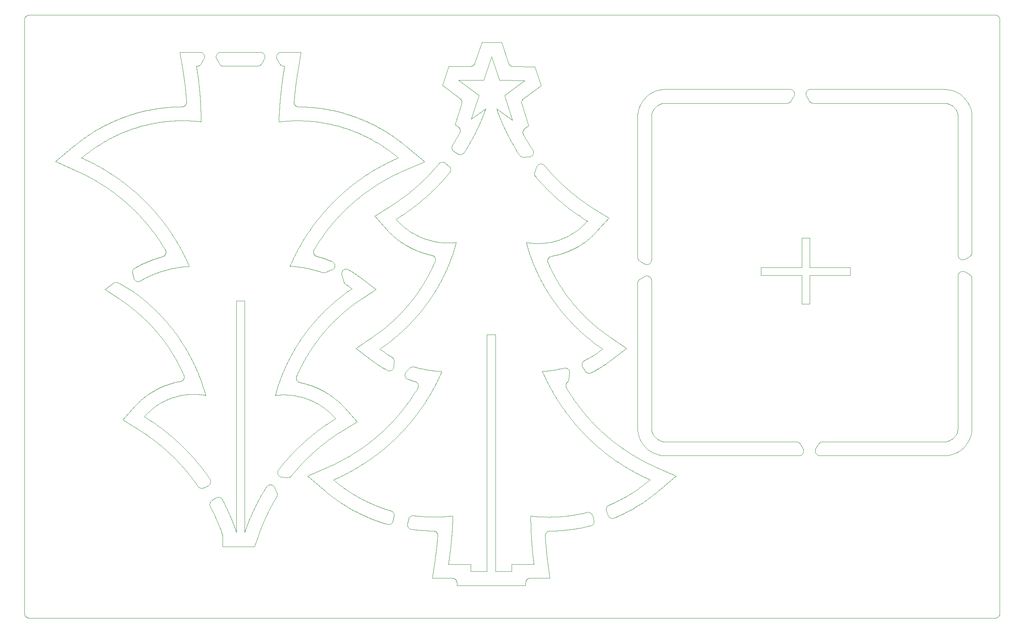
<source format=gko>
%MOIN*%
%OFA0B0*%
%FSLAX36Y36*%
%IPPOS*%
%LPD*%
%ADD10C,0*%
D10*
X008228346Y000000000D02*
X008228346Y000000000D01*
X008229471Y000000016D01*
X008230593Y000000063D01*
X008231716Y000000144D01*
X008232834Y000000256D01*
X008233949Y000000400D01*
X008235059Y000000576D01*
X008236165Y000000784D01*
X008237263Y000001022D01*
X008238355Y000001293D01*
X008239437Y000001594D01*
X008240512Y000001926D01*
X008241576Y000002289D01*
X008242629Y000002682D01*
X008243672Y000003105D01*
X008244701Y000003557D01*
X008245717Y000004039D01*
X008246719Y000004550D01*
X008247705Y000005088D01*
X008248677Y000005655D01*
X008249631Y000006249D01*
X008250568Y000006870D01*
X008251488Y000007518D01*
X008252387Y000008192D01*
X008253267Y000008891D01*
X008254128Y000009615D01*
X008254967Y000010364D01*
X008255785Y000011136D01*
X008256579Y000011931D01*
X008257351Y000012749D01*
X008258100Y000013588D01*
X008258823Y000014448D01*
X008259523Y000015328D01*
X008260197Y000016228D01*
X008260845Y000017147D01*
X008261466Y000018085D01*
X008262061Y000019038D01*
X008262628Y000020010D01*
X008263167Y000020997D01*
X008263677Y000021999D01*
X008264158Y000023014D01*
X008264611Y000024044D01*
X008265033Y000025085D01*
X008265426Y000026139D01*
X008265789Y000027203D01*
X008266120Y000028278D01*
X008266423Y000029361D01*
X008266692Y000030452D01*
X008266932Y000031551D01*
X008267140Y000032656D01*
X008267315Y000033766D01*
X008267460Y000034881D01*
X008267571Y000036000D01*
X008267652Y000037122D01*
X008267700Y000038245D01*
X008267716Y000039370D01*
X008267716Y005078740D01*
X008267700Y005079864D01*
X008267652Y005080987D01*
X008267571Y005082109D01*
X008267460Y005083227D01*
X008267315Y005084342D01*
X008267140Y005085453D01*
X008266932Y005086558D01*
X008266692Y005087657D01*
X008266423Y005088749D01*
X008266120Y005089831D01*
X008265789Y005090906D01*
X008265426Y005091970D01*
X008265033Y005093023D01*
X008264611Y005094065D01*
X008264158Y005095095D01*
X008263677Y005096111D01*
X008263167Y005097113D01*
X008262628Y005098098D01*
X008262061Y005099070D01*
X008261466Y005100024D01*
X008260845Y005100961D01*
X008260197Y005101881D01*
X008259523Y005102781D01*
X008258823Y005103661D01*
X008258100Y005104522D01*
X008257351Y005105360D01*
X008256579Y005106178D01*
X008255785Y005106973D01*
X008254967Y005107745D01*
X008254128Y005108494D01*
X008253267Y005109217D01*
X008252387Y005109917D01*
X008251488Y005110591D01*
X008250568Y005111238D01*
X008249631Y005111860D01*
X008248677Y005112454D01*
X008247705Y005113021D01*
X008246719Y005113559D01*
X008245717Y005114070D01*
X008244701Y005114552D01*
X008243672Y005115005D01*
X008242629Y005115427D01*
X008241576Y005115820D01*
X008240512Y005116183D01*
X008239437Y005116514D01*
X008238355Y005116816D01*
X008237263Y005117087D01*
X008236165Y005117326D01*
X008235059Y005117533D01*
X008233949Y005117709D01*
X008232834Y005117853D01*
X008231716Y005117965D01*
X008230593Y005118045D01*
X008229471Y005118093D01*
X008228346Y005118110D01*
X000039370Y005118110D01*
X000038245Y005118093D01*
X000037122Y005118045D01*
X000036000Y005117965D01*
X000034881Y005117853D01*
X000033766Y005117709D01*
X000032656Y005117533D01*
X000031551Y005117326D01*
X000030452Y005117087D01*
X000029361Y005116816D01*
X000028278Y005116514D01*
X000027203Y005116183D01*
X000026139Y005115820D01*
X000025085Y005115427D01*
X000024044Y005115005D01*
X000023014Y005114552D01*
X000021999Y005114070D01*
X000020997Y005113559D01*
X000020010Y005113021D01*
X000019038Y005112454D01*
X000018085Y005111860D01*
X000017147Y005111238D01*
X000016228Y005110591D01*
X000015328Y005109917D01*
X000014448Y005109217D01*
X000013588Y005108494D01*
X000012749Y005107745D01*
X000011931Y005106973D01*
X000011136Y005106178D01*
X000010364Y005105360D01*
X000009615Y005104522D01*
X000008891Y005103661D01*
X000008192Y005102781D01*
X000007518Y005101881D01*
X000006870Y005100961D01*
X000006249Y005100024D01*
X000005655Y005099070D01*
X000005088Y005098098D01*
X000004550Y005097113D01*
X000004039Y005096111D01*
X000003557Y005095095D01*
X000003105Y005094065D01*
X000002682Y005093023D01*
X000002289Y005091970D01*
X000001926Y005090906D01*
X000001594Y005089831D01*
X000001293Y005088749D01*
X000001022Y005087657D01*
X000000784Y005086558D01*
X000000576Y005085453D01*
X000000400Y005084342D01*
X000000256Y005083227D01*
X000000144Y005082109D01*
X000000063Y005080987D01*
X000000016Y005079864D01*
X000000000Y005078740D01*
X000000000Y000039370D01*
X000000016Y000038245D01*
X000000063Y000037122D01*
X000000144Y000036000D01*
X000000256Y000034881D01*
X000000400Y000033766D01*
X000000576Y000032656D01*
X000000784Y000031551D01*
X000001022Y000030452D01*
X000001293Y000029361D01*
X000001594Y000028278D01*
X000001926Y000027203D01*
X000002289Y000026139D01*
X000002682Y000025085D01*
X000003105Y000024044D01*
X000003557Y000023014D01*
X000004039Y000021999D01*
X000004550Y000020997D01*
X000005088Y000020010D01*
X000005655Y000019038D01*
X000006249Y000018085D01*
X000006870Y000017147D01*
X000007518Y000016228D01*
X000008192Y000015328D01*
X000008891Y000014448D01*
X000009615Y000013588D01*
X000010364Y000012749D01*
X000011136Y000011931D01*
X000011931Y000011136D01*
X000012749Y000010364D01*
X000013588Y000009615D01*
X000014448Y000008891D01*
X000015328Y000008192D01*
X000016228Y000007518D01*
X000017147Y000006870D01*
X000018085Y000006249D01*
X000019038Y000005655D01*
X000020010Y000005088D01*
X000020997Y000004550D01*
X000021999Y000004039D01*
X000023014Y000003557D01*
X000024044Y000003105D01*
X000025085Y000002682D01*
X000026139Y000002289D01*
X000027203Y000001926D01*
X000028278Y000001594D01*
X000029361Y000001293D01*
X000030452Y000001022D01*
X000031551Y000000784D01*
X000032656Y000000576D01*
X000033766Y000000400D01*
X000034881Y000000256D01*
X000036000Y000000144D01*
X000037122Y000000063D01*
X000038245Y000000016D01*
X000039370Y000000000D01*
X008228346Y000000000D01*
X007000000Y002909448D02*
X007000000Y002909448D01*
X006657480Y002909448D01*
X006657480Y002665354D01*
X006590551Y002665354D01*
X006590551Y002909448D01*
X006244094Y002909448D01*
X006244094Y002976378D01*
X006590551Y002976378D01*
X006590551Y003224409D01*
X006657480Y003224409D01*
X006657480Y002976378D01*
X007000000Y002976378D01*
X007000000Y002909448D01*
X001975258Y004685039D02*
X001975258Y004685039D01*
X001686158Y004685039D01*
X001684120Y004685092D01*
X001682087Y004685250D01*
X001680064Y004685513D01*
X001678059Y004685881D01*
X001676075Y004686352D01*
X001674118Y004686925D01*
X001672193Y004687599D01*
X001670306Y004688371D01*
X001668461Y004689240D01*
X001666664Y004690204D01*
X001664919Y004691259D01*
X001663231Y004692403D01*
X001661605Y004693633D01*
X001660044Y004694946D01*
X001658554Y004696338D01*
X001657137Y004697805D01*
X001655799Y004699343D01*
X001654541Y004700948D01*
X001653369Y004702617D01*
X001652285Y004704344D01*
X001628964Y004743714D01*
X001627043Y004747384D01*
X001625518Y004751237D01*
X001624407Y004755228D01*
X001623721Y004759313D01*
X001623468Y004763449D01*
X001623652Y004767587D01*
X001624269Y004771684D01*
X001625313Y004775693D01*
X001626773Y004779570D01*
X001628632Y004783273D01*
X001630870Y004786759D01*
X001633462Y004789991D01*
X001636379Y004792933D01*
X001639589Y004795552D01*
X001643057Y004797819D01*
X001646743Y004799709D01*
X001650608Y004801201D01*
X001654609Y004802279D01*
X001658700Y004802931D01*
X001662837Y004803149D01*
X001998579Y004803149D01*
X002002716Y004802931D01*
X002006808Y004802279D01*
X002010808Y004801201D01*
X002014673Y004799709D01*
X002018360Y004797819D01*
X002021827Y004795552D01*
X002025037Y004792933D01*
X002027954Y004789991D01*
X002030546Y004786759D01*
X002032784Y004783273D01*
X002034643Y004779570D01*
X002036103Y004775693D01*
X002037147Y004771684D01*
X002037765Y004767587D01*
X002037948Y004763449D01*
X002037695Y004759313D01*
X002037009Y004755228D01*
X002035898Y004751237D01*
X002034373Y004747384D01*
X002032452Y004743714D01*
X002009132Y004704344D01*
X002008047Y004702617D01*
X002006875Y004700948D01*
X002005618Y004699343D01*
X002004279Y004697805D01*
X002002863Y004696338D01*
X002001372Y004694946D01*
X001999812Y004693633D01*
X001998185Y004692403D01*
X001996497Y004691259D01*
X001994752Y004690204D01*
X001992955Y004689240D01*
X001991111Y004688371D01*
X001989223Y004687599D01*
X001987299Y004686925D01*
X001985342Y004686352D01*
X001983358Y004685881D01*
X001981352Y004685513D01*
X001979330Y004685250D01*
X001977297Y004685092D01*
X001975258Y004685039D01*
X007795275Y001496062D02*
X007795275Y001496062D01*
X007808499Y001496805D01*
X007821557Y001499024D01*
X007834284Y001502690D01*
X007846521Y001507759D01*
X007858113Y001514166D01*
X007868915Y001521830D01*
X007878792Y001530656D01*
X007887617Y001540532D01*
X007895282Y001551334D01*
X007901689Y001562926D01*
X007906757Y001575163D01*
X007910424Y001587890D01*
X007912643Y001600948D01*
X007913385Y001614173D01*
X007913385Y002904091D01*
X007913603Y002908228D01*
X007914255Y002912320D01*
X007915333Y002916320D01*
X007916825Y002920185D01*
X007918715Y002923872D01*
X007920982Y002927339D01*
X007923601Y002930549D01*
X007926543Y002933467D01*
X007929775Y002936058D01*
X007933261Y002938296D01*
X007936964Y002940155D01*
X007940841Y002941615D01*
X007944850Y002942660D01*
X007948947Y002943277D01*
X007953086Y002943460D01*
X007957221Y002943207D01*
X007961307Y002942522D01*
X007965298Y002941410D01*
X007969150Y002939886D01*
X007972821Y002937965D01*
X008012191Y002914643D01*
X008013918Y002913559D01*
X008015586Y002912387D01*
X008017192Y002911129D01*
X008018730Y002909791D01*
X008020197Y002908374D01*
X008021588Y002906884D01*
X008022901Y002905323D01*
X008024131Y002903697D01*
X008025275Y002902009D01*
X008026331Y002900264D01*
X008027294Y002898467D01*
X008028163Y002896622D01*
X008028936Y002894735D01*
X008029609Y002892810D01*
X008030182Y002890853D01*
X008030653Y002888869D01*
X008031021Y002886864D01*
X008031284Y002884842D01*
X008031443Y002882809D01*
X008031496Y002880770D01*
X008031496Y001611411D01*
X008031464Y001610301D01*
X008030256Y001588802D01*
X008030011Y001586615D01*
X008025940Y001562655D01*
X008025449Y001560505D01*
X008018721Y001537153D01*
X008017992Y001535070D01*
X008008693Y001512620D01*
X008007735Y001510633D01*
X007995979Y001489362D01*
X007994804Y001487492D01*
X007980746Y001467679D01*
X007979371Y001465956D01*
X007963176Y001447831D01*
X007961618Y001446273D01*
X007943493Y001430077D01*
X007941767Y001428700D01*
X007921958Y001414645D01*
X007920080Y001413465D01*
X007898817Y001401713D01*
X007896824Y001400752D01*
X007874370Y001391453D01*
X007872295Y001390727D01*
X007848943Y001383999D01*
X007846795Y001383508D01*
X007822833Y001379437D01*
X007820644Y001379190D01*
X007799139Y001377983D01*
X007798034Y001377952D01*
X006741577Y001377952D01*
X006737439Y001378170D01*
X006733348Y001378821D01*
X006729348Y001379899D01*
X006725483Y001381391D01*
X006721796Y001383282D01*
X006718329Y001385549D01*
X006715119Y001388168D01*
X006712201Y001391109D01*
X006709609Y001394341D01*
X006707372Y001397828D01*
X006705512Y001401530D01*
X006704053Y001405407D01*
X006703008Y001409417D01*
X006702391Y001413513D01*
X006702208Y001417652D01*
X006702461Y001421787D01*
X006703146Y001425873D01*
X006704258Y001429864D01*
X006705782Y001433716D01*
X006707703Y001437387D01*
X006731025Y001476758D01*
X006732109Y001478485D01*
X006733282Y001480153D01*
X006734539Y001481759D01*
X006735877Y001483297D01*
X006737294Y001484764D01*
X006738784Y001486155D01*
X006740345Y001487468D01*
X006741971Y001488698D01*
X006743659Y001489842D01*
X006745404Y001490897D01*
X006747201Y001491861D01*
X006749046Y001492730D01*
X006750933Y001493503D01*
X006752858Y001494176D01*
X006754815Y001494749D01*
X006756799Y001495220D01*
X006758805Y001495588D01*
X006760827Y001495851D01*
X006762860Y001496010D01*
X006764898Y001496062D01*
X007795275Y001496062D01*
X005314960Y001614173D02*
X005314960Y001614173D01*
X005315703Y001600948D01*
X005317921Y001587890D01*
X005321588Y001575163D01*
X005326657Y001562926D01*
X005333063Y001551334D01*
X005340728Y001540532D01*
X005349553Y001530656D01*
X005359430Y001521830D01*
X005370232Y001514166D01*
X005381824Y001507759D01*
X005394061Y001502690D01*
X005406788Y001499024D01*
X005419846Y001496805D01*
X005433070Y001496062D01*
X006542187Y001496062D01*
X006544226Y001496010D01*
X006546259Y001495851D01*
X006548281Y001495588D01*
X006550287Y001495220D01*
X006552271Y001494749D01*
X006554228Y001494176D01*
X006556152Y001493503D01*
X006558040Y001492730D01*
X006559884Y001491861D01*
X006561681Y001490897D01*
X006563426Y001489842D01*
X006565114Y001488698D01*
X006566741Y001487468D01*
X006568301Y001486155D01*
X006569792Y001484764D01*
X006571208Y001483297D01*
X006572547Y001481759D01*
X006573804Y001480153D01*
X006574976Y001478485D01*
X006576061Y001476758D01*
X006599382Y001437387D01*
X006601303Y001433717D01*
X006602828Y001429864D01*
X006603939Y001425873D01*
X006604625Y001421787D01*
X006604878Y001417652D01*
X006604694Y001413513D01*
X006604077Y001409417D01*
X006603033Y001405408D01*
X006601573Y001401530D01*
X006599714Y001397828D01*
X006597476Y001394341D01*
X006594884Y001391109D01*
X006591967Y001388168D01*
X006588757Y001385549D01*
X006585289Y001383282D01*
X006581603Y001381392D01*
X006577738Y001379899D01*
X006573738Y001378821D01*
X006569646Y001378170D01*
X006565509Y001377952D01*
X005430314Y001377952D01*
X005429206Y001377983D01*
X005407702Y001379190D01*
X005405516Y001379437D01*
X005381546Y001383509D01*
X005379406Y001383998D01*
X005356045Y001390729D01*
X005353976Y001391453D01*
X005331518Y001400754D01*
X005329530Y001401711D01*
X005308261Y001413467D01*
X005306391Y001414642D01*
X005286576Y001428701D01*
X005284853Y001430076D01*
X005266734Y001446266D01*
X005265164Y001447835D01*
X005248976Y001465952D01*
X005247598Y001467680D01*
X005233538Y001487494D01*
X005232364Y001489363D01*
X005220608Y001510634D01*
X005219651Y001512622D01*
X005210350Y001535079D01*
X005209626Y001537148D01*
X005202896Y001560507D01*
X005202407Y001562648D01*
X005198334Y001586618D01*
X005198087Y001588805D01*
X005196881Y001610308D01*
X005196850Y001611416D01*
X005196850Y002841400D01*
X005196903Y002843438D01*
X005197061Y002845472D01*
X005197324Y002847494D01*
X005197692Y002849499D01*
X005198163Y002851483D01*
X005198736Y002853440D01*
X005199410Y002855365D01*
X005200182Y002857252D01*
X005201051Y002859097D01*
X005202015Y002860894D01*
X005203070Y002862639D01*
X005204214Y002864327D01*
X005205444Y002865953D01*
X005206757Y002867514D01*
X005208149Y002869004D01*
X005209616Y002870421D01*
X005211154Y002871759D01*
X005212759Y002873017D01*
X005214428Y002874189D01*
X005216155Y002875273D01*
X005255525Y002898594D01*
X005259196Y002900515D01*
X005263048Y002902040D01*
X005267039Y002903151D01*
X005271125Y002903837D01*
X005275260Y002904090D01*
X005279399Y002903907D01*
X005283495Y002903289D01*
X005287505Y002902245D01*
X005291382Y002900785D01*
X005295084Y002898926D01*
X005298571Y002896688D01*
X005301803Y002894096D01*
X005304744Y002891179D01*
X005307363Y002887969D01*
X005309630Y002884502D01*
X005311521Y002880815D01*
X005313013Y002876950D01*
X005314091Y002872950D01*
X005314742Y002868858D01*
X005314960Y002864721D01*
X005314960Y001614173D01*
X005433070Y004370078D02*
X005433070Y004370078D01*
X005419846Y004369335D01*
X005406788Y004367117D01*
X005394061Y004363450D01*
X005381824Y004358381D01*
X005370232Y004351974D01*
X005359430Y004344310D01*
X005349553Y004335485D01*
X005340728Y004325608D01*
X005333063Y004314806D01*
X005326657Y004303214D01*
X005321588Y004290978D01*
X005317921Y004278250D01*
X005315703Y004265191D01*
X005314960Y004251968D01*
X005314960Y003040790D01*
X005314742Y003036652D01*
X005314091Y003032561D01*
X005313013Y003028561D01*
X005311521Y003024696D01*
X005309630Y003021009D01*
X005307363Y003017542D01*
X005304744Y003014332D01*
X005301803Y003011414D01*
X005298571Y003008822D01*
X005295084Y003006585D01*
X005291382Y003004725D01*
X005287505Y003003266D01*
X005283495Y003002221D01*
X005279399Y003001604D01*
X005275260Y003001421D01*
X005271125Y003001674D01*
X005267039Y003002359D01*
X005263048Y003003471D01*
X005259196Y003004995D01*
X005255525Y003006916D01*
X005216155Y003030238D01*
X005214428Y003031322D01*
X005212759Y003032494D01*
X005211154Y003033751D01*
X005209616Y003035090D01*
X005208149Y003036506D01*
X005206757Y003037997D01*
X005205444Y003039557D01*
X005204214Y003041184D01*
X005203070Y003042872D01*
X005202015Y003044617D01*
X005201051Y003046414D01*
X005200182Y003048259D01*
X005199410Y003050146D01*
X005198736Y003052070D01*
X005198163Y003054027D01*
X005197692Y003056011D01*
X005197324Y003058017D01*
X005197061Y003060039D01*
X005196903Y003062072D01*
X005196850Y003064111D01*
X005196850Y004254725D01*
X005196881Y004255832D01*
X005198087Y004277336D01*
X005198333Y004279520D01*
X005202406Y004303484D01*
X005202897Y004305635D01*
X005209624Y004328987D01*
X005210354Y004331070D01*
X005219651Y004353516D01*
X005220609Y004355505D01*
X005232364Y004376776D01*
X005233537Y004378642D01*
X005247600Y004398463D01*
X005248975Y004400187D01*
X005265165Y004418306D01*
X005266735Y004419875D01*
X005284854Y004436064D01*
X005286575Y004437436D01*
X005306391Y004451498D01*
X005308262Y004452673D01*
X005329533Y004464430D01*
X005331513Y004465383D01*
X005353969Y004474684D01*
X005356052Y004475413D01*
X005379403Y004482141D01*
X005381553Y004482631D01*
X005405508Y004486701D01*
X005407704Y004486949D01*
X005429203Y004488157D01*
X005430302Y004488188D01*
X006486768Y004488188D01*
X006490906Y004487970D01*
X006494997Y004487319D01*
X006498997Y004486241D01*
X006502862Y004484749D01*
X006506549Y004482859D01*
X006510016Y004480592D01*
X006513227Y004477973D01*
X006516144Y004475031D01*
X006518736Y004471799D01*
X006520974Y004468312D01*
X006522833Y004464610D01*
X006524292Y004460733D01*
X006525337Y004456724D01*
X006525954Y004452627D01*
X006526137Y004448488D01*
X006525884Y004444353D01*
X006525199Y004440267D01*
X006524087Y004436276D01*
X006522563Y004432424D01*
X006520642Y004428753D01*
X006497320Y004389383D01*
X006496236Y004387656D01*
X006495064Y004385988D01*
X006493807Y004384382D01*
X006492468Y004382844D01*
X006491052Y004381377D01*
X006489561Y004379985D01*
X006488001Y004378673D01*
X006486374Y004377443D01*
X006484686Y004376299D01*
X006482941Y004375243D01*
X006481144Y004374280D01*
X006479299Y004373411D01*
X006477412Y004372638D01*
X006475488Y004371965D01*
X006473531Y004371391D01*
X006471547Y004370920D01*
X006469541Y004370553D01*
X006467519Y004370289D01*
X006465486Y004370131D01*
X006463447Y004370078D01*
X005433070Y004370078D01*
X007913385Y004251968D02*
X007913385Y004251968D01*
X007912643Y004265191D01*
X007910424Y004278250D01*
X007906757Y004290978D01*
X007901689Y004303214D01*
X007895282Y004314806D01*
X007887617Y004325608D01*
X007878792Y004335485D01*
X007868915Y004344310D01*
X007858113Y004351974D01*
X007846521Y004358381D01*
X007834284Y004363450D01*
X007821557Y004367117D01*
X007808499Y004369335D01*
X007795275Y004370078D01*
X006686158Y004370078D01*
X006684120Y004370131D01*
X006682087Y004370289D01*
X006680064Y004370553D01*
X006678059Y004370920D01*
X006676075Y004371391D01*
X006674118Y004371965D01*
X006672193Y004372638D01*
X006670306Y004373411D01*
X006668461Y004374280D01*
X006666664Y004375243D01*
X006664919Y004376299D01*
X006663231Y004377443D01*
X006661605Y004378673D01*
X006660044Y004379985D01*
X006658554Y004381377D01*
X006657137Y004382844D01*
X006655799Y004384382D01*
X006654542Y004385988D01*
X006653369Y004387656D01*
X006652285Y004389383D01*
X006628964Y004428753D01*
X006627043Y004432424D01*
X006625518Y004436276D01*
X006624407Y004440267D01*
X006623721Y004444353D01*
X006623468Y004448488D01*
X006623651Y004452627D01*
X006624269Y004456724D01*
X006625313Y004460733D01*
X006626773Y004464610D01*
X006628632Y004468312D01*
X006630870Y004471799D01*
X006633462Y004475031D01*
X006636379Y004477973D01*
X006639589Y004480592D01*
X006643057Y004482859D01*
X006646743Y004484749D01*
X006650608Y004486241D01*
X006654608Y004487319D01*
X006658700Y004487970D01*
X006662837Y004488188D01*
X007798043Y004488188D01*
X007799143Y004488157D01*
X007820642Y004486949D01*
X007822836Y004486702D01*
X007846791Y004482631D01*
X007848943Y004482141D01*
X007872291Y004475414D01*
X007874376Y004474684D01*
X007896827Y004465385D01*
X007898814Y004464428D01*
X007920083Y004452673D01*
X007921954Y004451498D01*
X007941768Y004437438D01*
X007943496Y004436060D01*
X007961612Y004419873D01*
X007963181Y004418305D01*
X007979369Y004400186D01*
X007980746Y004398460D01*
X007994806Y004378645D01*
X007995980Y004376777D01*
X008007736Y004355506D01*
X008008691Y004353524D01*
X008017992Y004331070D01*
X008018721Y004328985D01*
X008025449Y004305636D01*
X008025940Y004303481D01*
X008030011Y004279524D01*
X008030256Y004277338D01*
X008031465Y004255832D01*
X008031496Y004254730D01*
X008031496Y003103481D01*
X008031443Y003101442D01*
X008031284Y003099409D01*
X008031021Y003097387D01*
X008030653Y003095382D01*
X008030182Y003093398D01*
X008029609Y003091441D01*
X008028936Y003089516D01*
X008028163Y003087629D01*
X008027294Y003085784D01*
X008026331Y003083987D01*
X008025275Y003082242D01*
X008024131Y003080554D01*
X008022901Y003078928D01*
X008021588Y003077367D01*
X008020197Y003075877D01*
X008018730Y003074460D01*
X008017192Y003073121D01*
X008015586Y003071864D01*
X008013918Y003070692D01*
X008012191Y003069608D01*
X007972821Y003046286D01*
X007969150Y003044365D01*
X007965298Y003042841D01*
X007961307Y003041729D01*
X007957221Y003041044D01*
X007953086Y003040791D01*
X007948947Y003040974D01*
X007944850Y003041591D01*
X007940841Y003042636D01*
X007936964Y003044095D01*
X007933261Y003045955D01*
X007929775Y003048193D01*
X007926543Y003050784D01*
X007923601Y003053702D01*
X007920982Y003056912D01*
X007918715Y003060379D01*
X007916825Y003064066D01*
X007915333Y003067931D01*
X007914255Y003071931D01*
X007913603Y003076022D01*
X007913385Y003080160D01*
X007913385Y004251968D01*
X002050777Y001113060D02*
X002050777Y001113060D01*
X002053253Y001116567D01*
X002056096Y001119784D01*
X002059273Y001122673D01*
X002062746Y001125198D01*
X002066473Y001127330D01*
X002070410Y001129043D01*
X002074510Y001130318D01*
X002078724Y001131138D01*
X002083003Y001131495D01*
X002087295Y001131384D01*
X002091550Y001130805D01*
X002095716Y001129768D01*
X002099744Y001128282D01*
X002103587Y001126367D01*
X002107198Y001124044D01*
X002110535Y001121343D01*
X002113558Y001118293D01*
X002116231Y001114933D01*
X002118522Y001111302D01*
X002120404Y001107443D01*
X002139170Y001062957D01*
X002139853Y001061225D01*
X002140453Y001059463D01*
X002140969Y001057675D01*
X002141400Y001055864D01*
X002141745Y001054034D01*
X002142003Y001052191D01*
X002142174Y001050337D01*
X002142257Y001048478D01*
X002142251Y001046616D01*
X002142158Y001044757D01*
X002141977Y001042904D01*
X002141709Y001041062D01*
X002141354Y001039235D01*
X002140913Y001037426D01*
X002140387Y001035641D01*
X002139777Y001033882D01*
X002139085Y001032154D01*
X002138312Y001030460D01*
X002137459Y001028805D01*
X002136530Y001027193D01*
X002133629Y001022425D01*
X002133491Y001022195D01*
X002127733Y001012584D01*
X002127595Y001012351D01*
X002121816Y001002550D01*
X002121682Y001002321D01*
X002116023Y000992575D01*
X002115888Y000992340D01*
X002110249Y000982474D01*
X002110117Y000982241D01*
X002104612Y000972454D01*
X002104480Y000972219D01*
X002098968Y000962260D01*
X002098839Y000962026D01*
X002093452Y000952135D01*
X002093325Y000951900D01*
X002087946Y000941862D01*
X002087818Y000941621D01*
X002082553Y000931628D01*
X002082430Y000931393D01*
X002077217Y000921338D01*
X002077094Y000921099D01*
X002071975Y000911057D01*
X002071853Y000910816D01*
X002066785Y000900704D01*
X002066666Y000900465D01*
X002061658Y000890300D01*
X002061539Y000890057D01*
X002056591Y000879837D01*
X002056474Y000879594D01*
X002051629Y000869412D01*
X002051516Y000869172D01*
X002046752Y000858982D01*
X002046638Y000858736D01*
X002041874Y000848362D01*
X002041763Y000848118D01*
X002037126Y000837834D01*
X002037016Y000837589D01*
X002032425Y000827221D01*
X002032318Y000826975D01*
X002027842Y000816677D01*
X002027736Y000816431D01*
X002023272Y000805966D01*
X002023166Y000805716D01*
X002018814Y000795316D01*
X002018712Y000795070D01*
X002014378Y000784512D01*
X002014277Y000784264D01*
X002010080Y000773838D01*
X002009980Y000773588D01*
X002005805Y000763009D01*
X002005707Y000762757D01*
X002001667Y000752313D01*
X002001571Y000752062D01*
X001997516Y000741359D01*
X001997422Y000741109D01*
X001993506Y000730561D01*
X001993413Y000730307D01*
X001989544Y000719661D01*
X001989453Y000719408D01*
X001985667Y000708764D01*
X001985578Y000708510D01*
X001981861Y000697831D01*
X001981774Y000697578D01*
X001950797Y000606575D01*
X001950699Y000606302D01*
X001950429Y000606298D01*
X001679424Y000606298D01*
X001679137Y000606302D01*
X001679133Y000606580D01*
X001679133Y000698278D01*
X001679114Y000699489D01*
X001679059Y000700699D01*
X001678966Y000701906D01*
X001678835Y000703110D01*
X001678668Y000704309D01*
X001678464Y000705503D01*
X001678223Y000706690D01*
X001677947Y000707868D01*
X001677634Y000709038D01*
X001677285Y000710198D01*
X001676901Y000711345D01*
X001673836Y000720056D01*
X001673746Y000720308D01*
X001669903Y000731000D01*
X001669812Y000731249D01*
X001665898Y000741910D01*
X001665805Y000742163D01*
X001661796Y000752855D01*
X001661701Y000753108D01*
X001657640Y000763717D01*
X001657545Y000763962D01*
X001653389Y000774608D01*
X001653290Y000774859D01*
X001649105Y000785368D01*
X001649005Y000785614D01*
X001644691Y000796237D01*
X001644588Y000796487D01*
X001640226Y000807017D01*
X001640124Y000807260D01*
X001635756Y000817611D01*
X001635650Y000817859D01*
X001631090Y000828461D01*
X001630983Y000828707D01*
X001626449Y000839052D01*
X001626342Y000839294D01*
X001621686Y000849727D01*
X001621575Y000849974D01*
X001616853Y000860362D01*
X001616742Y000860605D01*
X001611994Y000870864D01*
X001611882Y000871104D01*
X001607019Y000881430D01*
X001606903Y000881675D01*
X001601969Y000891968D01*
X001601854Y000892206D01*
X001596852Y000902462D01*
X001596733Y000902705D01*
X001591689Y000912870D01*
X001591570Y000913108D01*
X001586467Y000923222D01*
X001586346Y000923461D01*
X001581116Y000933652D01*
X001580993Y000933889D01*
X001575710Y000944012D01*
X001575585Y000944250D01*
X001575250Y000944882D01*
X001574004Y000947452D01*
X001572948Y000950105D01*
X001572087Y000952827D01*
X001571425Y000955605D01*
X001570966Y000958424D01*
X001570713Y000961268D01*
X001570667Y000964123D01*
X001570828Y000966974D01*
X001571195Y000969806D01*
X001571767Y000972604D01*
X001572539Y000975353D01*
X001573509Y000978039D01*
X001574671Y000980647D01*
X001576019Y000983165D01*
X001577546Y000985578D01*
X001579244Y000987874D01*
X001581104Y000990041D01*
X001583116Y000992067D01*
X001585270Y000993942D01*
X001587554Y000995656D01*
X001620111Y001018295D01*
X001622921Y001020077D01*
X001625871Y001021616D01*
X001628940Y001022900D01*
X001632107Y001023920D01*
X001635348Y001024669D01*
X001638642Y001025142D01*
X001641963Y001025336D01*
X001645289Y001025248D01*
X001648596Y001024879D01*
X001651859Y001024233D01*
X001655057Y001023314D01*
X001658165Y001022128D01*
X001661162Y001020683D01*
X001664027Y001018991D01*
X001666738Y001017063D01*
X001669277Y001014913D01*
X001671626Y001012556D01*
X001673767Y001010009D01*
X001675685Y001007291D01*
X001677367Y001004420D01*
X001677367Y001004420D01*
X001680201Y000999078D01*
X001685962Y000988036D01*
X001691648Y000976956D01*
X001697259Y000965837D01*
X001702794Y000954681D01*
X001708253Y000943487D01*
X001713636Y000932257D01*
X001718942Y000920990D01*
X001724172Y000909687D01*
X001729326Y000898349D01*
X001734401Y000886977D01*
X001739401Y000875570D01*
X001744321Y000864129D01*
X001749164Y000852655D01*
X001753930Y000841149D01*
X001758617Y000829611D01*
X001763225Y000818041D01*
X001767755Y000806440D01*
X001772206Y000794808D01*
X001776578Y000783147D01*
X001780870Y000771456D01*
X001785084Y000759736D01*
X001789217Y000747988D01*
X001793271Y000736212D01*
X001797243Y000724410D01*
X001797243Y000724409D01*
X001797244Y000724409D01*
X001797243Y000724410D01*
X001795275Y002692913D01*
X001866141Y002692913D01*
X001866141Y000724409D01*
X001866142Y000724409D01*
X001870134Y000736137D01*
X001874206Y000747838D01*
X001878358Y000759510D01*
X001882590Y000771154D01*
X001886901Y000782769D01*
X001891291Y000794354D01*
X001895760Y000805909D01*
X001900308Y000817433D01*
X001904935Y000828926D01*
X001909640Y000840386D01*
X001914422Y000851815D01*
X001919284Y000863211D01*
X001924222Y000874573D01*
X001929238Y000885902D01*
X001934330Y000897195D01*
X001939501Y000908454D01*
X001944748Y000919677D01*
X001950071Y000930864D01*
X001955470Y000942015D01*
X001960946Y000953128D01*
X001966497Y000964204D01*
X001972123Y000975242D01*
X001977825Y000986241D01*
X001983602Y000997201D01*
X001989453Y001008121D01*
X001995379Y001019001D01*
X002001379Y001029840D01*
X002007452Y001040638D01*
X002013600Y001051394D01*
X002019820Y001062109D01*
X002026114Y001072780D01*
X002032480Y001083409D01*
X002038919Y001093993D01*
X002045429Y001104533D01*
X002050777Y001113060D01*
X002263206Y001207875D02*
X002263206Y001207875D01*
X002262007Y001206450D01*
X002260741Y001205084D01*
X002259412Y001203778D01*
X002258023Y001202538D01*
X002256577Y001201364D01*
X002255076Y001200260D01*
X002253526Y001199228D01*
X002251928Y001198271D01*
X002250287Y001197390D01*
X002248606Y001196588D01*
X002246888Y001195866D01*
X002245139Y001195227D01*
X002243361Y001194671D01*
X002241559Y001194199D01*
X002239737Y001193813D01*
X002237899Y001193514D01*
X002236048Y001193303D01*
X002234190Y001193179D01*
X002232327Y001193143D01*
X002230466Y001193195D01*
X002182260Y001195686D01*
X002177992Y001196141D01*
X002173799Y001197058D01*
X002169730Y001198426D01*
X002165834Y001200229D01*
X002162158Y001202445D01*
X002158745Y001205048D01*
X002155636Y001208008D01*
X002152867Y001211288D01*
X002150472Y001214850D01*
X002148479Y001218652D01*
X002146912Y001222648D01*
X002145789Y001226791D01*
X002145123Y001231031D01*
X002144924Y001235319D01*
X002145192Y001239603D01*
X002145925Y001243833D01*
X002147114Y001247957D01*
X002148746Y001251928D01*
X002150799Y001255697D01*
X002153251Y001259220D01*
X002159146Y001266776D01*
X002166833Y001276492D01*
X002174586Y001286155D01*
X002182405Y001295765D01*
X002190289Y001305322D01*
X002198239Y001314824D01*
X002206253Y001324272D01*
X002214331Y001333665D01*
X002222473Y001343003D01*
X002230679Y001352285D01*
X002238948Y001361510D01*
X002247280Y001370679D01*
X002255674Y001379792D01*
X002264130Y001388846D01*
X002272648Y001397842D01*
X002281226Y001406781D01*
X002289866Y001415660D01*
X002298566Y001424481D01*
X002307326Y001433241D01*
X002316146Y001441942D01*
X002325025Y001450582D01*
X002333963Y001459162D01*
X002342958Y001467680D01*
X002352012Y001476137D01*
X002361123Y001484531D01*
X002370292Y001492864D01*
X002379517Y001501134D01*
X002388798Y001509340D01*
X002398135Y001517483D01*
X002407528Y001525562D01*
X002416975Y001533577D01*
X002426477Y001541527D01*
X002436033Y001549412D01*
X002445642Y001557231D01*
X002455305Y001564985D01*
X002465020Y001572673D01*
X002474788Y001580294D01*
X002484607Y001587849D01*
X002494478Y001595336D01*
X002504400Y001602756D01*
X002514371Y001610107D01*
X002524393Y001617391D01*
X002534465Y001624606D01*
X002544585Y001631752D01*
X002554754Y001638829D01*
X002564971Y001645837D01*
X002575235Y001652774D01*
X002585547Y001659641D01*
X002595905Y001666438D01*
X002606310Y001673164D01*
X002616760Y001679818D01*
X002627255Y001686401D01*
X002637794Y001692912D01*
X002629570Y001702207D01*
X002621150Y001711326D01*
X002612537Y001720262D01*
X002603736Y001729013D01*
X002594751Y001737574D01*
X002585585Y001745943D01*
X002576243Y001754114D01*
X002566729Y001762084D01*
X002557048Y001769850D01*
X002547203Y001777408D01*
X002537199Y001784754D01*
X002527041Y001791886D01*
X002516735Y001798800D01*
X002506282Y001805492D01*
X002495690Y001811961D01*
X002484962Y001818202D01*
X002474104Y001824214D01*
X002463120Y001829992D01*
X002452016Y001835536D01*
X002440796Y001840842D01*
X002429465Y001845908D01*
X002418030Y001850731D01*
X002406494Y001855309D01*
X002394863Y001859641D01*
X002383143Y001863724D01*
X002371338Y001867557D01*
X002359454Y001871137D01*
X002347497Y001874463D01*
X002335472Y001877534D01*
X002323384Y001880348D01*
X002311238Y001882904D01*
X002299042Y001885200D01*
X002286798Y001887237D01*
X002274515Y001889012D01*
X002262196Y001890525D01*
X002249848Y001891775D01*
X002237476Y001892762D01*
X002225086Y001893486D01*
X002212683Y001893945D01*
X002200274Y001894140D01*
X002187862Y001894070D01*
X002175455Y001893737D01*
X002163058Y001893139D01*
X002150677Y001892277D01*
X002138317Y001891151D01*
X002125984Y001889763D01*
X002129273Y001901693D01*
X002132655Y001913596D01*
X002136129Y001925473D01*
X002139695Y001937323D01*
X002143353Y001949145D01*
X002147103Y001960938D01*
X002150944Y001972701D01*
X002154876Y001984434D01*
X002158899Y001996137D01*
X002163014Y002007807D01*
X002167218Y002019446D01*
X002171513Y002031051D01*
X002175897Y002042623D01*
X002180372Y002054161D01*
X002184936Y002065663D01*
X002189589Y002077129D01*
X002194331Y002088559D01*
X002199162Y002099952D01*
X002204081Y002111307D01*
X002209088Y002122624D01*
X002214182Y002133901D01*
X002219365Y002145138D01*
X002224634Y002156335D01*
X002229989Y002167491D01*
X002235432Y002178605D01*
X002240960Y002189676D01*
X002246574Y002200703D01*
X002252274Y002211687D01*
X002258059Y002222627D01*
X002263929Y002233521D01*
X002269883Y002244369D01*
X002275921Y002255171D01*
X002282042Y002265925D01*
X002288247Y002276632D01*
X002294535Y002287290D01*
X002300906Y002297899D01*
X002307358Y002308458D01*
X002313893Y002318966D01*
X002320509Y002329424D01*
X002327206Y002339830D01*
X002333983Y002350184D01*
X002340841Y002360485D01*
X002347778Y002370732D01*
X002354795Y002380925D01*
X002361891Y002391063D01*
X002369065Y002401146D01*
X002376317Y002411172D01*
X002383647Y002421143D01*
X002391054Y002431056D01*
X002398538Y002440911D01*
X002406098Y002450708D01*
X002413734Y002460446D01*
X002421446Y002470124D01*
X002429232Y002479742D01*
X002437092Y002489299D01*
X002445027Y002498795D01*
X002453035Y002508229D01*
X002461116Y002517601D01*
X002469270Y002526909D01*
X002477496Y002536155D01*
X002485793Y002545335D01*
X002494161Y002554451D01*
X002502600Y002563503D01*
X002511109Y002572488D01*
X002519687Y002581407D01*
X002528335Y002590258D01*
X002537050Y002599043D01*
X002545834Y002607759D01*
X002554685Y002616408D01*
X002563603Y002624987D01*
X002572588Y002633496D01*
X002581638Y002641936D01*
X002590753Y002650305D01*
X002599933Y002658603D01*
X002609177Y002666830D01*
X002618485Y002674984D01*
X002627856Y002683067D01*
X002637290Y002691076D01*
X002646785Y002699011D01*
X002656341Y002706873D01*
X002665959Y002714660D01*
X002675636Y002722372D01*
X002685373Y002730009D01*
X002695169Y002737570D01*
X002705024Y002745055D01*
X002714936Y002752463D01*
X002724905Y002759794D01*
X002734932Y002767047D01*
X002745014Y002774222D01*
X002755151Y002781319D01*
X002765344Y002788337D01*
X002775590Y002795275D01*
X002765516Y002802877D01*
X002755339Y002810342D01*
X002745062Y002817668D01*
X002734687Y002824854D01*
X002724215Y002831899D01*
X002723646Y002832271D01*
X002722514Y002833038D01*
X002721410Y002833845D01*
X002720334Y002834689D01*
X002719289Y002835571D01*
X002718274Y002836488D01*
X002717292Y002837439D01*
X002716344Y002838425D01*
X002715431Y002839442D01*
X002714553Y002840491D01*
X002713712Y002841569D01*
X002712910Y002842676D01*
X002712146Y002843811D01*
X002711422Y002844971D01*
X002710739Y002846155D01*
X002710097Y002847363D01*
X002709498Y002848592D01*
X002708941Y002849841D01*
X002708429Y002851109D01*
X002707960Y002852394D01*
X002707537Y002853694D01*
X002689891Y002911273D01*
X002688778Y002915874D01*
X002688226Y002920576D01*
X002688242Y002925310D01*
X002688826Y002930007D01*
X002689970Y002934601D01*
X002691657Y002939024D01*
X002693862Y002943213D01*
X002696555Y002947106D01*
X002699695Y002950649D01*
X002703237Y002953789D01*
X002707131Y002956481D01*
X002711320Y002958686D01*
X002715743Y002960373D01*
X002720337Y002961516D01*
X002725034Y002962100D01*
X002729768Y002962116D01*
X002734470Y002961563D01*
X002739071Y002960451D01*
X002743505Y002958794D01*
X002747709Y002956617D01*
X002753334Y002953259D01*
X002753598Y002953100D01*
X002765484Y002945785D01*
X002765636Y002945690D01*
X002777464Y002938190D01*
X002777715Y002938028D01*
X002789361Y002930420D01*
X002789594Y002930265D01*
X002801148Y002922493D01*
X002801404Y002922318D01*
X002812850Y002914389D01*
X002813089Y002914222D01*
X002824409Y002906153D01*
X002824705Y002905938D01*
X002835908Y002897720D01*
X002836130Y002897556D01*
X002978327Y002790247D01*
X002978553Y002790071D01*
X002978332Y002789918D01*
X002832089Y002690892D01*
X002831835Y002690718D01*
X002822631Y002684381D01*
X002822380Y002684207D01*
X002813258Y002677821D01*
X002813009Y002677645D01*
X002803933Y002671185D01*
X002803686Y002671009D01*
X002794635Y002664462D01*
X002794384Y002664279D01*
X002785349Y002657634D01*
X002785105Y002657453D01*
X002776231Y002650821D01*
X002775985Y002650636D01*
X002767115Y002643898D01*
X002766874Y002643714D01*
X002757999Y002636865D01*
X002757757Y002636676D01*
X002749017Y002629821D01*
X002748778Y002629632D01*
X002740062Y002622686D01*
X002739825Y002622495D01*
X002731121Y002615449D01*
X002730884Y002615255D01*
X002722263Y002608163D01*
X002722028Y002607968D01*
X002713517Y002600855D01*
X002713282Y002600657D01*
X002704763Y002593424D01*
X002704531Y002593226D01*
X002696087Y002585943D01*
X002695857Y002585743D01*
X002687448Y002578376D01*
X002687219Y002578173D01*
X002678933Y002570800D01*
X002678705Y002570596D01*
X002670404Y002563092D01*
X002670176Y002562885D01*
X002661954Y002555335D01*
X002661731Y002555129D01*
X002653625Y002547570D01*
X002653404Y002547362D01*
X002645250Y002539639D01*
X002645026Y002539425D01*
X002636986Y002531691D01*
X002636768Y002531479D01*
X002628819Y002523711D01*
X002628601Y002523497D01*
X002620685Y002515642D01*
X002620469Y002515426D01*
X002612608Y002507503D01*
X002612395Y002507287D01*
X002604601Y002499309D01*
X002604386Y002499088D01*
X002596666Y002491060D01*
X002596456Y002490840D01*
X002588794Y002482749D01*
X002588583Y002482525D01*
X002580949Y002474338D01*
X002580740Y002474112D01*
X002573192Y002465888D01*
X002572989Y002465665D01*
X002565561Y002457446D01*
X002565354Y002457216D01*
X002557892Y002448829D01*
X002557692Y002448602D01*
X002550384Y002440258D01*
X002550181Y002440026D01*
X002542878Y002431556D01*
X002542682Y002431327D01*
X002535468Y002422830D01*
X002535267Y002422592D01*
X002528102Y002414015D01*
X002527908Y002413781D01*
X002520873Y002405228D01*
X002520679Y002404991D01*
X002513627Y002396279D01*
X002513436Y002396042D01*
X002506486Y002387320D01*
X002506298Y002387081D01*
X002499411Y002378299D01*
X002499221Y002378055D01*
X002492390Y002369203D01*
X002492207Y002368963D01*
X002485524Y002360163D01*
X002485338Y002359916D01*
X002478610Y002350911D01*
X002478429Y002350668D01*
X002471850Y002341719D01*
X002471669Y002341470D01*
X002465120Y002332414D01*
X002464942Y002332166D01*
X002458491Y002323101D01*
X002458316Y002322852D01*
X002451889Y002313669D01*
X002451714Y002313418D01*
X002445404Y002304252D01*
X002445231Y002303999D01*
X002439013Y002294814D01*
X002438842Y002294559D01*
X002432624Y002285219D01*
X002432456Y002284965D01*
X002426361Y002275653D01*
X002426194Y002275395D01*
X002420153Y002266008D01*
X002419991Y002265754D01*
X002414060Y002256380D01*
X002413895Y002256118D01*
X002407964Y002246579D01*
X002407803Y002246319D01*
X002402011Y002236841D01*
X002401853Y002236580D01*
X002396102Y002227001D01*
X002395946Y002226740D01*
X002390265Y002217111D01*
X002390110Y002216846D01*
X002384551Y002207255D01*
X002384398Y002206989D01*
X002378855Y002197250D01*
X002378707Y002196987D01*
X002373296Y002187309D01*
X002373148Y002187040D01*
X002367768Y002177238D01*
X002367622Y002176970D01*
X002362319Y002167128D01*
X002362176Y002166860D01*
X002356968Y002157011D01*
X002356825Y002156738D01*
X002351694Y002146850D01*
X002351555Y002146579D01*
X002346498Y002136645D01*
X002346358Y002136370D01*
X002341341Y002126322D01*
X002341209Y002126053D01*
X002336349Y002116131D01*
X002336212Y002115850D01*
X002331383Y002105790D01*
X002331253Y002105516D01*
X002326482Y002095376D01*
X002326354Y002095102D01*
X002321678Y002084964D01*
X002321550Y002084683D01*
X002316997Y002074604D01*
X002316872Y002074326D01*
X002312338Y002064078D01*
X002312214Y002063795D01*
X002307793Y002053589D01*
X002307677Y002053318D01*
X002307294Y002052414D01*
X002306871Y002051377D01*
X002306478Y002050327D01*
X002306115Y002049267D01*
X002305782Y002048198D01*
X002305479Y002047118D01*
X002305208Y002046031D01*
X002304967Y002044937D01*
X002304758Y002043836D01*
X002304581Y002042729D01*
X002304434Y002041619D01*
X002304320Y002040505D01*
X002304236Y002039387D01*
X002304186Y002038268D01*
X002304166Y002037148D01*
X002304180Y002036027D01*
X002304224Y002034907D01*
X002304301Y002033790D01*
X002304409Y002032674D01*
X002304549Y002031562D01*
X002304721Y002030455D01*
X002304924Y002029353D01*
X002305158Y002028258D01*
X002305423Y002027169D01*
X002305719Y002026089D01*
X002306047Y002025017D01*
X002306403Y002023955D01*
X002306791Y002022903D01*
X002307208Y002021863D01*
X002307655Y002020835D01*
X002308130Y002019821D01*
X002308635Y002018821D01*
X002309167Y002017835D01*
X002309728Y002016864D01*
X002310315Y002015910D01*
X002310930Y002014974D01*
X002311570Y002014055D01*
X002312238Y002013154D01*
X002312930Y002012273D01*
X002313647Y002011412D01*
X002314388Y002010572D01*
X002315153Y002009753D01*
X002315941Y002008957D01*
X002316752Y002008183D01*
X002317583Y002007432D01*
X002318437Y002006706D01*
X002319310Y002006004D01*
X002320202Y002005327D01*
X002321115Y002004676D01*
X002322044Y002004051D01*
X002322992Y002003453D01*
X002323956Y002002881D01*
X002324936Y002002338D01*
X002325931Y002001822D01*
X002326940Y002001336D01*
X002327963Y002000878D01*
X002328998Y002000450D01*
X002330045Y002000051D01*
X002331103Y001999682D01*
X002332171Y001999343D01*
X002333248Y001999035D01*
X002334334Y001998757D01*
X002335427Y001998511D01*
X002348730Y001995711D01*
X002349123Y001995624D01*
X002363254Y001992334D01*
X002363698Y001992226D01*
X002377715Y001988647D01*
X002378147Y001988532D01*
X002392133Y001984641D01*
X002392518Y001984529D01*
X002406401Y001980346D01*
X002406818Y001980216D01*
X002420612Y001975738D01*
X002421013Y001975603D01*
X002434696Y001970836D01*
X002435101Y001970691D01*
X002448707Y001965623D01*
X002449094Y001965474D01*
X002462590Y001960117D01*
X002462950Y001959970D01*
X002476336Y001954324D01*
X002476701Y001954166D01*
X002489970Y001948234D01*
X002490332Y001948067D01*
X002503459Y001941859D01*
X002503823Y001941682D01*
X002516842Y001935183D01*
X002517169Y001935016D01*
X002530020Y001928255D01*
X002530404Y001928047D01*
X002543065Y001921037D01*
X002543459Y001920814D01*
X002555991Y001913523D01*
X002556358Y001913304D01*
X002568722Y001905753D01*
X002569102Y001905515D01*
X002581298Y001897707D01*
X002581674Y001897460D01*
X002593677Y001889408D01*
X002594075Y001889135D01*
X002605913Y001880825D01*
X002606274Y001880565D01*
X002617957Y001871984D01*
X002618296Y001871730D01*
X002629801Y001862898D01*
X002630128Y001862642D01*
X002641456Y001853555D01*
X002641768Y001853299D01*
X002652905Y001843968D01*
X002653197Y001843719D01*
X002664139Y001834149D01*
X002664452Y001833869D01*
X002675154Y001824097D01*
X002675467Y001823805D01*
X002685976Y001813793D01*
X002686261Y001813515D01*
X002696557Y001803278D01*
X002696857Y001802973D01*
X002706904Y001792549D01*
X002707218Y001792216D01*
X002717061Y001781557D01*
X002717323Y001781267D01*
X002819000Y001666352D01*
X002819180Y001666142D01*
X002819179Y001666141D01*
X002818959Y001666001D01*
X002689710Y001586153D01*
X002689484Y001586012D01*
X002680039Y001580088D01*
X002679810Y001579944D01*
X002670174Y001573808D01*
X002669946Y001573661D01*
X002660476Y001567540D01*
X002660253Y001567394D01*
X002650811Y001561199D01*
X002650585Y001561049D01*
X002641142Y001554760D01*
X002640922Y001554613D01*
X002631538Y001548271D01*
X002631315Y001548119D01*
X002622015Y001541740D01*
X002621794Y001541588D01*
X002612504Y001535123D01*
X002612286Y001534969D01*
X002603031Y001528435D01*
X002602810Y001528277D01*
X002593596Y001521676D01*
X002593378Y001521519D01*
X002584285Y001514911D01*
X002584071Y001514753D01*
X002574893Y001507987D01*
X002574676Y001507826D01*
X002565649Y001501076D01*
X002565433Y001500913D01*
X002556390Y001494053D01*
X002556177Y001493891D01*
X002547224Y001487003D01*
X002547014Y001486839D01*
X002538142Y001479918D01*
X002537928Y001479750D01*
X002529030Y001472709D01*
X002528822Y001472542D01*
X002519947Y001465420D01*
X002519737Y001465251D01*
X002511000Y001458140D01*
X002510793Y001457971D01*
X002502049Y001450756D01*
X002501845Y001450586D01*
X002493185Y001443341D01*
X002492977Y001443166D01*
X002484361Y001435857D01*
X002484157Y001435683D01*
X002475549Y001428278D01*
X002475346Y001428102D01*
X002466831Y001420676D01*
X002466632Y001420502D01*
X002458147Y001413000D01*
X002457943Y001412818D01*
X002449548Y001405293D01*
X002449349Y001405113D01*
X002440949Y001397478D01*
X002440750Y001397297D01*
X002432474Y001389671D01*
X002432278Y001389489D01*
X002423927Y001381689D01*
X002423731Y001381504D01*
X002415578Y001373784D01*
X002415385Y001373600D01*
X002407192Y001365735D01*
X002406999Y001365550D01*
X002398883Y001357652D01*
X002398690Y001357462D01*
X002390658Y001349538D01*
X002390468Y001349350D01*
X002382477Y001341358D01*
X002382287Y001341167D01*
X002374348Y001333118D01*
X002374161Y001332926D01*
X002366247Y001324793D01*
X002366060Y001324601D01*
X002358222Y001316433D01*
X002358036Y001316239D01*
X002350273Y001308040D01*
X002350089Y001307843D01*
X002342320Y001299526D01*
X002342137Y001299328D01*
X002334546Y001291088D01*
X002334365Y001290889D01*
X002326746Y001282505D01*
X002326566Y001282306D01*
X002318966Y001273826D01*
X002318787Y001273624D01*
X002311301Y001265157D01*
X002311125Y001264956D01*
X002303692Y001256433D01*
X002303516Y001256229D01*
X002296168Y001247686D01*
X002295993Y001247481D01*
X002288676Y001238854D01*
X002288503Y001238649D01*
X002281208Y001229929D01*
X002281034Y001229721D01*
X002273843Y001221003D01*
X002273676Y001220799D01*
X002266549Y001212040D01*
X002266378Y001211829D01*
X002263206Y001207875D01*
X002197969Y004685039D02*
X002197969Y004685039D01*
X002195931Y004685092D01*
X002193898Y004685250D01*
X002191875Y004685513D01*
X002189870Y004685881D01*
X002187886Y004686352D01*
X002185929Y004686925D01*
X002184004Y004687599D01*
X002182117Y004688371D01*
X002180272Y004689240D01*
X002178475Y004690204D01*
X002176730Y004691259D01*
X002175042Y004692403D01*
X002173416Y004693633D01*
X002171855Y004694946D01*
X002170365Y004696338D01*
X002168948Y004697805D01*
X002167610Y004699343D01*
X002166353Y004700948D01*
X002165180Y004702617D01*
X002164096Y004704344D01*
X002140775Y004743714D01*
X002138854Y004747384D01*
X002137329Y004751237D01*
X002136218Y004755228D01*
X002135532Y004759313D01*
X002135279Y004763449D01*
X002135463Y004767587D01*
X002136080Y004771684D01*
X002137124Y004775693D01*
X002138584Y004779570D01*
X002140443Y004783273D01*
X002142681Y004786759D01*
X002145273Y004789991D01*
X002148190Y004792933D01*
X002151400Y004795552D01*
X002154868Y004797819D01*
X002158554Y004799709D01*
X002162419Y004801201D01*
X002166420Y004802279D01*
X002170511Y004802931D01*
X002174648Y004803149D01*
X002344390Y004803149D01*
X002344677Y004803145D01*
X002344634Y004802864D01*
X002319107Y004653192D01*
X002319084Y004653052D01*
X002317072Y004640991D01*
X002317049Y004640854D01*
X002315146Y004629192D01*
X002315123Y004629051D01*
X002313248Y004617293D01*
X002313225Y004617153D01*
X002311366Y004605220D01*
X002311345Y004605081D01*
X002309576Y004593458D01*
X002309555Y004593317D01*
X002307757Y004581206D01*
X002307736Y004581066D01*
X002306055Y004569459D01*
X002306035Y004569318D01*
X002304346Y004557355D01*
X002304327Y004557214D01*
X002302691Y004545312D01*
X002302672Y004545172D01*
X002301100Y004533418D01*
X002301081Y004533278D01*
X002299520Y004521283D01*
X002299502Y004521146D01*
X002298023Y004509464D01*
X002298005Y004509320D01*
X002296531Y004497325D01*
X002296514Y004497186D01*
X002295094Y004485277D01*
X002295078Y004485136D01*
X002293727Y004473451D01*
X002293711Y004473313D01*
X002292351Y004461176D01*
X002292337Y004461035D01*
X002291044Y004449106D01*
X002291028Y004448964D01*
X002289803Y004437263D01*
X002289790Y004437123D01*
X002288578Y004425136D01*
X002288564Y004424995D01*
X002287410Y004413157D01*
X002287397Y004413018D01*
X002286266Y004400978D01*
X002286254Y004400835D01*
X002285187Y004389000D01*
X002285174Y004388861D01*
X002284593Y004382147D01*
X002284512Y004381031D01*
X002284463Y004379912D01*
X002284446Y004378793D01*
X002284461Y004377673D01*
X002284507Y004376554D01*
X002284585Y004375438D01*
X002284696Y004374323D01*
X002284837Y004373213D01*
X002285010Y004372107D01*
X002285215Y004371005D01*
X002285451Y004369911D01*
X002285718Y004368824D01*
X002286016Y004367744D01*
X002286343Y004366674D01*
X002286702Y004365613D01*
X002287091Y004364564D01*
X002287509Y004363525D01*
X002287956Y004362499D01*
X002288433Y004361486D01*
X002288938Y004360487D01*
X002289472Y004359502D01*
X002290033Y004358534D01*
X002290622Y004357581D01*
X002291236Y004356646D01*
X002291878Y004355728D01*
X002292546Y004354829D01*
X002293238Y004353950D01*
X002293957Y004353091D01*
X002294698Y004352252D01*
X002295464Y004351435D01*
X002296252Y004350640D01*
X002297062Y004349867D01*
X002297894Y004349118D01*
X002298747Y004348392D01*
X002299621Y004347692D01*
X002300513Y004347016D01*
X002301425Y004346367D01*
X002302355Y004345743D01*
X002303302Y004345146D01*
X002304266Y004344577D01*
X002305246Y004344035D01*
X002306241Y004343520D01*
X002307249Y004343035D01*
X002308272Y004342579D01*
X002309306Y004342151D01*
X002310353Y004341753D01*
X002311410Y004341385D01*
X002312477Y004341048D01*
X002313555Y004340741D01*
X002314639Y004340464D01*
X002315732Y004340219D01*
X002316831Y004340005D01*
X002317935Y004339822D01*
X002319045Y004339670D01*
X002320157Y004339551D01*
X002321274Y004339462D01*
X002322392Y004339405D01*
X002323511Y004339381D01*
X002332066Y004339315D01*
X002332271Y004339313D01*
X002345683Y004339082D01*
X002345897Y004339077D01*
X002359342Y004338716D01*
X002359494Y004338712D01*
X002372980Y004338222D01*
X002373096Y004338217D01*
X002386589Y004337598D01*
X002386708Y004337592D01*
X002400169Y004336847D01*
X002400339Y004336837D01*
X002413792Y004335963D01*
X002413950Y004335951D01*
X002427346Y004334953D01*
X002427539Y004334937D01*
X002440897Y004333814D01*
X002441146Y004333792D01*
X002454507Y004332539D01*
X002454735Y004332517D01*
X002468063Y004331140D01*
X002468242Y004331121D01*
X002481588Y004329612D01*
X002481791Y004329588D01*
X002495175Y004327947D01*
X002495312Y004327929D01*
X002508589Y004326172D01*
X002508852Y004326137D01*
X002522173Y004324245D01*
X002522303Y004324226D01*
X002535629Y004322203D01*
X002535797Y004322177D01*
X002549078Y004320032D01*
X002549252Y004320003D01*
X002562461Y004317740D01*
X002562725Y004317693D01*
X002575925Y004315302D01*
X002576080Y004315274D01*
X002589339Y004312741D01*
X002589453Y004312718D01*
X002602659Y004310066D01*
X002602861Y004310024D01*
X002615958Y004307264D01*
X002616226Y004307205D01*
X002629347Y004304309D01*
X002629457Y004304283D01*
X002642611Y004301248D01*
X002642760Y004301212D01*
X002655867Y004298056D01*
X002656008Y004298020D01*
X002669007Y004294759D01*
X002669277Y004294689D01*
X002682237Y004291306D01*
X002682452Y004291249D01*
X002695438Y004287726D01*
X002695531Y004287700D01*
X002708505Y004284046D01*
X002708757Y004283974D01*
X002721550Y004280240D01*
X002721807Y004280164D01*
X002734628Y004276289D01*
X002734897Y004276207D01*
X002747586Y004272239D01*
X002747888Y004272143D01*
X002760607Y004268033D01*
X002760820Y004267963D01*
X002773589Y004263702D01*
X002773703Y004263663D01*
X002786444Y004259276D01*
X002786635Y004259209D01*
X002799242Y004254733D01*
X002799520Y004254633D01*
X002812072Y004250042D01*
X002812271Y004249968D01*
X002824857Y004245227D01*
X002824992Y004245176D01*
X002837578Y004240298D01*
X002837705Y004240249D01*
X002850192Y004235273D01*
X002850395Y004235191D01*
X002862812Y004230105D01*
X002863032Y004230013D01*
X002875392Y004224811D01*
X002875550Y004224745D01*
X002887918Y004219400D01*
X002888046Y004219344D01*
X002900368Y004213881D01*
X002900520Y004213813D01*
X002912809Y004208224D01*
X002912893Y004208185D01*
X002925153Y004202466D01*
X002925257Y004202417D01*
X002937392Y004196616D01*
X002937621Y004196506D01*
X002949648Y004190614D01*
X002949803Y004190537D01*
X002961898Y004184470D01*
X002961945Y004184446D01*
X002973974Y004178268D01*
X002974109Y004178197D01*
X002986050Y004171919D01*
X002986160Y004171861D01*
X002998066Y004165455D01*
X002998158Y004165406D01*
X003010020Y004158878D01*
X003010085Y004158842D01*
X003021824Y004152234D01*
X003022070Y004152094D01*
X003033661Y004145426D01*
X003033832Y004145326D01*
X003045392Y004138526D01*
X003045565Y004138423D01*
X003057138Y004131468D01*
X003057199Y004131430D01*
X003068716Y004124357D01*
X003068865Y004124265D01*
X003080256Y004117120D01*
X003080415Y004117018D01*
X003091676Y004109805D01*
X003091900Y004109659D01*
X003103135Y004102309D01*
X003103305Y004102198D01*
X003114459Y004094747D01*
X003114640Y004094625D01*
X003125679Y004087102D01*
X003125910Y004086942D01*
X003136916Y004079283D01*
X003137085Y004079165D01*
X003148027Y004071395D01*
X003148185Y004071282D01*
X003159034Y004063424D01*
X003159239Y004063274D01*
X003170014Y004055310D01*
X003170179Y004055187D01*
X003180935Y004047078D01*
X003181055Y004046987D01*
X003191682Y004038815D01*
X003191876Y004038664D01*
X003202443Y004030378D01*
X003202603Y004030252D01*
X003213060Y004021889D01*
X003213246Y004021738D01*
X003223692Y004013221D01*
X003223758Y004013166D01*
X003234155Y004004521D01*
X003234258Y004004434D01*
X003388336Y003873829D01*
X003388535Y003873657D01*
X003388534Y003873657D01*
X003388307Y003873553D01*
X003204245Y003792959D01*
X003203993Y003792848D01*
X003193721Y003788264D01*
X003193464Y003788148D01*
X003183126Y003783446D01*
X003182876Y003783332D01*
X003172603Y003778573D01*
X003172352Y003778455D01*
X003162135Y003773634D01*
X003161883Y003773514D01*
X003151589Y003768567D01*
X003151342Y003768447D01*
X003141277Y003763524D01*
X003141025Y003763400D01*
X003130822Y003758317D01*
X003130574Y003758192D01*
X003120479Y003753076D01*
X003120233Y003752950D01*
X003110186Y003747769D01*
X003109939Y003747640D01*
X003099876Y003742360D01*
X003099630Y003742231D01*
X003089676Y003736918D01*
X003089430Y003736785D01*
X003079456Y003731370D01*
X003079215Y003731239D01*
X003069294Y003725763D01*
X003069051Y003725627D01*
X003059178Y003720087D01*
X003058937Y003719951D01*
X003049137Y003714359D01*
X003048894Y003714219D01*
X003039031Y003708499D01*
X003038790Y003708359D01*
X003029088Y003702640D01*
X003028852Y003702500D01*
X003019097Y003696657D01*
X003018859Y003696513D01*
X003009255Y003690669D01*
X003009019Y003690524D01*
X002999288Y003684508D01*
X002999052Y003684361D01*
X002989527Y003678379D01*
X002989293Y003678231D01*
X002979685Y003672102D01*
X002979452Y003671952D01*
X002970004Y003665831D01*
X002969770Y003665679D01*
X002960307Y003659453D01*
X002960075Y003659298D01*
X002950689Y003653027D01*
X002950461Y003652874D01*
X002941027Y003646476D01*
X002940796Y003646317D01*
X002931474Y003639896D01*
X002931248Y003639740D01*
X002921932Y003633227D01*
X002921704Y003633066D01*
X002912538Y003626561D01*
X002912312Y003626399D01*
X002903099Y003619763D01*
X002902875Y003619600D01*
X002893729Y003612915D01*
X002893505Y003612749D01*
X002884406Y003605997D01*
X002884183Y003605831D01*
X002875131Y003599014D01*
X002874911Y003598848D01*
X002865945Y003591997D01*
X002865723Y003591826D01*
X002856715Y003584842D01*
X002856498Y003584672D01*
X002847618Y003577688D01*
X002847397Y003577512D01*
X002838581Y003570474D01*
X002838368Y003570304D01*
X002829526Y003563144D01*
X002829308Y003562966D01*
X002820576Y003555792D01*
X002820364Y003555617D01*
X002811688Y003548387D01*
X002811474Y003548207D01*
X002802785Y003540862D01*
X002802573Y003540682D01*
X002794038Y003533363D01*
X002793828Y003533181D01*
X002785204Y003525679D01*
X002784996Y003525497D01*
X002776528Y003518025D01*
X002776317Y003517838D01*
X002767869Y003510276D01*
X002767664Y003510092D01*
X002759307Y003502506D01*
X002759102Y003502318D01*
X002750733Y003494613D01*
X002750529Y003494423D01*
X002742310Y003486749D01*
X002742108Y003486559D01*
X002733872Y003478759D01*
X002733670Y003478567D01*
X002725452Y003470672D01*
X002725252Y003470478D01*
X002717174Y003462609D01*
X002716978Y003462416D01*
X002708916Y003454451D01*
X002708718Y003454255D01*
X002700728Y003446248D01*
X002700533Y003446050D01*
X002692594Y003437981D01*
X002692399Y003437782D01*
X002684508Y003429648D01*
X002684316Y003429448D01*
X002676443Y003421219D01*
X002676252Y003421017D01*
X002668549Y003412850D01*
X002668357Y003412646D01*
X002660590Y003404292D01*
X002660402Y003404088D01*
X002652793Y003395789D01*
X002652605Y003395584D01*
X002645017Y003387188D01*
X002644833Y003386983D01*
X002637223Y003378445D01*
X002637041Y003378238D01*
X002629635Y003369811D01*
X002629450Y003369598D01*
X002622001Y003360998D01*
X002621820Y003360788D01*
X002614522Y003352242D01*
X002614345Y003352033D01*
X002606940Y003343237D01*
X002606761Y003343022D01*
X002599594Y003334386D01*
X002599419Y003334174D01*
X002592276Y003325443D01*
X002592098Y003325224D01*
X002584962Y003316372D01*
X002584790Y003316157D01*
X002577735Y003307280D01*
X002577563Y003307062D01*
X002570603Y003298177D01*
X002570431Y003297957D01*
X002563481Y003288953D01*
X002563313Y003288734D01*
X002556496Y003279773D01*
X002556326Y003279550D01*
X002549498Y003270440D01*
X002549333Y003270220D01*
X002542607Y003261114D01*
X002542443Y003260891D01*
X002535799Y003251765D01*
X002535637Y003251539D01*
X002529005Y003242292D01*
X002528843Y003242066D01*
X002522326Y003232841D01*
X002522166Y003232613D01*
X002515713Y003223341D01*
X002515556Y003223114D01*
X002509130Y003213742D01*
X002508973Y003213511D01*
X002502632Y003204122D01*
X002502478Y003203892D01*
X002496197Y003194448D01*
X002496044Y003194215D01*
X002489889Y003184818D01*
X002489738Y003184587D01*
X002483525Y003174953D01*
X002483376Y003174720D01*
X002477353Y003165235D01*
X002477205Y003164999D01*
X002471188Y003155375D01*
X002471042Y003155139D01*
X002465125Y003145523D01*
X002464980Y003145286D01*
X002459090Y003135561D01*
X002458946Y003135322D01*
X002454771Y003128318D01*
X002454210Y003127345D01*
X002453676Y003126356D01*
X002453171Y003125353D01*
X002452696Y003124335D01*
X002452248Y003123305D01*
X002451831Y003122263D01*
X002451444Y003121208D01*
X002451087Y003120143D01*
X002450760Y003119068D01*
X002450465Y003117985D01*
X002450200Y003116893D01*
X002449966Y003115794D01*
X002449764Y003114689D01*
X002449594Y003113579D01*
X002449455Y003112464D01*
X002449348Y003111347D01*
X002449273Y003110226D01*
X002449230Y003109104D01*
X002449219Y003107980D01*
X002449241Y003106857D01*
X002449294Y003105735D01*
X002449379Y003104615D01*
X002449496Y003103498D01*
X002449645Y003102385D01*
X002449825Y003101276D01*
X002450037Y003100174D01*
X002450281Y003099077D01*
X002450555Y003097988D01*
X002450861Y003096907D01*
X002451198Y003095835D01*
X002451565Y003094774D01*
X002451961Y003093723D01*
X002452388Y003092684D01*
X002452844Y003091658D01*
X002453330Y003090644D01*
X002453844Y003089646D01*
X002454387Y003088663D01*
X002454957Y003087694D01*
X002455553Y003086743D01*
X002456178Y003085809D01*
X002456829Y003084894D01*
X002457505Y003083998D01*
X002458208Y003083120D01*
X002458934Y003082264D01*
X002459685Y003081429D01*
X002460459Y003080615D01*
X002461257Y003079824D01*
X002462076Y003079056D01*
X002462917Y003078311D01*
X002463779Y003077591D01*
X002464661Y003076896D01*
X002465563Y003076225D01*
X002466483Y003075582D01*
X002467421Y003074964D01*
X002468377Y003074374D01*
X002469349Y003073811D01*
X002470337Y003073277D01*
X002471339Y003072770D01*
X002472356Y003072292D01*
X002473385Y003071844D01*
X002474428Y003071425D01*
X002475481Y003071036D01*
X002476546Y003070677D01*
X002477620Y003070349D01*
X002478703Y003070051D01*
X002479531Y003069837D01*
X002479737Y003069782D01*
X002493217Y003066091D01*
X002493487Y003066015D01*
X002506871Y003062156D01*
X002507145Y003062076D01*
X002520494Y003058029D01*
X002520744Y003057950D01*
X002534030Y003053726D01*
X002534299Y003053640D01*
X002547571Y003049220D01*
X002547759Y003049156D01*
X002560969Y003044559D01*
X002561226Y003044468D01*
X002574297Y003039719D01*
X002574625Y003039597D01*
X002587629Y003034672D01*
X002587868Y003034579D01*
X002600872Y003029454D01*
X002601099Y003029362D01*
X002606315Y003027223D01*
X002610586Y003025163D01*
X002614579Y003022605D01*
X002618234Y003019586D01*
X002621501Y003016148D01*
X002624330Y003012343D01*
X002626681Y003008226D01*
X002628521Y003003855D01*
X002629821Y002999296D01*
X002630564Y002994613D01*
X002630739Y002989874D01*
X002630343Y002985149D01*
X002629381Y002980506D01*
X002627869Y002976012D01*
X002625827Y002971733D01*
X002623285Y002967730D01*
X002620280Y002964061D01*
X002616857Y002960781D01*
X002613064Y002957936D01*
X002608956Y002955567D01*
X002604593Y002953710D01*
X002547526Y002933378D01*
X002546263Y002932951D01*
X002544986Y002932568D01*
X002543697Y002932229D01*
X002542398Y002931933D01*
X002541089Y002931681D01*
X002539772Y002931474D01*
X002538449Y002931312D01*
X002537121Y002931194D01*
X002535790Y002931122D01*
X002534458Y002931094D01*
X002533125Y002931112D01*
X002531793Y002931175D01*
X002530465Y002931282D01*
X002529140Y002931435D01*
X002527822Y002931633D01*
X002526511Y002931875D01*
X002525209Y002932161D01*
X002523918Y002932491D01*
X002522639Y002932865D01*
X002521372Y002933281D01*
X002509595Y002937380D01*
X002497621Y002941367D01*
X002485593Y002945191D01*
X002473515Y002948852D01*
X002461388Y002952349D01*
X002449215Y002955682D01*
X002436998Y002958849D01*
X002424739Y002961851D01*
X002412441Y002964686D01*
X002400105Y002967355D01*
X002387734Y002969856D01*
X002375331Y002972190D01*
X002362897Y002974355D01*
X002350435Y002976352D01*
X002337948Y002978179D01*
X002325436Y002979838D01*
X002312903Y002981327D01*
X002300351Y002982646D01*
X002287782Y002983795D01*
X002275200Y002984774D01*
X002262605Y002985582D01*
X002249999Y002986220D01*
X002254964Y002997622D01*
X002260008Y003008989D01*
X002265132Y003020320D01*
X002270337Y003031615D01*
X002275620Y003042873D01*
X002280984Y003054094D01*
X002286425Y003065275D01*
X002291946Y003076419D01*
X002297545Y003087524D01*
X002303222Y003098588D01*
X002308977Y003109612D01*
X002314810Y003120595D01*
X002320720Y003131538D01*
X002326707Y003142438D01*
X002332771Y003153295D01*
X002338911Y003164110D01*
X002345128Y003174881D01*
X002351419Y003185608D01*
X002357787Y003196290D01*
X002364230Y003206927D01*
X002370747Y003217519D01*
X002377339Y003228064D01*
X002384006Y003238562D01*
X002390746Y003249013D01*
X002397560Y003259417D01*
X002404447Y003269771D01*
X002411406Y003280077D01*
X002418439Y003290334D01*
X002425543Y003300542D01*
X002432719Y003310698D01*
X002439967Y003320804D01*
X002447286Y003330858D01*
X002454675Y003340861D01*
X002462135Y003350811D01*
X002469665Y003360708D01*
X002477264Y003370553D01*
X002484933Y003380343D01*
X002492670Y003390079D01*
X002500476Y003399760D01*
X002508350Y003409385D01*
X002516292Y003418955D01*
X002524301Y003428469D01*
X002532377Y003437926D01*
X002540519Y003447326D01*
X002548728Y003456669D01*
X002557002Y003465953D01*
X002565341Y003475178D01*
X002573746Y003484345D01*
X002582214Y003493451D01*
X002590747Y003502499D01*
X002599343Y003511485D01*
X002608002Y003520411D01*
X002616725Y003529276D01*
X002625509Y003538079D01*
X002634356Y003546819D01*
X002643263Y003555497D01*
X002652232Y003564112D01*
X002661261Y003572664D01*
X002670350Y003581151D01*
X002679499Y003589575D01*
X002688707Y003597933D01*
X002697974Y003606227D01*
X002707299Y003614455D01*
X002716682Y003622617D01*
X002726122Y003630712D01*
X002735619Y003638741D01*
X002745173Y003646703D01*
X002754782Y003654597D01*
X002764447Y003662423D01*
X002774166Y003670181D01*
X002783941Y003677870D01*
X002793769Y003685490D01*
X002803650Y003693040D01*
X002813585Y003700521D01*
X002823572Y003707931D01*
X002833611Y003715271D01*
X002843702Y003722540D01*
X002853844Y003729737D01*
X002864036Y003736863D01*
X002874278Y003743917D01*
X002884570Y003750898D01*
X002894910Y003757807D01*
X002905299Y003764642D01*
X002915737Y003771404D01*
X002926221Y003778092D01*
X002936752Y003784706D01*
X002947330Y003791246D01*
X002957953Y003797711D01*
X002968622Y003804101D01*
X002979336Y003810415D01*
X002990094Y003816654D01*
X003000896Y003822817D01*
X003011741Y003828903D01*
X003022628Y003834913D01*
X003033558Y003840846D01*
X003044529Y003846701D01*
X003055541Y003852480D01*
X003066594Y003858180D01*
X003077686Y003863802D01*
X003088818Y003869346D01*
X003099989Y003874811D01*
X003111198Y003880198D01*
X003122445Y003885505D01*
X003133729Y003890733D01*
X003145049Y003895881D01*
X003156406Y003900949D01*
X003167798Y003905937D01*
X003158260Y003914022D01*
X003148645Y003922016D01*
X003138955Y003929918D01*
X003129190Y003937728D01*
X003119350Y003945444D01*
X003109438Y003953066D01*
X003099453Y003960593D01*
X003089398Y003968025D01*
X003079271Y003975360D01*
X003069076Y003982599D01*
X003058812Y003989741D01*
X003048481Y003996784D01*
X003038083Y004003729D01*
X003027618Y004010574D01*
X003017090Y004017319D01*
X003006498Y004023963D01*
X002995843Y004030507D01*
X002985125Y004036948D01*
X002974347Y004043288D01*
X002963509Y004049524D01*
X002952613Y004055656D01*
X002941658Y004061685D01*
X002930646Y004067609D01*
X002919579Y004073428D01*
X002908457Y004079141D01*
X002897280Y004084748D01*
X002886051Y004090248D01*
X002874769Y004095641D01*
X002863438Y004100926D01*
X002852056Y004106103D01*
X002840625Y004111171D01*
X002829147Y004116131D01*
X002817621Y004120981D01*
X002806051Y004125720D01*
X002794435Y004130349D01*
X002782776Y004134868D01*
X002771075Y004139275D01*
X002759331Y004143570D01*
X002747548Y004147754D01*
X002735726Y004151825D01*
X002723865Y004155783D01*
X002711966Y004159628D01*
X002700032Y004163359D01*
X002688063Y004166977D01*
X002676060Y004170480D01*
X002664024Y004173869D01*
X002651956Y004177143D01*
X002639858Y004180302D01*
X002627730Y004183346D01*
X002615573Y004186274D01*
X002603390Y004189085D01*
X002591180Y004191781D01*
X002578945Y004194361D01*
X002566686Y004196823D01*
X002554404Y004199169D01*
X002542100Y004201397D01*
X002529776Y004203508D01*
X002517432Y004205503D01*
X002505069Y004207379D01*
X002492690Y004209137D01*
X002480294Y004210777D01*
X002467883Y004212299D01*
X002455458Y004213704D01*
X002443020Y004214989D01*
X002430571Y004216156D01*
X002418111Y004217204D01*
X002405642Y004218133D01*
X002393164Y004218944D01*
X002380679Y004219635D01*
X002368188Y004220208D01*
X002355693Y004220662D01*
X002343193Y004220997D01*
X002330691Y004221212D01*
X002318187Y004221309D01*
X002305683Y004221286D01*
X002293180Y004221144D01*
X002280679Y004220884D01*
X002268181Y004220503D01*
X002255687Y004220005D01*
X002243198Y004219387D01*
X002230716Y004218650D01*
X002218241Y004217794D01*
X002205775Y004216820D01*
X002193319Y004215726D01*
X002180875Y004214514D01*
X002168441Y004213184D01*
X002156021Y004211735D01*
X002156474Y004224258D01*
X002156972Y004236779D01*
X002157514Y004249297D01*
X002158102Y004261815D01*
X002158734Y004274329D01*
X002159412Y004286842D01*
X002160134Y004299352D01*
X002160901Y004311859D01*
X002161713Y004324364D01*
X002162571Y004336865D01*
X002163472Y004349364D01*
X002164419Y004361859D01*
X002165410Y004374350D01*
X002166447Y004386838D01*
X002167528Y004399322D01*
X002168654Y004411803D01*
X002169825Y004424279D01*
X002171040Y004436750D01*
X002172300Y004449218D01*
X002173605Y004461680D01*
X002174955Y004474138D01*
X002176350Y004486591D01*
X002177789Y004499039D01*
X002179272Y004511482D01*
X002180801Y004523919D01*
X002182374Y004536351D01*
X002183992Y004548777D01*
X002185654Y004561197D01*
X002187361Y004573611D01*
X002189112Y004586019D01*
X002190908Y004598420D01*
X002192748Y004610815D01*
X002194633Y004623204D01*
X002196562Y004635585D01*
X002198536Y004647959D01*
X002200555Y004660326D01*
X002202617Y004672686D01*
X002204724Y004685039D01*
X002197969Y004685039D01*
X004307392Y003975281D02*
X004307392Y003975281D01*
X004309522Y003971740D01*
X004311270Y003967994D01*
X004312615Y003964086D01*
X004313544Y003960058D01*
X004314045Y003955955D01*
X004314112Y003951823D01*
X004313747Y003947706D01*
X004312951Y003943650D01*
X004311735Y003939699D01*
X004310112Y003935898D01*
X004308099Y003932289D01*
X004305718Y003928910D01*
X004302996Y003925799D01*
X004299964Y003922991D01*
X004296653Y003920516D01*
X004293101Y003918402D01*
X004289348Y003916672D01*
X004285433Y003915345D01*
X004281401Y003914436D01*
X004277296Y003913954D01*
X004231999Y003911039D01*
X004229925Y003910961D01*
X004227850Y003910991D01*
X004225779Y003911131D01*
X004223719Y003911380D01*
X004221674Y003911738D01*
X004219651Y003912202D01*
X004217656Y003912773D01*
X004215693Y003913448D01*
X004213768Y003914225D01*
X004211887Y003915103D01*
X004210056Y003916078D01*
X004208278Y003917149D01*
X004206558Y003918312D01*
X004204903Y003919564D01*
X004203316Y003920902D01*
X004201801Y003922321D01*
X004200364Y003923818D01*
X004199007Y003925389D01*
X004197735Y003927029D01*
X004196552Y003928734D01*
X004194651Y003931631D01*
X004187873Y003942120D01*
X004181167Y003952656D01*
X004174532Y003963237D01*
X004167970Y003973863D01*
X004161480Y003984534D01*
X004155064Y003995249D01*
X004148720Y004006007D01*
X004142451Y004016808D01*
X004136255Y004027652D01*
X004130133Y004038538D01*
X004124086Y004049466D01*
X004118113Y004060434D01*
X004112216Y004071443D01*
X004106394Y004082492D01*
X004100647Y004093581D01*
X004094976Y004104708D01*
X004089382Y004115874D01*
X004083863Y004127078D01*
X004078422Y004138319D01*
X004073056Y004149598D01*
X004067769Y004160912D01*
X004062558Y004172262D01*
X004057426Y004183648D01*
X004052371Y004195068D01*
X004047393Y004206523D01*
X004042495Y004218011D01*
X004037675Y004229533D01*
X004032933Y004241087D01*
X004028272Y004252673D01*
X004023689Y004264291D01*
X004019184Y004275940D01*
X004014761Y004287619D01*
X004010416Y004299328D01*
X004006152Y004311067D01*
X004001968Y004322834D01*
X004135826Y004224409D01*
X004068897Y004437007D01*
X004240157Y004562992D01*
X004027559Y004564960D01*
X003960630Y004765748D01*
X003893700Y004564960D01*
X003681102Y004564960D01*
X003852362Y004435039D01*
X003787401Y004234251D01*
X003909448Y004322834D01*
X003905243Y004311145D01*
X003900958Y004299485D01*
X003896592Y004287854D01*
X003892147Y004276254D01*
X003887622Y004264685D01*
X003883019Y004253146D01*
X003878336Y004241640D01*
X003873575Y004230166D01*
X003868735Y004218724D01*
X003863816Y004207317D01*
X003858819Y004195943D01*
X003853745Y004184604D01*
X003848593Y004173300D01*
X003843363Y004162031D01*
X003838057Y004150799D01*
X003832673Y004139603D01*
X003827214Y004128445D01*
X003821677Y004117324D01*
X003816065Y004106241D01*
X003810376Y004095197D01*
X003804612Y004084193D01*
X003798772Y004073228D01*
X003792857Y004062304D01*
X003786868Y004051420D01*
X003780805Y004040577D01*
X003774667Y004029777D01*
X003768455Y004019019D01*
X003762169Y004008303D01*
X003755810Y003997631D01*
X003749378Y003987003D01*
X003742874Y003976420D01*
X003736297Y003965881D01*
X003729648Y003955387D01*
X003727154Y003951511D01*
X003725374Y003948970D01*
X003723400Y003946577D01*
X003721243Y003944346D01*
X003718917Y003942293D01*
X003716436Y003940429D01*
X003713817Y003938766D01*
X003711074Y003937315D01*
X003708226Y003936084D01*
X003705290Y003935081D01*
X003702284Y003934312D01*
X003699227Y003933783D01*
X003696137Y003933496D01*
X003693035Y003933453D01*
X003689939Y003933655D01*
X003686868Y003934100D01*
X003683842Y003934785D01*
X003680879Y003935706D01*
X003677998Y003936858D01*
X003675217Y003938233D01*
X003672553Y003939823D01*
X003639565Y003961314D01*
X003637052Y003963095D01*
X003634686Y003965067D01*
X003632481Y003967217D01*
X003630452Y003969534D01*
X003628609Y003972002D01*
X003626965Y003974607D01*
X003625530Y003977332D01*
X003624312Y003980161D01*
X003623319Y003983076D01*
X003622557Y003986060D01*
X003622031Y003989095D01*
X003621743Y003992161D01*
X003621696Y003995241D01*
X003621890Y003998315D01*
X003622324Y004001364D01*
X003622995Y004004370D01*
X003623898Y004007314D01*
X003625029Y004010179D01*
X003626380Y004012947D01*
X003627944Y004015600D01*
X003630033Y004018848D01*
X003630176Y004019072D01*
X003636246Y004028651D01*
X003636392Y004028882D01*
X003642362Y004038448D01*
X003642503Y004038677D01*
X003648477Y004048398D01*
X003648618Y004048629D01*
X003654500Y004058347D01*
X003654638Y004058578D01*
X003660407Y004068260D01*
X003660546Y004068495D01*
X003666282Y004078274D01*
X003666416Y004078505D01*
X003672144Y004088424D01*
X003672279Y004088659D01*
X003677859Y004098479D01*
X003677992Y004098714D01*
X003683507Y004108575D01*
X003683636Y004108808D01*
X003688444Y004117544D01*
X003688968Y004118530D01*
X003689464Y004119530D01*
X003689932Y004120543D01*
X003690370Y004121570D01*
X003690779Y004122608D01*
X003691160Y004123658D01*
X003691509Y004124717D01*
X003691829Y004125787D01*
X003692119Y004126865D01*
X003692377Y004127951D01*
X003692604Y004129044D01*
X003692802Y004130142D01*
X003692966Y004131246D01*
X003693101Y004132355D01*
X003693203Y004133466D01*
X003693274Y004134580D01*
X003693314Y004135695D01*
X003693321Y004136811D01*
X003693297Y004137927D01*
X003693242Y004139042D01*
X003693154Y004140155D01*
X003693036Y004141265D01*
X003692886Y004142371D01*
X003692704Y004143472D01*
X003692492Y004144568D01*
X003692248Y004145658D01*
X003691974Y004146740D01*
X003691670Y004147813D01*
X003691335Y004148878D01*
X003690970Y004149933D01*
X003690574Y004150977D01*
X003690150Y004152009D01*
X003689696Y004153029D01*
X003689215Y004154035D01*
X003688704Y004155028D01*
X003688166Y004156006D01*
X003687599Y004156968D01*
X003687006Y004157914D01*
X003686387Y004158843D01*
X003685741Y004159753D01*
X003685070Y004160644D01*
X003684373Y004161517D01*
X003683654Y004162369D01*
X003682909Y004163201D01*
X003682141Y004164011D01*
X003681350Y004164799D01*
X003680538Y004165565D01*
X003679704Y004166307D01*
X003678849Y004167024D01*
X003677975Y004167718D01*
X003677081Y004168386D01*
X003648867Y004188868D01*
X003648641Y004189037D01*
X003648639Y004189039D01*
X003648725Y004189317D01*
X003705572Y004365026D01*
X003705905Y004366106D01*
X003706206Y004367196D01*
X003706476Y004368294D01*
X003706714Y004369399D01*
X003706921Y004370510D01*
X003707096Y004371626D01*
X003707238Y004372748D01*
X003707348Y004373873D01*
X003707426Y004375001D01*
X003707471Y004376131D01*
X003707484Y004377261D01*
X003707464Y004378391D01*
X003707412Y004379520D01*
X003707327Y004380648D01*
X003707211Y004381772D01*
X003707062Y004382893D01*
X003706881Y004384008D01*
X003706668Y004385118D01*
X003706424Y004386222D01*
X003706146Y004387318D01*
X003705839Y004388406D01*
X003705500Y004389484D01*
X003705130Y004390553D01*
X003704730Y004391610D01*
X003704300Y004392656D01*
X003703839Y004393688D01*
X003703350Y004394707D01*
X003702832Y004395711D01*
X003702284Y004396700D01*
X003701708Y004397673D01*
X003701105Y004398629D01*
X003700475Y004399568D01*
X003699817Y004400487D01*
X003699135Y004401388D01*
X003698426Y004402269D01*
X003697692Y004403128D01*
X003696934Y004403967D01*
X003696152Y004404783D01*
X003695346Y004405577D01*
X003694519Y004406347D01*
X003693670Y004407093D01*
X003692799Y004407815D01*
X003691909Y004408511D01*
X003542312Y004521998D01*
X003542098Y004522165D01*
X003542096Y004522166D01*
X003542097Y004522168D01*
X003542179Y004522423D01*
X003596128Y004682799D01*
X003596221Y004683066D01*
X003596220Y004683066D01*
X003596496Y004683070D01*
X003780195Y004683070D01*
X003781312Y004683086D01*
X003782428Y004683133D01*
X003783544Y004683213D01*
X003784656Y004683324D01*
X003785764Y004683466D01*
X003786868Y004683640D01*
X003787967Y004683845D01*
X003789059Y004684081D01*
X003790144Y004684348D01*
X003791222Y004684646D01*
X003792290Y004684974D01*
X003793348Y004685333D01*
X003794396Y004685720D01*
X003795432Y004686139D01*
X003796457Y004686586D01*
X003797468Y004687062D01*
X003798465Y004687566D01*
X003799448Y004688099D01*
X003800414Y004688659D01*
X003801365Y004689247D01*
X003802299Y004689861D01*
X003803215Y004690502D01*
X003804112Y004691168D01*
X003804990Y004691859D01*
X003805848Y004692575D01*
X003806685Y004693315D01*
X003807501Y004694079D01*
X003808296Y004694866D01*
X003809067Y004695674D01*
X003809815Y004696505D01*
X003810538Y004697356D01*
X003811239Y004698228D01*
X003811913Y004699118D01*
X003812563Y004700028D01*
X003813185Y004700955D01*
X003813782Y004701901D01*
X003814352Y004702863D01*
X003814893Y004703839D01*
X003815407Y004704832D01*
X003815893Y004705839D01*
X003816350Y004706859D01*
X003816777Y004707891D01*
X003817176Y004708935D01*
X003817544Y004709991D01*
X003875404Y004883569D01*
X003875503Y004883853D01*
X003875503Y004883853D01*
X003875775Y004883857D01*
X004045483Y004883857D01*
X004045755Y004883853D01*
X004045853Y004883573D01*
X004104063Y004708943D01*
X004104438Y004707871D01*
X004104843Y004706811D01*
X004105278Y004705763D01*
X004105744Y004704728D01*
X004106239Y004703706D01*
X004106764Y004702699D01*
X004107316Y004701708D01*
X004107898Y004700734D01*
X004108508Y004699776D01*
X004109145Y004698836D01*
X004109809Y004697916D01*
X004110498Y004697014D01*
X004111214Y004696133D01*
X004111955Y004695273D01*
X004112720Y004694435D01*
X004113509Y004693619D01*
X004114321Y004692826D01*
X004115156Y004692057D01*
X004116012Y004691312D01*
X004116890Y004690592D01*
X004117789Y004689898D01*
X004118706Y004689230D01*
X004119643Y004688589D01*
X004120598Y004687975D01*
X004121570Y004687389D01*
X004122558Y004686831D01*
X004123563Y004686302D01*
X004124581Y004685802D01*
X004125614Y004685331D01*
X004126661Y004684891D01*
X004127719Y004684481D01*
X004128788Y004684101D01*
X004129869Y004683753D01*
X004130959Y004683436D01*
X004132057Y004683150D01*
X004133164Y004682896D01*
X004134277Y004682674D01*
X004135396Y004682485D01*
X004136520Y004682327D01*
X004137649Y004682203D01*
X004138780Y004682111D01*
X004139913Y004682051D01*
X004141048Y004682024D01*
X004326105Y004680310D01*
X004326369Y004680304D01*
X004326372Y004680304D01*
X004326372Y004680303D01*
X004326466Y004680029D01*
X004378626Y004518577D01*
X004378713Y004518296D01*
X004378494Y004518131D01*
X004229595Y004408596D01*
X004228689Y004407910D01*
X004227804Y004407197D01*
X004226939Y004406459D01*
X004226096Y004405696D01*
X004225275Y004404910D01*
X004224478Y004404100D01*
X004223704Y004403267D01*
X004222955Y004402413D01*
X004222230Y004401537D01*
X004221531Y004400641D01*
X004220858Y004399725D01*
X004220212Y004398789D01*
X004219593Y004397836D01*
X004219002Y004396865D01*
X004218439Y004395877D01*
X004217905Y004394873D01*
X004217401Y004393856D01*
X004216926Y004392823D01*
X004216480Y004391777D01*
X004216066Y004390718D01*
X004215682Y004389649D01*
X004215328Y004388568D01*
X004215007Y004387477D01*
X004214716Y004386379D01*
X004214459Y004385272D01*
X004214232Y004384158D01*
X004214038Y004383038D01*
X004213877Y004381913D01*
X004213748Y004380783D01*
X004213652Y004379651D01*
X004213589Y004378515D01*
X004213558Y004377379D01*
X004213559Y004376242D01*
X004213595Y004375107D01*
X004213662Y004373972D01*
X004213762Y004372839D01*
X004213896Y004371711D01*
X004214061Y004370586D01*
X004214259Y004369466D01*
X004214489Y004368354D01*
X004214752Y004367248D01*
X004215046Y004366150D01*
X004215371Y004365061D01*
X004274124Y004178435D01*
X004274202Y004178175D01*
X004274202Y004178174D01*
X004274201Y004178173D01*
X004273980Y004178011D01*
X004240862Y004154323D01*
X004239957Y004153656D01*
X004239072Y004152964D01*
X004238207Y004152246D01*
X004237363Y004151505D01*
X004236540Y004150740D01*
X004235741Y004149952D01*
X004234963Y004149141D01*
X004234209Y004148308D01*
X004233479Y004147454D01*
X004232773Y004146580D01*
X004232093Y004145685D01*
X004231439Y004144772D01*
X004230811Y004143841D01*
X004230209Y004142892D01*
X004229635Y004141926D01*
X004229089Y004140944D01*
X004228572Y004139947D01*
X004228082Y004138935D01*
X004227622Y004137911D01*
X004227192Y004136872D01*
X004226790Y004135823D01*
X004226419Y004134762D01*
X004226079Y004133692D01*
X004225769Y004132612D01*
X004225490Y004131524D01*
X004225243Y004130428D01*
X004225027Y004129325D01*
X004224843Y004128217D01*
X004224689Y004127104D01*
X004224568Y004125987D01*
X004224479Y004124867D01*
X004224422Y004123745D01*
X004224396Y004122622D01*
X004224403Y004121499D01*
X004224442Y004120376D01*
X004224513Y004119255D01*
X004224616Y004118136D01*
X004224750Y004117020D01*
X004224917Y004115909D01*
X004225115Y004114804D01*
X004225345Y004113704D01*
X004225606Y004112611D01*
X004225898Y004111526D01*
X004226221Y004110450D01*
X004226574Y004109383D01*
X004226958Y004108328D01*
X004227372Y004107283D01*
X004227815Y004106251D01*
X004228288Y004105231D01*
X004228789Y004104226D01*
X004229319Y004103235D01*
X004233211Y004096203D01*
X004233341Y004095971D01*
X004238945Y004086005D01*
X004239078Y004085769D01*
X004244743Y004075855D01*
X004244876Y004075624D01*
X004250588Y004065784D01*
X004250724Y004065552D01*
X004256519Y004055722D01*
X004256657Y004055490D01*
X004262543Y004045661D01*
X004262682Y004045431D01*
X004268622Y004035663D01*
X004268763Y004035435D01*
X004274731Y004025770D01*
X004274874Y004025540D01*
X004280958Y004015837D01*
X004281103Y004015608D01*
X004287192Y004006042D01*
X004287335Y004005820D01*
X004293570Y003996170D01*
X004293718Y003995943D01*
X004299963Y003986422D01*
X004300112Y003986197D01*
X004306461Y003976661D01*
X004306609Y003976441D01*
X004307392Y003975281D01*
X003280667Y000752321D02*
X003280667Y000752321D01*
X003277467Y000752880D01*
X003274324Y000753700D01*
X003271260Y000754777D01*
X003268295Y000756102D01*
X003265449Y000757668D01*
X003262742Y000759463D01*
X003260193Y000761475D01*
X003257817Y000763690D01*
X003255633Y000766093D01*
X003253653Y000768669D01*
X003251893Y000771398D01*
X003250364Y000774264D01*
X003249076Y000777245D01*
X003248039Y000780323D01*
X003247259Y000783476D01*
X003246741Y000786682D01*
X003246489Y000789921D01*
X003246505Y000793169D01*
X003246789Y000796404D01*
X003247338Y000799605D01*
X003255619Y000838223D01*
X003256341Y000841067D01*
X003257273Y000843850D01*
X003258409Y000846556D01*
X003259744Y000849169D01*
X003261270Y000851676D01*
X003262978Y000854062D01*
X003264859Y000856315D01*
X003266903Y000858421D01*
X003269098Y000860368D01*
X003271432Y000862147D01*
X003273892Y000863748D01*
X003276464Y000865160D01*
X003279135Y000866377D01*
X003281888Y000867392D01*
X003284710Y000868198D01*
X003287584Y000868793D01*
X003290494Y000869171D01*
X003293424Y000869332D01*
X003296358Y000869274D01*
X003299280Y000868998D01*
X003307107Y000867962D01*
X003319518Y000866440D01*
X003331943Y000865036D01*
X003344380Y000863751D01*
X003356830Y000862584D01*
X003369290Y000861535D01*
X003381759Y000860606D01*
X003394237Y000859796D01*
X003406722Y000859104D01*
X003419212Y000858531D01*
X003431708Y000858077D01*
X003444208Y000857742D01*
X003456710Y000857527D01*
X003469213Y000857430D01*
X003481717Y000857453D01*
X003494220Y000857595D01*
X003506722Y000857856D01*
X003519220Y000858236D01*
X003531714Y000858734D01*
X003544203Y000859353D01*
X003556684Y000860089D01*
X003569159Y000860945D01*
X003581625Y000861920D01*
X003594081Y000863013D01*
X003606526Y000864225D01*
X003618960Y000865556D01*
X003631379Y000867004D01*
X003630929Y000854522D01*
X003630438Y000842042D01*
X003629904Y000829563D01*
X003629329Y000817086D01*
X003628712Y000804611D01*
X003628053Y000792138D01*
X003627352Y000779668D01*
X003626609Y000767199D01*
X003625825Y000754734D01*
X003624999Y000742271D01*
X003624131Y000729811D01*
X003623221Y000717354D01*
X003622270Y000704900D01*
X003621276Y000692449D01*
X003620242Y000680002D01*
X003619164Y000667559D01*
X003618046Y000655118D01*
X003616886Y000642682D01*
X003615684Y000630250D01*
X003614440Y000617822D01*
X003613155Y000605398D01*
X003611828Y000592978D01*
X003610459Y000580563D01*
X003609049Y000568153D01*
X003607598Y000555747D01*
X003606104Y000543347D01*
X003604569Y000530952D01*
X003602993Y000518561D01*
X003601375Y000506176D01*
X003599715Y000493797D01*
X003598014Y000481423D01*
X003596271Y000469055D01*
X003594488Y000456693D01*
X003783464Y000456693D01*
X003783464Y000393700D01*
X003921260Y000393700D01*
X003921260Y002405511D01*
X003992125Y002405511D01*
X003992125Y000393700D01*
X004129921Y000393700D01*
X004129921Y000456693D01*
X004318897Y000456693D01*
X004317201Y000469023D01*
X004315559Y000481360D01*
X004313970Y000493705D01*
X004312434Y000506056D01*
X004310953Y000518414D01*
X004309525Y000530777D01*
X004308150Y000543148D01*
X004306830Y000555524D01*
X004305563Y000567905D01*
X004304351Y000580292D01*
X004303191Y000592685D01*
X004302086Y000605082D01*
X004301035Y000617483D01*
X004300037Y000629890D01*
X004299094Y000642300D01*
X004298204Y000654714D01*
X004297368Y000667133D01*
X004296586Y000679554D01*
X004295858Y000691979D01*
X004295184Y000704407D01*
X004294564Y000716838D01*
X004293998Y000729272D01*
X004293486Y000741707D01*
X004293028Y000754145D01*
X004292624Y000766585D01*
X004292274Y000779026D01*
X004291978Y000791469D01*
X004291736Y000803912D01*
X004291549Y000816357D01*
X004291415Y000828803D01*
X004291335Y000841249D01*
X004291310Y000853695D01*
X004291338Y000866142D01*
X004303764Y000864722D01*
X004316203Y000863419D01*
X004328653Y000862235D01*
X004341114Y000861169D01*
X004353585Y000860222D01*
X004366065Y000859393D01*
X004378551Y000858682D01*
X004391043Y000858091D01*
X004403541Y000857618D01*
X004416043Y000857263D01*
X004428548Y000857028D01*
X004441054Y000856911D01*
X004453561Y000856913D01*
X004466067Y000857035D01*
X004478571Y000857274D01*
X004491073Y000857633D01*
X004503570Y000858110D01*
X004516063Y000858706D01*
X004528549Y000859420D01*
X004541028Y000860254D01*
X004553498Y000861206D01*
X004565960Y000862275D01*
X004578410Y000863464D01*
X004590848Y000864771D01*
X004603273Y000866196D01*
X004615685Y000867739D01*
X004628080Y000869399D01*
X004640460Y000871177D01*
X004652822Y000873073D01*
X004665166Y000875086D01*
X004677490Y000877216D01*
X004689793Y000879464D01*
X004702075Y000881828D01*
X004714333Y000884309D01*
X004726567Y000886906D01*
X004738776Y000889618D01*
X004750959Y000892448D01*
X004763113Y000895392D01*
X004767765Y000896566D01*
X004767765Y000896566D01*
X004770696Y000897188D01*
X004773667Y000897585D01*
X004776659Y000897755D01*
X004779655Y000897697D01*
X004782639Y000897411D01*
X004785591Y000896899D01*
X004788497Y000896164D01*
X004791338Y000895211D01*
X004794098Y000894043D01*
X004796762Y000892670D01*
X004799313Y000891097D01*
X004801737Y000889335D01*
X004804020Y000887394D01*
X004806149Y000885285D01*
X004808112Y000883020D01*
X004809896Y000880612D01*
X004811492Y000878075D01*
X004812891Y000875425D01*
X004814083Y000872676D01*
X004815064Y000869843D01*
X004826529Y000832132D01*
X004827331Y000829049D01*
X004827882Y000825911D01*
X004828177Y000822739D01*
X004828215Y000819553D01*
X004827995Y000816375D01*
X004827519Y000813225D01*
X004826789Y000810124D01*
X004825812Y000807092D01*
X004824592Y000804149D01*
X004823139Y000801314D01*
X004821461Y000798606D01*
X004819569Y000796043D01*
X004817477Y000793641D01*
X004815197Y000791415D01*
X004812744Y000789382D01*
X004810136Y000787553D01*
X004807388Y000785942D01*
X004804518Y000784557D01*
X004801546Y000783410D01*
X004798491Y000782506D01*
X004791552Y000780755D01*
X004791385Y000780714D01*
X004778279Y000777539D01*
X004778142Y000777507D01*
X004765033Y000774462D01*
X004764869Y000774425D01*
X004751710Y000771501D01*
X004751560Y000771468D01*
X004738405Y000768676D01*
X004738216Y000768637D01*
X004725031Y000765968D01*
X004724871Y000765937D01*
X004711686Y000763399D01*
X004711447Y000763354D01*
X004698207Y000760937D01*
X004698120Y000760921D01*
X004684830Y000758623D01*
X004684581Y000758582D01*
X004671367Y000756427D01*
X004671224Y000756404D01*
X004657882Y000754357D01*
X004657709Y000754331D01*
X004644447Y000752427D01*
X004644198Y000752392D01*
X004630931Y000750616D01*
X004630695Y000750585D01*
X004617347Y000748925D01*
X004617238Y000748913D01*
X004603837Y000747376D01*
X004603652Y000747355D01*
X004590295Y000745951D01*
X004590097Y000745932D01*
X004576671Y000744651D01*
X004576549Y000744640D01*
X004563174Y000743491D01*
X004562939Y000743472D01*
X004549529Y000742448D01*
X004549392Y000742438D01*
X004535902Y000741538D01*
X004535815Y000741532D01*
X004522338Y000740761D01*
X004522161Y000740751D01*
X004508711Y000740111D01*
X004508549Y000740104D01*
X004495132Y000739591D01*
X004494911Y000739584D01*
X004481510Y000739200D01*
X004481295Y000739194D01*
X004467816Y000738936D01*
X004467716Y000738935D01*
X004454287Y000738804D01*
X004454021Y000738803D01*
X004453172Y000738803D01*
X004452046Y000738787D01*
X004450922Y000738738D01*
X004449799Y000738658D01*
X004448680Y000738545D01*
X004447564Y000738401D01*
X004446452Y000738225D01*
X004445346Y000738017D01*
X004444247Y000737778D01*
X004443154Y000737507D01*
X004442070Y000737205D01*
X004440995Y000736872D01*
X004439930Y000736509D01*
X004438876Y000736115D01*
X004437833Y000735692D01*
X004436803Y000735238D01*
X004435786Y000734756D01*
X004434783Y000734244D01*
X004433796Y000733705D01*
X004432824Y000733137D01*
X004431870Y000732542D01*
X004430932Y000731920D01*
X004430013Y000731270D01*
X004429112Y000730596D01*
X004428231Y000729896D01*
X004427371Y000729170D01*
X004426531Y000728420D01*
X004425713Y000727647D01*
X004424918Y000726851D01*
X004424146Y000726032D01*
X004423397Y000725191D01*
X004422674Y000724330D01*
X004421974Y000723448D01*
X004421301Y000722547D01*
X004420653Y000721627D01*
X004420032Y000720688D01*
X004419439Y000719732D01*
X004418872Y000718759D01*
X004418334Y000717771D01*
X004417824Y000716768D01*
X004417343Y000715751D01*
X004416891Y000714720D01*
X004416469Y000713677D01*
X004416076Y000712622D01*
X004415715Y000711556D01*
X004415383Y000710481D01*
X004415083Y000709397D01*
X004414814Y000708304D01*
X004414576Y000707203D01*
X004414370Y000706098D01*
X004414195Y000704986D01*
X004414052Y000703869D01*
X004413941Y000702749D01*
X004413863Y000701627D01*
X004413816Y000700502D01*
X004413802Y000699377D01*
X004413819Y000698252D01*
X004413869Y000697128D01*
X004414475Y000686788D01*
X004414485Y000686620D01*
X004415226Y000674849D01*
X004415237Y000674677D01*
X004416027Y000662941D01*
X004416039Y000662771D01*
X004416881Y000651034D01*
X004416893Y000650863D01*
X004417783Y000639168D01*
X004417796Y000639000D01*
X004418727Y000627411D01*
X004418741Y000627240D01*
X004419744Y000615402D01*
X004419759Y000615229D01*
X004420813Y000603427D01*
X004420828Y000603258D01*
X004421911Y000591677D01*
X004421927Y000591509D01*
X004423078Y000579751D01*
X004423095Y000579579D01*
X004424285Y000567944D01*
X004424303Y000567774D01*
X004425570Y000555895D01*
X004425589Y000555722D01*
X004426868Y000544225D01*
X004426887Y000544059D01*
X004428246Y000532283D01*
X004428266Y000532112D01*
X004429668Y000520419D01*
X004429688Y000520250D01*
X004431121Y000508730D01*
X004431142Y000508559D01*
X004432671Y000496684D01*
X004432693Y000496516D01*
X004434219Y000485050D01*
X004434242Y000484881D01*
X004454324Y000338857D01*
X004454357Y000338586D01*
X004454088Y000338582D01*
X004287400Y000338582D01*
X004286276Y000338566D01*
X004285153Y000338518D01*
X004284031Y000338437D01*
X004282913Y000338325D01*
X004281798Y000338181D01*
X004280687Y000338005D01*
X004279582Y000337798D01*
X004278483Y000337559D01*
X004277392Y000337289D01*
X004276309Y000336987D01*
X004275235Y000336655D01*
X004274170Y000336292D01*
X004273116Y000335900D01*
X004272075Y000335477D01*
X004271046Y000335024D01*
X004270030Y000334543D01*
X004269028Y000334032D01*
X004268041Y000333493D01*
X004267070Y000332927D01*
X004266116Y000332332D01*
X004265178Y000331711D01*
X004264259Y000331063D01*
X004263359Y000330389D01*
X004262479Y000329690D01*
X004261619Y000328966D01*
X004260780Y000328217D01*
X004259962Y000327446D01*
X004259167Y000326650D01*
X004258395Y000325833D01*
X004257647Y000324994D01*
X004256922Y000324134D01*
X004256224Y000323253D01*
X004255550Y000322353D01*
X004254901Y000321434D01*
X004254280Y000320497D01*
X004253686Y000319542D01*
X004253119Y000318572D01*
X004252580Y000317585D01*
X004252070Y000316583D01*
X004251588Y000315567D01*
X004251136Y000314538D01*
X004250713Y000313496D01*
X004250320Y000312442D01*
X004249957Y000311378D01*
X004249625Y000310304D01*
X004249324Y000309220D01*
X004249054Y000308129D01*
X004248814Y000307031D01*
X004248607Y000305925D01*
X004248431Y000304815D01*
X004248287Y000303700D01*
X004248175Y000302581D01*
X004248094Y000301460D01*
X004248046Y000300337D01*
X004248030Y000299212D01*
X004248030Y000275877D01*
X004248026Y000275594D01*
X004247740Y000275590D01*
X003665645Y000275590D01*
X003665357Y000275594D01*
X003665353Y000275877D01*
X003665353Y000299212D01*
X003665337Y000300337D01*
X003665290Y000301460D01*
X003665209Y000302581D01*
X003665097Y000303700D01*
X003664953Y000304815D01*
X003664777Y000305925D01*
X003664569Y000307031D01*
X003664331Y000308129D01*
X003664060Y000309220D01*
X003663759Y000310304D01*
X003663427Y000311378D01*
X003663064Y000312442D01*
X003662671Y000313496D01*
X003662248Y000314538D01*
X003661796Y000315567D01*
X003661314Y000316583D01*
X003660803Y000317585D01*
X003660265Y000318572D01*
X003659698Y000319542D01*
X003659104Y000320497D01*
X003658482Y000321434D01*
X003657835Y000322353D01*
X003657161Y000323253D01*
X003656461Y000324134D01*
X003655738Y000324994D01*
X003654989Y000325833D01*
X003654217Y000326650D01*
X003653422Y000327446D01*
X003652604Y000328217D01*
X003651765Y000328966D01*
X003650905Y000329690D01*
X003650025Y000330389D01*
X003649125Y000331063D01*
X003648205Y000331711D01*
X003647269Y000332332D01*
X003646315Y000332927D01*
X003645343Y000333493D01*
X003644357Y000334032D01*
X003643355Y000334543D01*
X003642339Y000335024D01*
X003641309Y000335477D01*
X003640267Y000335900D01*
X003639214Y000336292D01*
X003638150Y000336655D01*
X003637075Y000336987D01*
X003635992Y000337289D01*
X003634901Y000337559D01*
X003633802Y000337798D01*
X003632697Y000338005D01*
X003631586Y000338181D01*
X003630471Y000338325D01*
X003629353Y000338437D01*
X003628231Y000338518D01*
X003627108Y000338566D01*
X003625983Y000338582D01*
X003458406Y000338582D01*
X003458120Y000338586D01*
X003458155Y000338857D01*
X003479321Y000485569D01*
X003479339Y000485698D01*
X003481043Y000497793D01*
X003481062Y000497924D01*
X003482648Y000509465D01*
X003482666Y000509597D01*
X003484268Y000521550D01*
X003484285Y000521677D01*
X003485859Y000533724D01*
X003485877Y000533857D01*
X003487352Y000545449D01*
X003487368Y000545580D01*
X003488867Y000557689D01*
X003488884Y000557820D01*
X003490294Y000569533D01*
X003490310Y000569665D01*
X003491711Y000581641D01*
X003491726Y000581772D01*
X003493066Y000593572D01*
X003493081Y000593701D01*
X003494404Y000605704D01*
X003494418Y000605834D01*
X003495681Y000617646D01*
X003495695Y000617781D01*
X003496937Y000629792D01*
X003496951Y000629922D01*
X003498124Y000641647D01*
X003498137Y000641778D01*
X003499304Y000653849D01*
X003499317Y000653983D01*
X003500427Y000665885D01*
X003500438Y000666015D01*
X003501505Y000677882D01*
X003501517Y000678013D01*
X003502549Y000689934D01*
X003502560Y000690066D01*
X003503114Y000696724D01*
X003503190Y000697838D01*
X003503236Y000698954D01*
X003503249Y000700071D01*
X003503231Y000701188D01*
X003503180Y000702305D01*
X003503099Y000703419D01*
X003502986Y000704531D01*
X003502841Y000705638D01*
X003502665Y000706742D01*
X003502458Y000707839D01*
X003502220Y000708931D01*
X003501950Y000710016D01*
X003501650Y000711092D01*
X003501320Y000712159D01*
X003500959Y000713217D01*
X003500569Y000714263D01*
X003500149Y000715299D01*
X003499699Y000716322D01*
X003499222Y000717331D01*
X003498716Y000718328D01*
X003498181Y000719309D01*
X003497619Y000720274D01*
X003497030Y000721224D01*
X003496414Y000722155D01*
X003495772Y000723070D01*
X003495104Y000723966D01*
X003494411Y000724842D01*
X003493693Y000725699D01*
X003492951Y000726534D01*
X003492187Y000727348D01*
X003491399Y000728140D01*
X003490588Y000728910D01*
X003489757Y000729657D01*
X003488904Y000730379D01*
X003488032Y000731077D01*
X003487140Y000731750D01*
X003486229Y000732397D01*
X003485301Y000733018D01*
X003484355Y000733612D01*
X003483392Y000734180D01*
X003482414Y000734720D01*
X003481422Y000735232D01*
X003480414Y000735715D01*
X003479393Y000736170D01*
X003478361Y000736596D01*
X003477316Y000736992D01*
X003476260Y000737358D01*
X003475195Y000737694D01*
X003474120Y000738000D01*
X003473038Y000738276D01*
X003471947Y000738520D01*
X003470851Y000738734D01*
X003469748Y000738916D01*
X003468641Y000739067D01*
X003467530Y000739187D01*
X003466416Y000739274D01*
X003465300Y000739331D01*
X003464184Y000739355D01*
X003455333Y000739424D01*
X003455129Y000739426D01*
X003441716Y000739657D01*
X003441503Y000739662D01*
X003428058Y000740022D01*
X003427905Y000740027D01*
X003414420Y000740517D01*
X003414303Y000740522D01*
X003400810Y000741140D01*
X003400692Y000741146D01*
X003387231Y000741892D01*
X003387060Y000741902D01*
X003373608Y000742776D01*
X003373451Y000742787D01*
X003360054Y000743786D01*
X003359860Y000743801D01*
X003346503Y000744925D01*
X003346254Y000744946D01*
X003332892Y000746199D01*
X003332664Y000746222D01*
X003319337Y000747598D01*
X003319157Y000747618D01*
X003305811Y000749127D01*
X003305609Y000749150D01*
X003292225Y000750791D01*
X003292088Y000750809D01*
X003280667Y000752321D01*
X000983617Y002861789D02*
X000983617Y002861789D01*
X000983617Y002861789D01*
X000980359Y002860081D01*
X000976956Y002858683D01*
X000973437Y002857610D01*
X000969833Y002856869D01*
X000966177Y002856468D01*
X000962498Y002856411D01*
X000958830Y002856697D01*
X000955205Y002857324D01*
X000951655Y002858286D01*
X000948209Y002859576D01*
X000944899Y002861182D01*
X000941754Y002863090D01*
X000938800Y002865283D01*
X000936064Y002867742D01*
X000933569Y002870446D01*
X000931338Y002873371D01*
X000929389Y002876491D01*
X000927740Y002879780D01*
X000926405Y002883208D01*
X000925397Y002886746D01*
X000915976Y002926790D01*
X000915476Y002929272D01*
X000915136Y002931780D01*
X000914958Y002934306D01*
X000914943Y002936837D01*
X000915091Y002939364D01*
X000915401Y002941877D01*
X000915871Y002944364D01*
X000916501Y002946816D01*
X000917286Y002949222D01*
X000918225Y002951573D01*
X000919313Y002953859D01*
X000920545Y002956070D01*
X000921918Y002958198D01*
X000923424Y002960233D01*
X000925057Y002962166D01*
X000926812Y002963991D01*
X000928680Y002965700D01*
X000930654Y002967284D01*
X000932726Y002968739D01*
X000934887Y002970057D01*
X000943558Y002974972D01*
X000943764Y002975087D01*
X000956042Y002981822D01*
X000956278Y002981948D01*
X000968624Y002988495D01*
X000968896Y002988636D01*
X000981356Y002995020D01*
X000981574Y002995129D01*
X000994152Y003001351D01*
X000994345Y003001444D01*
X001007009Y003007489D01*
X001007229Y003007592D01*
X001019956Y003013446D01*
X001020207Y003013560D01*
X001032994Y003019226D01*
X001033235Y003019331D01*
X001046131Y003024829D01*
X001046344Y003024918D01*
X001059340Y003030244D01*
X001059550Y003030327D01*
X001072552Y003035443D01*
X001072863Y003035563D01*
X001085969Y003040508D01*
X001086148Y003040574D01*
X001099341Y003045340D01*
X001099629Y003045441D01*
X001112794Y003049989D01*
X001113106Y003050094D01*
X001126357Y003054464D01*
X001126661Y003054561D01*
X001139989Y003058748D01*
X001140222Y003058820D01*
X001153687Y003062842D01*
X001153871Y003062896D01*
X001167407Y003066733D01*
X001167620Y003066792D01*
X001169827Y003067384D01*
X001170902Y003067689D01*
X001171968Y003068024D01*
X001173024Y003068389D01*
X001174070Y003068785D01*
X001175103Y003069209D01*
X001176125Y003069663D01*
X001177132Y003070146D01*
X001178126Y003070657D01*
X001179105Y003071196D01*
X001180069Y003071763D01*
X001181015Y003072356D01*
X001181944Y003072976D01*
X001182857Y003073623D01*
X001183749Y003074296D01*
X001184622Y003074992D01*
X001185475Y003075715D01*
X001186308Y003076460D01*
X001187119Y003077229D01*
X001187908Y003078020D01*
X001188674Y003078834D01*
X001189417Y003079669D01*
X001190135Y003080526D01*
X001190829Y003081401D01*
X001191498Y003082297D01*
X001192141Y003083211D01*
X001192758Y003084142D01*
X001193348Y003085091D01*
X001193912Y003086056D01*
X001194447Y003087037D01*
X001194955Y003088033D01*
X001195433Y003089043D01*
X001195883Y003090065D01*
X001196305Y003091101D01*
X001196696Y003092148D01*
X001197057Y003093205D01*
X001197388Y003094273D01*
X001197689Y003095349D01*
X001197960Y003096433D01*
X001198199Y003097525D01*
X001198407Y003098623D01*
X001198584Y003099726D01*
X001198730Y003100834D01*
X001198844Y003101946D01*
X001198926Y003103060D01*
X001198977Y003104177D01*
X001198997Y003105294D01*
X001198984Y003106412D01*
X001198939Y003107528D01*
X001198864Y003108643D01*
X001198756Y003109755D01*
X001198616Y003110865D01*
X001198446Y003111969D01*
X001198245Y003113069D01*
X001198012Y003114161D01*
X001197748Y003115247D01*
X001197453Y003116325D01*
X001197128Y003117394D01*
X001196773Y003118454D01*
X001196387Y003119503D01*
X001195972Y003120541D01*
X001195528Y003121567D01*
X001195055Y003122579D01*
X001194554Y003123578D01*
X001194024Y003124561D01*
X001193466Y003125530D01*
X001188957Y003133115D01*
X001188815Y003133352D01*
X001182946Y003143068D01*
X001182802Y003143303D01*
X001176913Y003152900D01*
X001176769Y003153133D01*
X001170759Y003162774D01*
X001170614Y003163006D01*
X001164553Y003172580D01*
X001164404Y003172813D01*
X001158317Y003182282D01*
X001158166Y003182515D01*
X001151964Y003192015D01*
X001151813Y003192245D01*
X001145566Y003201669D01*
X001145413Y003201897D01*
X001139086Y003211300D01*
X001138930Y003211530D01*
X001132579Y003220825D01*
X001132424Y003221051D01*
X001125974Y003230353D01*
X001125817Y003230577D01*
X001119295Y003239844D01*
X001119135Y003240070D01*
X001112569Y003249260D01*
X001112407Y003249485D01*
X001105782Y003258624D01*
X001105620Y003258845D01*
X001098916Y003267957D01*
X001098753Y003268177D01*
X001091955Y003277282D01*
X001091791Y003277501D01*
X001084990Y003286481D01*
X001084822Y003286700D01*
X001077890Y003295720D01*
X001077721Y003295938D01*
X001070827Y003304779D01*
X001070657Y003304995D01*
X001063579Y003313943D01*
X001063407Y003314159D01*
X001056350Y003322953D01*
X001056177Y003323168D01*
X001049056Y003331915D01*
X001048881Y003332129D01*
X001041659Y003340874D01*
X001041485Y003341083D01*
X001034200Y003349782D01*
X001034022Y003349994D01*
X001026732Y003358576D01*
X001026554Y003358783D01*
X001019174Y003367350D01*
X001018990Y003367561D01*
X001011573Y003376047D01*
X001011395Y003376250D01*
X001003797Y003384825D01*
X001003612Y003385030D01*
X000996162Y003393320D01*
X000995976Y003393525D01*
X000988307Y003401938D01*
X000988121Y003402141D01*
X000980446Y003410442D01*
X000980259Y003410644D01*
X000972494Y003418926D01*
X000972307Y003419123D01*
X000964552Y003427282D01*
X000964361Y003427482D01*
X000956481Y003435654D01*
X000956290Y003435851D01*
X000948410Y003443911D01*
X000948216Y003444108D01*
X000940239Y003452154D01*
X000940046Y003452347D01*
X000932048Y003460301D01*
X000931851Y003460497D01*
X000923755Y003468437D01*
X000923559Y003468627D01*
X000915394Y003476526D01*
X000915195Y003476716D01*
X000907083Y003484453D01*
X000906883Y003484643D01*
X000898601Y003492432D01*
X000898400Y003492620D01*
X000890149Y003500271D01*
X000889945Y003500459D01*
X000881518Y003508165D01*
X000881316Y003508348D01*
X000872980Y003515864D01*
X000872776Y003516047D01*
X000864311Y003523574D01*
X000864102Y003523759D01*
X000855574Y003531234D01*
X000855370Y003531411D01*
X000846873Y003538757D01*
X000846662Y003538939D01*
X000837978Y003546340D01*
X000837769Y003546517D01*
X000829135Y003553771D01*
X000828922Y003553949D01*
X000820215Y003561161D01*
X000820005Y003561333D01*
X000811211Y003568516D01*
X000810997Y003568690D01*
X000802244Y003575736D01*
X000802029Y003575908D01*
X000793141Y003582962D01*
X000792924Y003583133D01*
X000784053Y003590072D01*
X000783837Y003590241D01*
X000774830Y003597185D01*
X000774613Y003597352D01*
X000765601Y003604200D01*
X000765382Y003604366D01*
X000756402Y003611093D01*
X000756179Y003611258D01*
X000747031Y003618011D01*
X000746810Y003618173D01*
X000737647Y003624838D01*
X000737423Y003625000D01*
X000728195Y003631614D01*
X000727972Y003631772D01*
X000718813Y003638241D01*
X000718586Y003638399D01*
X000709270Y003644883D01*
X000709045Y003645039D01*
X000699708Y003651439D01*
X000699481Y003651593D01*
X000690109Y003657922D01*
X000689880Y003658075D01*
X000680480Y003664327D01*
X000680251Y003664479D01*
X000670793Y003670675D01*
X000670560Y003670827D01*
X000661012Y003676986D01*
X000660783Y003677133D01*
X000651272Y003683176D01*
X000651037Y003683323D01*
X000641447Y003689322D01*
X000641214Y003689467D01*
X000631592Y003695393D01*
X000631357Y003695536D01*
X000621656Y003701417D01*
X000621420Y003701559D01*
X000611709Y003707354D01*
X000611472Y003707494D01*
X000601742Y003713209D01*
X000601503Y003713348D01*
X000591714Y003719005D01*
X000591478Y003719140D01*
X000581635Y003724738D01*
X000581394Y003724874D01*
X000571579Y003730364D01*
X000571338Y003730498D01*
X000561331Y003736004D01*
X000561094Y003736134D01*
X000551192Y003741494D01*
X000550944Y003741627D01*
X000540949Y003746946D01*
X000540705Y003747074D01*
X000530704Y003752307D01*
X000530463Y003752432D01*
X000520379Y003757620D01*
X000520130Y003757746D01*
X000510024Y003762855D01*
X000509781Y003762977D01*
X000499676Y003767998D01*
X000499425Y003768121D01*
X000489284Y003773071D01*
X000489038Y003773190D01*
X000478790Y003778104D01*
X000478542Y003778222D01*
X000468340Y003783028D01*
X000468088Y003783145D01*
X000457832Y003787887D01*
X000457585Y003788000D01*
X000447262Y003792687D01*
X000447007Y003792802D01*
X000264806Y003873975D01*
X000264554Y003874091D01*
X000264759Y003874269D01*
X000417781Y004004002D01*
X000417896Y004004097D01*
X000428284Y004012735D01*
X000428371Y004012807D01*
X000438798Y004021310D01*
X000438998Y004021472D01*
X000449438Y004029823D01*
X000449607Y004029957D01*
X000460208Y004038272D01*
X000460290Y004038336D01*
X000471014Y004046585D01*
X000471099Y004046650D01*
X000481903Y004054797D01*
X000481991Y004054863D01*
X000492819Y004062868D01*
X000492962Y004062972D01*
X000503868Y004070877D01*
X000503993Y004070967D01*
X000514961Y004078758D01*
X000515135Y004078881D01*
X000526167Y004086562D01*
X000526276Y004086637D01*
X000537396Y004094223D01*
X000537581Y004094347D01*
X000548718Y004101791D01*
X000548939Y004101937D01*
X000560098Y004109242D01*
X000560316Y004109383D01*
X000571541Y004116581D01*
X000571819Y004116757D01*
X000583174Y004123886D01*
X000583288Y004123958D01*
X000594753Y004131006D01*
X000594946Y004131123D01*
X000606429Y004138032D01*
X000606630Y004138152D01*
X000618116Y004144915D01*
X000618386Y004145072D01*
X000629979Y004151751D01*
X000630178Y004151864D01*
X000641812Y004158421D01*
X000642076Y004158568D01*
X000653802Y004165030D01*
X000653974Y004165122D01*
X000665776Y004171482D01*
X000665964Y004171583D01*
X000677918Y004177875D01*
X000677973Y004177904D01*
X000690016Y004184101D01*
X000690120Y004184153D01*
X000702140Y004190194D01*
X000702344Y004190295D01*
X000714355Y004196188D01*
X000714574Y004196294D01*
X000726674Y004202090D01*
X000726881Y004202188D01*
X000738997Y004207850D01*
X000739238Y004207962D01*
X000751370Y004213491D01*
X000751620Y004213604D01*
X000763900Y004219060D01*
X000764043Y004219123D01*
X000776445Y004224493D01*
X000776508Y004224521D01*
X000788933Y004229762D01*
X000789116Y004229839D01*
X000801552Y004234945D01*
X000801761Y004235030D01*
X000814194Y004239998D01*
X000814371Y004240068D01*
X000826938Y004244952D01*
X000827070Y004245002D01*
X000839691Y004249770D01*
X000839801Y004249811D01*
X000852505Y004254472D01*
X000852583Y004254500D01*
X000865344Y004259045D01*
X000865421Y004259072D01*
X000878161Y004263474D01*
X000878392Y004263553D01*
X000891065Y004267796D01*
X000891311Y004267878D01*
X000904048Y004272009D01*
X000904266Y004272079D01*
X000917064Y004276096D01*
X000917231Y004276147D01*
X000930140Y004280065D01*
X000930262Y004280102D01*
X000943113Y004283869D01*
X000943432Y004283961D01*
X000956259Y004287590D01*
X000956508Y004287659D01*
X000969429Y004291182D01*
X000969626Y004291234D01*
X000982601Y004294640D01*
X000982846Y004294703D01*
X000995848Y004297983D01*
X000996015Y004298024D01*
X001009122Y004301200D01*
X001009240Y004301227D01*
X001022367Y004304276D01*
X001022531Y004304313D01*
X001035690Y004307237D01*
X001035840Y004307270D01*
X001048996Y004310063D01*
X001049184Y004310102D01*
X001062369Y004312770D01*
X001062528Y004312802D01*
X001075713Y004315340D01*
X001075953Y004315384D01*
X001089192Y004317802D01*
X001089280Y004317818D01*
X001102571Y004320115D01*
X001102816Y004320156D01*
X001116033Y004322311D01*
X001116175Y004322334D01*
X001129518Y004324381D01*
X001129690Y004324407D01*
X001142952Y004326311D01*
X001143202Y004326346D01*
X001156468Y004328123D01*
X001156705Y004328154D01*
X001170053Y004329812D01*
X001170161Y004329826D01*
X001183563Y004331363D01*
X001183749Y004331383D01*
X001197105Y004332787D01*
X001197303Y004332806D01*
X001210729Y004334088D01*
X001210851Y004334099D01*
X001224226Y004335248D01*
X001224461Y004335267D01*
X001237870Y004336290D01*
X001238007Y004336300D01*
X001251498Y004337200D01*
X001251585Y004337206D01*
X001265061Y004337977D01*
X001265239Y004337987D01*
X001278689Y004338627D01*
X001278852Y004338635D01*
X001292268Y004339148D01*
X001292489Y004339155D01*
X001305890Y004339539D01*
X001306105Y004339544D01*
X001319584Y004339803D01*
X001319683Y004339804D01*
X001333113Y004339935D01*
X001333379Y004339936D01*
X001333915Y004339936D01*
X001335043Y004339952D01*
X001336170Y004340001D01*
X001337295Y004340082D01*
X001338418Y004340194D01*
X001339536Y004340339D01*
X001340650Y004340516D01*
X001341759Y004340725D01*
X001342861Y004340965D01*
X001343955Y004341237D01*
X001345042Y004341541D01*
X001346119Y004341876D01*
X001347187Y004342241D01*
X001348243Y004342636D01*
X001349288Y004343061D01*
X001350320Y004343517D01*
X001351338Y004344001D01*
X001352343Y004344515D01*
X001353332Y004345057D01*
X001354305Y004345627D01*
X001355262Y004346225D01*
X001356200Y004346850D01*
X001357121Y004347502D01*
X001358022Y004348179D01*
X001358904Y004348883D01*
X001359766Y004349611D01*
X001360605Y004350364D01*
X001361424Y004351141D01*
X001362220Y004351940D01*
X001362992Y004352763D01*
X001363740Y004353606D01*
X001364464Y004354472D01*
X001365164Y004355356D01*
X001365837Y004356262D01*
X001366483Y004357186D01*
X001367104Y004358127D01*
X001367697Y004359087D01*
X001368262Y004360063D01*
X001368800Y004361055D01*
X001369308Y004362062D01*
X001369788Y004363083D01*
X001370238Y004364117D01*
X001370658Y004365164D01*
X001371048Y004366222D01*
X001371408Y004367292D01*
X001371737Y004368370D01*
X001372034Y004369459D01*
X001372300Y004370555D01*
X001372535Y004371658D01*
X001372739Y004372768D01*
X001372911Y004373882D01*
X001373050Y004375002D01*
X001373157Y004376124D01*
X001373232Y004377250D01*
X001373275Y004378377D01*
X001373285Y004379505D01*
X001373263Y004380633D01*
X001373209Y004381759D01*
X001372554Y004392258D01*
X001372542Y004392442D01*
X001371766Y004403992D01*
X001371753Y004404170D01*
X001370905Y004416010D01*
X001370891Y004416195D01*
X001370005Y004427799D01*
X001369991Y004427978D01*
X001369031Y004439822D01*
X001369016Y004440002D01*
X001368016Y004451675D01*
X001368001Y004451857D01*
X001366950Y004463482D01*
X001366934Y004463661D01*
X001365814Y004475459D01*
X001365796Y004475643D01*
X001364623Y004487415D01*
X001364605Y004487594D01*
X001363389Y004499266D01*
X001363369Y004499445D01*
X001362097Y004511130D01*
X001362076Y004511313D01*
X001360751Y004522979D01*
X001360730Y004523158D01*
X001359346Y004534860D01*
X001359324Y004535040D01*
X001357882Y004546773D01*
X001357860Y004546952D01*
X001356387Y004558491D01*
X001356363Y004558672D01*
X001354802Y004570471D01*
X001354778Y004570650D01*
X001353194Y004582218D01*
X001353168Y004582399D01*
X001351514Y004594076D01*
X001351488Y004594257D01*
X001349781Y004605907D01*
X001349755Y004606087D01*
X001347995Y004617731D01*
X001347968Y004617909D01*
X001346151Y004629568D01*
X001346122Y004629747D01*
X001344296Y004641122D01*
X001344267Y004641300D01*
X001342303Y004653181D01*
X001342273Y004653362D01*
X001316849Y004802847D01*
X001316803Y004803144D01*
X001317090Y004803149D01*
X001486768Y004803149D01*
X001490905Y004802931D01*
X001494997Y004802279D01*
X001498997Y004801201D01*
X001502862Y004799709D01*
X001506548Y004797819D01*
X001510016Y004795552D01*
X001513226Y004792933D01*
X001516143Y004789991D01*
X001518735Y004786759D01*
X001520973Y004783273D01*
X001522832Y004779570D01*
X001524292Y004775693D01*
X001525336Y004771684D01*
X001525954Y004767587D01*
X001526137Y004763449D01*
X001525884Y004759313D01*
X001525198Y004755228D01*
X001524087Y004751237D01*
X001522562Y004747384D01*
X001520641Y004743714D01*
X001497320Y004704344D01*
X001496236Y004702617D01*
X001495064Y004700948D01*
X001493807Y004699343D01*
X001492468Y004697805D01*
X001491052Y004696338D01*
X001489561Y004694946D01*
X001488001Y004693633D01*
X001486374Y004692403D01*
X001484686Y004691259D01*
X001482941Y004690204D01*
X001481144Y004689240D01*
X001479299Y004688371D01*
X001477412Y004687599D01*
X001475488Y004686925D01*
X001473531Y004686352D01*
X001471547Y004685881D01*
X001469541Y004685513D01*
X001467519Y004685250D01*
X001465486Y004685092D01*
X001463447Y004685039D01*
X001456692Y004685039D01*
X001458787Y004672724D01*
X001460824Y004660399D01*
X001462804Y004648066D01*
X001464728Y004635723D01*
X001466594Y004623372D01*
X001468404Y004611012D01*
X001470157Y004598643D01*
X001471852Y004586267D01*
X001473491Y004573883D01*
X001475072Y004561493D01*
X001476597Y004549094D01*
X001478064Y004536689D01*
X001479474Y004524277D01*
X001480827Y004511859D01*
X001482122Y004499434D01*
X001483360Y004487004D01*
X001484540Y004474568D01*
X001485664Y004462127D01*
X001486730Y004449681D01*
X001487739Y004437230D01*
X001488690Y004424775D01*
X001489584Y004412315D01*
X001490420Y004399851D01*
X001491199Y004387384D01*
X001491920Y004374913D01*
X001492585Y004362439D01*
X001493191Y004349962D01*
X001493739Y004337482D01*
X001494231Y004325000D01*
X001494665Y004312516D01*
X001495041Y004300030D01*
X001495360Y004287542D01*
X001495621Y004275054D01*
X001495825Y004262563D01*
X001495971Y004250072D01*
X001496058Y004237581D01*
X001496090Y004225089D01*
X001496062Y004212598D01*
X001496062Y004212597D01*
X001483637Y004214017D01*
X001471198Y004215320D01*
X001458748Y004216504D01*
X001446286Y004217570D01*
X001433816Y004218518D01*
X001421336Y004219346D01*
X001408850Y004220057D01*
X001396357Y004220648D01*
X001383859Y004221122D01*
X001371357Y004221476D01*
X001358853Y004221711D01*
X001346347Y004221828D01*
X001333840Y004221826D01*
X001321334Y004221705D01*
X001308829Y004221465D01*
X001296328Y004221107D01*
X001283830Y004220629D01*
X001271338Y004220033D01*
X001258851Y004219319D01*
X001246372Y004218485D01*
X001233902Y004217534D01*
X001221441Y004216464D01*
X001208991Y004215275D01*
X001196553Y004213969D01*
X001184127Y004212544D01*
X001171716Y004211001D01*
X001159320Y004209340D01*
X001146940Y004207562D01*
X001134578Y004205666D01*
X001122235Y004203653D01*
X001109911Y004201523D01*
X001097607Y004199276D01*
X001085326Y004196911D01*
X001073068Y004194431D01*
X001060834Y004191834D01*
X001048625Y004189121D01*
X001036442Y004186292D01*
X001024287Y004183347D01*
X001012160Y004180287D01*
X001000064Y004177113D01*
X000987996Y004173823D01*
X000975962Y004170418D01*
X000963961Y004166900D01*
X000951993Y004163268D01*
X000940060Y004159522D01*
X000928164Y004155663D01*
X000916305Y004151692D01*
X000904483Y004147607D01*
X000892702Y004143411D01*
X000880960Y004139103D01*
X000869260Y004134683D01*
X000857603Y004130153D01*
X000845989Y004125512D01*
X000834420Y004120761D01*
X000822897Y004115900D01*
X000811420Y004110931D01*
X000799991Y004105852D01*
X000788610Y004100664D01*
X000777280Y004095370D01*
X000766000Y004089967D01*
X000754772Y004084458D01*
X000743597Y004078842D01*
X000732476Y004073120D01*
X000721409Y004067294D01*
X000710399Y004061362D01*
X000699445Y004055325D01*
X000688549Y004049185D01*
X000677713Y004042942D01*
X000666935Y004036596D01*
X000656218Y004030148D01*
X000645564Y004023599D01*
X000634972Y004016948D01*
X000624444Y004010198D01*
X000613980Y004003347D01*
X000603582Y003996398D01*
X000593250Y003989350D01*
X000582986Y003982204D01*
X000572790Y003974961D01*
X000562663Y003967621D01*
X000552607Y003960186D01*
X000542621Y003952655D01*
X000532708Y003945030D01*
X000522867Y003937311D01*
X000513100Y003929499D01*
X000503409Y003921595D01*
X000493791Y003913598D01*
X000484252Y003905511D01*
X000495589Y003900460D01*
X000506891Y003895329D01*
X000518156Y003890120D01*
X000529385Y003884831D01*
X000540576Y003879465D01*
X000551730Y003874020D01*
X000562845Y003868498D01*
X000573922Y003862898D01*
X000584958Y003857221D01*
X000595956Y003851467D01*
X000606913Y003845635D01*
X000617828Y003839728D01*
X000628702Y003833744D01*
X000639535Y003827684D01*
X000650324Y003821549D01*
X000661070Y003815339D01*
X000671772Y003809053D01*
X000682431Y003802693D01*
X000693044Y003796259D01*
X000703612Y003789750D01*
X000714135Y003783168D01*
X000724611Y003776513D01*
X000735041Y003769784D01*
X000745423Y003762983D01*
X000755758Y003756108D01*
X000766044Y003749163D01*
X000776281Y003742145D01*
X000786469Y003735056D01*
X000796607Y003727896D01*
X000806695Y003720665D01*
X000816732Y003713364D01*
X000826718Y003705993D01*
X000836652Y003698552D01*
X000846533Y003691042D01*
X000856362Y003683463D01*
X000866138Y003675816D01*
X000875861Y003668100D01*
X000885528Y003660317D01*
X000895141Y003652466D01*
X000904700Y003644548D01*
X000914202Y003636563D01*
X000923649Y003628513D01*
X000933038Y003620396D01*
X000942371Y003612214D01*
X000951647Y003603967D01*
X000960865Y003595655D01*
X000970024Y003587280D01*
X000979125Y003578840D01*
X000988166Y003570337D01*
X000997148Y003561770D01*
X001006069Y003553142D01*
X001014930Y003544451D01*
X001023730Y003535698D01*
X001032469Y003526884D01*
X001041146Y003518009D01*
X001049760Y003509074D01*
X001058312Y003500079D01*
X001066801Y003491024D01*
X001075226Y003481910D01*
X001083588Y003472737D01*
X001091885Y003463507D01*
X001100117Y003454217D01*
X001108284Y003444872D01*
X001116386Y003435469D01*
X001124421Y003426010D01*
X001132390Y003416494D01*
X001140293Y003406924D01*
X001148128Y003397298D01*
X001155897Y003387618D01*
X001163597Y003377883D01*
X001171229Y003368095D01*
X001178792Y003358255D01*
X001186286Y003348361D01*
X001193711Y003338415D01*
X001201067Y003328417D01*
X001208352Y003318369D01*
X001215567Y003308270D01*
X001222710Y003298120D01*
X001229783Y003287921D01*
X001236785Y003277672D01*
X001243715Y003267375D01*
X001250572Y003257030D01*
X001257357Y003246637D01*
X001264069Y003236197D01*
X001270708Y003225710D01*
X001277273Y003215177D01*
X001283765Y003204598D01*
X001290182Y003193974D01*
X001296526Y003183306D01*
X001302794Y003172594D01*
X001308987Y003161838D01*
X001315105Y003151039D01*
X001321148Y003140197D01*
X001327114Y003129313D01*
X001333004Y003118388D01*
X001338818Y003107422D01*
X001344555Y003096416D01*
X001350214Y003085370D01*
X001355797Y003074284D01*
X001361302Y003063161D01*
X001366728Y003051998D01*
X001372077Y003040798D01*
X001377347Y003029561D01*
X001382539Y003018287D01*
X001387651Y003006978D01*
X001392685Y002995632D01*
X001397637Y002984252D01*
X001385054Y002983612D01*
X001372480Y002982795D01*
X001359919Y002981801D01*
X001347373Y002980630D01*
X001334845Y002979282D01*
X001322337Y002977758D01*
X001309852Y002976058D01*
X001297392Y002974182D01*
X001284960Y002972130D01*
X001272558Y002969904D01*
X001260188Y002967504D01*
X001247854Y002964929D01*
X001235557Y002962181D01*
X001223300Y002959260D01*
X001211085Y002956166D01*
X001198915Y002952901D01*
X001186793Y002949465D01*
X001174719Y002945858D01*
X001162698Y002942081D01*
X001150732Y002938136D01*
X001138822Y002934022D01*
X001126971Y002929741D01*
X001115181Y002925293D01*
X001103456Y002920680D01*
X001091797Y002915902D01*
X001080206Y002910960D01*
X001068686Y002905856D01*
X001057240Y002900590D01*
X001045868Y002895162D01*
X001034574Y002889576D01*
X001023359Y002883831D01*
X001012227Y002877928D01*
X001001179Y002871869D01*
X000990217Y002865655D01*
X000983617Y002861789D01*
X000752545Y002841675D02*
X000752545Y002841675D01*
X000754441Y002843049D01*
X000756416Y002844307D01*
X000758462Y002845446D01*
X000760573Y002846461D01*
X000762739Y002847349D01*
X000764955Y002848107D01*
X000767212Y002848731D01*
X000769502Y002849220D01*
X000771817Y002849572D01*
X000774149Y002849786D01*
X000776490Y002849861D01*
X000778831Y002849796D01*
X000781164Y002849593D01*
X000783480Y002849251D01*
X000785773Y002848772D01*
X000788032Y002848158D01*
X000790251Y002847410D01*
X000792422Y002846532D01*
X000794537Y002845526D01*
X000796588Y002844396D01*
X000919414Y002771903D01*
X000919559Y002771817D01*
X000919703Y002771731D01*
X000919847Y002771644D01*
X000919990Y002771556D01*
X000920133Y002771468D01*
X000920276Y002771380D01*
X000920418Y002771290D01*
X000920560Y002771200D01*
X000920701Y002771110D01*
X000920843Y002771018D01*
X000920983Y002770927D01*
X000921124Y002770834D01*
X000921264Y002770741D01*
X000921403Y002770648D01*
X000921542Y002770553D01*
X000921681Y002770459D01*
X000921819Y002770363D01*
X000921957Y002770267D01*
X000922095Y002770171D01*
X000922232Y002770074D01*
X000922232Y002770074D01*
X000926485Y002767047D01*
X000936511Y002759794D01*
X000946481Y002752463D01*
X000956393Y002745055D01*
X000966247Y002737570D01*
X000976044Y002730009D01*
X000985780Y002722372D01*
X000995458Y002714660D01*
X001005076Y002706873D01*
X001014632Y002699011D01*
X001024127Y002691076D01*
X001033561Y002683067D01*
X001042931Y002674984D01*
X001052239Y002666830D01*
X001061484Y002658603D01*
X001070664Y002650305D01*
X001079779Y002641936D01*
X001088829Y002633496D01*
X001097814Y002624987D01*
X001106731Y002616408D01*
X001115583Y002607759D01*
X001124366Y002599043D01*
X001133082Y002590259D01*
X001141729Y002581407D01*
X001150308Y002572488D01*
X001158816Y002563503D01*
X001167255Y002554451D01*
X001175624Y002545335D01*
X001183921Y002536155D01*
X001192146Y002526909D01*
X001200300Y002517601D01*
X001208381Y002508229D01*
X001216390Y002498795D01*
X001224324Y002489299D01*
X001232185Y002479742D01*
X001239971Y002470124D01*
X001247682Y002460446D01*
X001255318Y002450708D01*
X001262879Y002440911D01*
X001270363Y002431056D01*
X001277769Y002421143D01*
X001285100Y002411173D01*
X001292352Y002401146D01*
X001299526Y002391063D01*
X001306622Y002380925D01*
X001313638Y002370732D01*
X001320576Y002360485D01*
X001327434Y002350184D01*
X001334211Y002339830D01*
X001340908Y002329424D01*
X001347524Y002318966D01*
X001354058Y002308458D01*
X001360511Y002297899D01*
X001366881Y002287290D01*
X001373170Y002276632D01*
X001379374Y002265925D01*
X001385496Y002255171D01*
X001391534Y002244369D01*
X001397488Y002233521D01*
X001403358Y002222627D01*
X001409143Y002211687D01*
X001414842Y002200703D01*
X001420456Y002189676D01*
X001425985Y002178605D01*
X001431428Y002167491D01*
X001436783Y002156335D01*
X001442052Y002145138D01*
X001447234Y002133901D01*
X001452329Y002122624D01*
X001457336Y002111307D01*
X001462255Y002099952D01*
X001467085Y002088559D01*
X001471827Y002077129D01*
X001476481Y002065663D01*
X001481045Y002054161D01*
X001485519Y002042623D01*
X001489904Y002031051D01*
X001494198Y002019446D01*
X001498403Y002007807D01*
X001502517Y001996137D01*
X001506541Y001984434D01*
X001510472Y001972701D01*
X001514314Y001960938D01*
X001518063Y001949145D01*
X001521721Y001937323D01*
X001525288Y001925473D01*
X001528762Y001913596D01*
X001532144Y001901692D01*
X001535433Y001889763D01*
X001523101Y001891946D01*
X001510721Y001893848D01*
X001498302Y001895468D01*
X001485850Y001896806D01*
X001473370Y001897861D01*
X001460870Y001898633D01*
X001448355Y001899121D01*
X001435832Y001899326D01*
X001423309Y001899246D01*
X001410790Y001898881D01*
X001398282Y001898234D01*
X001385793Y001897302D01*
X001373328Y001896088D01*
X001360893Y001894591D01*
X001348496Y001892812D01*
X001336143Y001890753D01*
X001323838Y001888414D01*
X001311591Y001885796D01*
X001299406Y001882901D01*
X001287290Y001879731D01*
X001275249Y001876286D01*
X001263288Y001872570D01*
X001251415Y001868583D01*
X001239637Y001864328D01*
X001227957Y001859806D01*
X001216383Y001855021D01*
X001204921Y001849974D01*
X001193576Y001844669D01*
X001182354Y001839108D01*
X001171261Y001833294D01*
X001160303Y001827229D01*
X001149486Y001820918D01*
X001138813Y001814362D01*
X001128294Y001807567D01*
X001117930Y001800535D01*
X001107729Y001793269D01*
X001097695Y001785774D01*
X001087834Y001778053D01*
X001078151Y001770110D01*
X001068650Y001761949D01*
X001059337Y001753576D01*
X001050216Y001744993D01*
X001041292Y001736205D01*
X001032570Y001727218D01*
X001024053Y001718035D01*
X001015748Y001708661D01*
X001026343Y001702115D01*
X001036894Y001695498D01*
X001047399Y001688809D01*
X001057859Y001682050D01*
X001068272Y001675219D01*
X001078640Y001668317D01*
X001088959Y001661346D01*
X001099232Y001654304D01*
X001109456Y001647193D01*
X001119632Y001640013D01*
X001129758Y001632764D01*
X001139836Y001625446D01*
X001149863Y001618059D01*
X001159840Y001610605D01*
X001169766Y001603084D01*
X001179641Y001595495D01*
X001189464Y001587839D01*
X001199235Y001580117D01*
X001208953Y001572328D01*
X001218618Y001564474D01*
X001228229Y001556554D01*
X001237787Y001548569D01*
X001247290Y001540520D01*
X001256738Y001532406D01*
X001266131Y001524228D01*
X001275468Y001515986D01*
X001284749Y001507681D01*
X001293973Y001499314D01*
X001303140Y001490884D01*
X001312250Y001482392D01*
X001321302Y001473838D01*
X001330296Y001465223D01*
X001339230Y001456547D01*
X001348106Y001447811D01*
X001356922Y001439014D01*
X001365679Y001430158D01*
X001374374Y001421243D01*
X001383010Y001412269D01*
X001391584Y001403236D01*
X001400096Y001394145D01*
X001408547Y001384997D01*
X001416935Y001375792D01*
X001425261Y001366529D01*
X001433523Y001357211D01*
X001441722Y001347837D01*
X001449857Y001338407D01*
X001457928Y001328922D01*
X001465934Y001319382D01*
X001473875Y001309788D01*
X001481752Y001300141D01*
X001489562Y001290440D01*
X001497306Y001280687D01*
X001504984Y001270881D01*
X001512595Y001261024D01*
X001520139Y001251114D01*
X001527616Y001241154D01*
X001535024Y001231143D01*
X001542365Y001221083D01*
X001549636Y001210972D01*
X001556840Y001200812D01*
X001563974Y001190604D01*
X001570571Y001181026D01*
X001572350Y001178193D01*
X001573881Y001175220D01*
X001575155Y001172127D01*
X001576162Y001168937D01*
X001576894Y001165673D01*
X001577347Y001162359D01*
X001577517Y001159018D01*
X001577402Y001155675D01*
X001577004Y001152354D01*
X001576326Y001149079D01*
X001575372Y001145873D01*
X001574149Y001142759D01*
X001572667Y001139761D01*
X001570935Y001136899D01*
X001568967Y001134195D01*
X001566776Y001131667D01*
X001564379Y001129335D01*
X001561792Y001127214D01*
X001559035Y001125321D01*
X001556126Y001123668D01*
X001520807Y001105539D01*
X001518237Y001104335D01*
X001515588Y001103319D01*
X001512872Y001102497D01*
X001510104Y001101872D01*
X001507298Y001101448D01*
X001504469Y001101228D01*
X001501631Y001101212D01*
X001498800Y001101401D01*
X001495989Y001101793D01*
X001493214Y001102386D01*
X001490489Y001103177D01*
X001487828Y001104163D01*
X001485246Y001105338D01*
X001482754Y001106696D01*
X001480367Y001108230D01*
X001478096Y001109932D01*
X001475954Y001111793D01*
X001473951Y001113804D01*
X001472099Y001115953D01*
X001470406Y001118231D01*
X001467021Y001123144D01*
X001466869Y001123364D01*
X001460316Y001132742D01*
X001460161Y001132962D01*
X001453605Y001142208D01*
X001453452Y001142424D01*
X001446770Y001151714D01*
X001446610Y001151934D01*
X001439949Y001161063D01*
X001439793Y001161275D01*
X001432981Y001170481D01*
X001432820Y001170696D01*
X001426041Y001179727D01*
X001425882Y001179938D01*
X001418914Y001189092D01*
X001418748Y001189309D01*
X001411820Y001198281D01*
X001411657Y001198490D01*
X001404648Y001207442D01*
X001404483Y001207651D01*
X001397383Y001216592D01*
X001397216Y001216801D01*
X001390095Y001225646D01*
X001389925Y001225857D01*
X001382715Y001234687D01*
X001382547Y001234890D01*
X001375306Y001243640D01*
X001375133Y001243848D01*
X001367790Y001252596D01*
X001367620Y001252797D01*
X001360232Y001261479D01*
X001360056Y001261685D01*
X001352667Y001270250D01*
X001352492Y001270451D01*
X001344965Y001279058D01*
X001344787Y001279259D01*
X001337240Y001287772D01*
X001337062Y001287971D01*
X001329464Y001296424D01*
X001329284Y001296622D01*
X001321592Y001305063D01*
X001321412Y001305260D01*
X001313731Y001313576D01*
X001313548Y001313773D01*
X001305723Y001322128D01*
X001305542Y001322320D01*
X001297721Y001330560D01*
X001297534Y001330755D01*
X001289630Y001338969D01*
X001289445Y001339160D01*
X001281469Y001347337D01*
X001281282Y001347529D01*
X001273344Y001355557D01*
X001273157Y001355744D01*
X001265048Y001363837D01*
X001264855Y001364028D01*
X001256741Y001372013D01*
X001256551Y001372200D01*
X001248409Y001380105D01*
X001248217Y001380290D01*
X001240001Y001388160D01*
X001239808Y001388344D01*
X001231501Y001396194D01*
X001231305Y001396378D01*
X001222973Y001404145D01*
X001222778Y001404325D01*
X001214415Y001412016D01*
X001214218Y001412196D01*
X001205807Y001419826D01*
X001205609Y001420005D01*
X001197098Y001427621D01*
X001196898Y001427798D01*
X001188381Y001435316D01*
X001188177Y001435494D01*
X001179573Y001442986D01*
X001179373Y001443158D01*
X001170760Y001450556D01*
X001170555Y001450730D01*
X001161896Y001458064D01*
X001161694Y001458235D01*
X001152881Y001465598D01*
X001152674Y001465770D01*
X001143891Y001473007D01*
X001143683Y001473177D01*
X001134868Y001480339D01*
X001134664Y001480505D01*
X001125825Y001487589D01*
X001125614Y001487757D01*
X001116627Y001494860D01*
X001116417Y001495024D01*
X001107453Y001502011D01*
X001107240Y001502176D01*
X001098209Y001509116D01*
X001097998Y001509277D01*
X001088986Y001516106D01*
X001088773Y001516266D01*
X001079611Y001523111D01*
X001079395Y001523272D01*
X001070217Y001530032D01*
X001070001Y001530191D01*
X001060734Y001536919D01*
X001060518Y001537075D01*
X001051387Y001543613D01*
X001051168Y001543768D01*
X001041731Y001550427D01*
X001041512Y001550581D01*
X001032255Y001557019D01*
X001032036Y001557170D01*
X001022608Y001563633D01*
X001022386Y001563783D01*
X001012983Y001570135D01*
X001012761Y001570285D01*
X001003223Y001576634D01*
X001003001Y001576781D01*
X000993572Y001582966D01*
X000993346Y001583113D01*
X000983716Y001589336D01*
X000983491Y001589481D01*
X000973901Y001595586D01*
X000973676Y001595729D01*
X000964087Y001601743D01*
X000963859Y001601885D01*
X000834483Y001681804D01*
X000834278Y001681935D01*
X000834272Y001681939D01*
X000834448Y001682143D01*
X000936381Y001797186D01*
X000936700Y001797538D01*
X000946727Y001808350D01*
X000947029Y001808668D01*
X000957324Y001819276D01*
X000957616Y001819569D01*
X000968134Y001829928D01*
X000968464Y001830246D01*
X000979216Y001840363D01*
X000979533Y001840654D01*
X000990509Y001850523D01*
X000990851Y001850823D01*
X001002042Y001860436D01*
X001002379Y001860718D01*
X001013794Y001870083D01*
X001014137Y001870356D01*
X001025748Y001879448D01*
X001026129Y001879739D01*
X001037927Y001888552D01*
X001038317Y001888836D01*
X001050324Y001897388D01*
X001050680Y001897636D01*
X001062894Y001905924D01*
X001063275Y001906176D01*
X001075651Y001914171D01*
X001076057Y001914426D01*
X001088591Y001922126D01*
X001089008Y001922376D01*
X001101761Y001929816D01*
X001102132Y001930027D01*
X001115060Y001937182D01*
X001115417Y001937375D01*
X001128525Y001944245D01*
X001128894Y001944433D01*
X001142134Y001950994D01*
X001142539Y001951189D01*
X001155896Y001957435D01*
X001156317Y001957626D01*
X001169789Y001963557D01*
X001170240Y001963750D01*
X001183850Y001969376D01*
X001184293Y001969554D01*
X001198033Y001974873D01*
X001198447Y001975029D01*
X001212331Y001980045D01*
X001212766Y001980196D01*
X001226755Y001984893D01*
X001227161Y001985024D01*
X001241277Y001989411D01*
X001241697Y001989536D01*
X001255861Y001993587D01*
X001256318Y001993713D01*
X001270581Y001997445D01*
X001271024Y001997556D01*
X001285375Y002000965D01*
X001285818Y002001065D01*
X001300243Y002004149D01*
X001300674Y002004236D01*
X001315190Y002006995D01*
X001315607Y002007069D01*
X001320187Y002007832D01*
X001321285Y002008032D01*
X001322378Y002008262D01*
X001323463Y002008523D01*
X001324540Y002008814D01*
X001325609Y002009137D01*
X001326668Y002009489D01*
X001327717Y002009871D01*
X001328755Y002010283D01*
X001329780Y002010724D01*
X001330793Y002011194D01*
X001331791Y002011692D01*
X001332775Y002012218D01*
X001333744Y002012772D01*
X001334697Y002013353D01*
X001335633Y002013962D01*
X001336552Y002014596D01*
X001337452Y002015257D01*
X001338333Y002015942D01*
X001339194Y002016652D01*
X001340034Y002017387D01*
X001340854Y002018145D01*
X001341652Y002018925D01*
X001342427Y002019729D01*
X001343179Y002020553D01*
X001343907Y002021399D01*
X001344611Y002022265D01*
X001345291Y002023151D01*
X001345945Y002024055D01*
X001346573Y002024978D01*
X001347175Y002025918D01*
X001347749Y002026876D01*
X001348297Y002027848D01*
X001348816Y002028836D01*
X001349308Y002029838D01*
X001349771Y002030853D01*
X001350205Y002031882D01*
X001350609Y002032922D01*
X001350983Y002033974D01*
X001351329Y002035035D01*
X001351643Y002036107D01*
X001351927Y002037186D01*
X001352181Y002038273D01*
X001352403Y002039367D01*
X001352594Y002040466D01*
X001352755Y002041572D01*
X001352883Y002042680D01*
X001352981Y002043792D01*
X001353047Y002044906D01*
X001353081Y002046022D01*
X001353083Y002047138D01*
X001353054Y002048254D01*
X001352993Y002049369D01*
X001352901Y002050481D01*
X001352777Y002051590D01*
X001352622Y002052696D01*
X001352435Y002053796D01*
X001352218Y002054891D01*
X001351968Y002055979D01*
X001351690Y002057060D01*
X001351380Y002058132D01*
X001351040Y002059196D01*
X001350669Y002060248D01*
X001350269Y002061291D01*
X001349840Y002062321D01*
X001349180Y002063844D01*
X001349059Y002064120D01*
X001344582Y002074238D01*
X001344457Y002074518D01*
X001339861Y002084694D01*
X001339733Y002084973D01*
X001335048Y002095133D01*
X001334919Y002095410D01*
X001330188Y002105462D01*
X001330058Y002105736D01*
X001325187Y002115881D01*
X001325053Y002116157D01*
X001320176Y002126119D01*
X001320039Y002126395D01*
X001315064Y002136358D01*
X001314927Y002136630D01*
X001309871Y002146559D01*
X001309731Y002146832D01*
X001304584Y002156750D01*
X001304443Y002157020D01*
X001299246Y002166849D01*
X001299101Y002167119D01*
X001293797Y002176963D01*
X001293652Y002177230D01*
X001288291Y002186998D01*
X001288142Y002187267D01*
X001282688Y002197024D01*
X001282538Y002197289D01*
X001277037Y002206955D01*
X001276885Y002207219D01*
X001271291Y002216872D01*
X001271135Y002217138D01*
X001265471Y002226738D01*
X001265316Y002226998D01*
X001259557Y002236590D01*
X001259399Y002236851D01*
X001253596Y002246347D01*
X001253433Y002246611D01*
X001247514Y002256128D01*
X001247354Y002256384D01*
X001241455Y002265708D01*
X001241290Y002265966D01*
X001235216Y002275407D01*
X001235049Y002275663D01*
X001228930Y002285011D01*
X001228762Y002285266D01*
X001222627Y002294481D01*
X001222456Y002294736D01*
X001216185Y002303997D01*
X001216015Y002304246D01*
X001209671Y002313463D01*
X001209493Y002313719D01*
X001203121Y002322822D01*
X001202948Y002323068D01*
X001196452Y002332198D01*
X001196274Y002332446D01*
X001189764Y002341447D01*
X001189581Y002341697D01*
X001182956Y002350709D01*
X001182776Y002350952D01*
X001176103Y002359883D01*
X001175918Y002360128D01*
X001169205Y002368968D01*
X001169019Y002369211D01*
X001162182Y002378071D01*
X001161994Y002378313D01*
X001155126Y002387071D01*
X001154939Y002387308D01*
X001147969Y002396057D01*
X001147775Y002396298D01*
X001140759Y002404963D01*
X001140566Y002405200D01*
X001133499Y002413793D01*
X001133305Y002414026D01*
X001126168Y002422568D01*
X001125970Y002422804D01*
X001118714Y002431352D01*
X001118514Y002431585D01*
X001111258Y002439999D01*
X001111058Y002440229D01*
X001103704Y002448625D01*
X001103503Y002448853D01*
X001096093Y002457182D01*
X001095887Y002457411D01*
X001088424Y002465668D01*
X001088218Y002465894D01*
X001080641Y002474149D01*
X001080435Y002474371D01*
X001072861Y002482496D01*
X001072651Y002482719D01*
X001064967Y002490833D01*
X001064755Y002491056D01*
X001057024Y002499093D01*
X001056812Y002499311D01*
X001049013Y002507295D01*
X001048798Y002507513D01*
X001040950Y002515424D01*
X001040734Y002515638D01*
X001032838Y002523476D01*
X001032619Y002523692D01*
X001024606Y002531520D01*
X001024387Y002531733D01*
X001016409Y002539407D01*
X001016188Y002539619D01*
X001008011Y002547363D01*
X001007789Y002547571D01*
X000999677Y002555137D01*
X000999451Y002555346D01*
X000991231Y002562893D01*
X000991006Y002563098D01*
X000982752Y002570559D01*
X000982522Y002570766D01*
X000974170Y002578196D01*
X000973945Y002578396D01*
X000965592Y002585714D01*
X000965362Y002585914D01*
X000956838Y002593266D01*
X000956603Y002593467D01*
X000948191Y002600609D01*
X000947959Y002600803D01*
X000939352Y002607997D01*
X000939117Y002608192D01*
X000930491Y002615288D01*
X000930253Y002615483D01*
X000921604Y002622486D01*
X000921366Y002622677D01*
X000912641Y002629630D01*
X000912401Y002629820D01*
X000903652Y002636682D01*
X000903412Y002636868D01*
X000894571Y002643693D01*
X000894328Y002643879D01*
X000885431Y002650636D01*
X000885186Y002650820D01*
X000876270Y002657483D01*
X000876027Y002657663D01*
X000867013Y002664293D01*
X000866765Y002664474D01*
X000857771Y002670980D01*
X000857524Y002671157D01*
X000848426Y002677632D01*
X000848175Y002677809D01*
X000839006Y002684227D01*
X000838756Y002684401D01*
X000829593Y002690709D01*
X000829340Y002690883D01*
X000684547Y002788926D01*
X000684315Y002789089D01*
X000684523Y002789254D01*
X000752545Y002841675D01*
X004803068Y002082245D02*
X004803068Y002082245D01*
X004800396Y002081044D01*
X004797642Y002080046D01*
X004794821Y002079256D01*
X004791949Y002078677D01*
X004789042Y002078313D01*
X004786116Y002078167D01*
X004783188Y002078239D01*
X004780273Y002078528D01*
X004777387Y002079033D01*
X004774547Y002079751D01*
X004771768Y002080679D01*
X004769066Y002081810D01*
X004766456Y002083140D01*
X004763951Y002084659D01*
X004761567Y002086361D01*
X004759315Y002088236D01*
X004757209Y002090272D01*
X004755261Y002092460D01*
X004753481Y002094786D01*
X004751878Y002097238D01*
X004731513Y002131089D01*
X004729953Y002133943D01*
X004728634Y002136917D01*
X004727564Y002139989D01*
X004726752Y002143139D01*
X004726203Y002146346D01*
X004725920Y002149586D01*
X004725906Y002152839D01*
X004726160Y002156082D01*
X004726681Y002159293D01*
X004727466Y002162451D01*
X004728509Y002165532D01*
X004729802Y002168517D01*
X004731337Y002171385D01*
X004733104Y002174116D01*
X004735091Y002176692D01*
X004737283Y002179096D01*
X004739666Y002181310D01*
X004742224Y002183320D01*
X004744939Y002185112D01*
X004747793Y002186673D01*
X004752827Y002189163D01*
X004764042Y002194908D01*
X004775174Y002200811D01*
X004786221Y002206870D01*
X004797183Y002213084D01*
X004808056Y002219452D01*
X004818838Y002225972D01*
X004829528Y002232644D01*
X004840122Y002239465D01*
X004850618Y002246435D01*
X004861017Y002253552D01*
X004871313Y002260815D01*
X004881506Y002268223D01*
X004891594Y002275773D01*
X004901574Y002283464D01*
X004891327Y002290403D01*
X004881135Y002297420D01*
X004870997Y002304517D01*
X004860916Y002311693D01*
X004850889Y002318946D01*
X004840920Y002326276D01*
X004831008Y002333684D01*
X004821153Y002341169D01*
X004811357Y002348730D01*
X004801620Y002356367D01*
X004791942Y002364079D01*
X004782325Y002371867D01*
X004772768Y002379728D01*
X004763274Y002387664D01*
X004753840Y002395673D01*
X004744469Y002403755D01*
X004735162Y002411909D01*
X004725917Y002420136D01*
X004716737Y002428434D01*
X004707621Y002436803D01*
X004698572Y002445243D01*
X004689587Y002453752D01*
X004680669Y002462331D01*
X004671818Y002470980D01*
X004663034Y002479696D01*
X004654318Y002488481D01*
X004645671Y002497333D01*
X004637093Y002506251D01*
X004628584Y002515236D01*
X004620145Y002524288D01*
X004611777Y002533404D01*
X004603480Y002542584D01*
X004595254Y002551830D01*
X004587100Y002561139D01*
X004579019Y002570510D01*
X004571011Y002579944D01*
X004563076Y002589440D01*
X004555215Y002598998D01*
X004547429Y002608615D01*
X004539718Y002618294D01*
X004532082Y002628031D01*
X004524522Y002637828D01*
X004517038Y002647683D01*
X004509631Y002657596D01*
X004502301Y002667567D01*
X004495049Y002677593D01*
X004487875Y002687676D01*
X004480779Y002697814D01*
X004473762Y002708007D01*
X004466825Y002718255D01*
X004459967Y002728555D01*
X004453189Y002738909D01*
X004446493Y002749315D01*
X004439877Y002759773D01*
X004433342Y002770281D01*
X004426890Y002780841D01*
X004420519Y002791450D01*
X004414231Y002802107D01*
X004408026Y002812814D01*
X004401905Y002823568D01*
X004395866Y002834370D01*
X004389912Y002845218D01*
X004384043Y002856113D01*
X004378258Y002867052D01*
X004372558Y002878036D01*
X004366944Y002889063D01*
X004361416Y002900135D01*
X004355973Y002911248D01*
X004350617Y002922404D01*
X004345348Y002933601D01*
X004340166Y002944838D01*
X004335071Y002956115D01*
X004330065Y002967432D01*
X004325146Y002978787D01*
X004320315Y002990180D01*
X004315573Y003001610D01*
X004310920Y003013076D01*
X004306356Y003024579D01*
X004301882Y003036116D01*
X004297497Y003047688D01*
X004293202Y003059293D01*
X004288998Y003070932D01*
X004284883Y003082603D01*
X004280860Y003094305D01*
X004276928Y003106038D01*
X004273086Y003117801D01*
X004269337Y003129594D01*
X004265679Y003141416D01*
X004262113Y003153266D01*
X004258639Y003165143D01*
X004255257Y003177047D01*
X004251968Y003188976D01*
X004264300Y003186793D01*
X004276679Y003184892D01*
X004289099Y003183272D01*
X004301551Y003181933D01*
X004314030Y003180878D01*
X004326531Y003180106D01*
X004339046Y003179618D01*
X004351568Y003179414D01*
X004364092Y003179494D01*
X004376611Y003179858D01*
X004389119Y003180505D01*
X004401608Y003181437D01*
X004414073Y003182651D01*
X004426508Y003184148D01*
X004438904Y003185927D01*
X004451258Y003187986D01*
X004463562Y003190325D01*
X004475810Y003192943D01*
X004487995Y003195838D01*
X004500111Y003199008D01*
X004512152Y003202453D01*
X004524112Y003206169D01*
X004535985Y003210156D01*
X004547764Y003214412D01*
X004559443Y003218933D01*
X004571018Y003223718D01*
X004582480Y003228765D01*
X004593825Y003234070D01*
X004605047Y003239631D01*
X004616139Y003245446D01*
X004627098Y003251510D01*
X004637915Y003257821D01*
X004648587Y003264377D01*
X004659107Y003271172D01*
X004669470Y003278205D01*
X004679671Y003285470D01*
X004689705Y003292966D01*
X004699567Y003300686D01*
X004709250Y003308629D01*
X004718751Y003316790D01*
X004728064Y003325163D01*
X004737185Y003333746D01*
X004746109Y003342534D01*
X004754831Y003351521D01*
X004763347Y003360704D01*
X004771653Y003370079D01*
X004761028Y003376642D01*
X004750448Y003383279D01*
X004739913Y003389987D01*
X004729425Y003396768D01*
X004718983Y003403619D01*
X004708588Y003410542D01*
X004698241Y003417536D01*
X004687941Y003424600D01*
X004677691Y003431734D01*
X004667488Y003438938D01*
X004657336Y003446211D01*
X004647233Y003453554D01*
X004637180Y003460965D01*
X004627179Y003468445D01*
X004617229Y003475993D01*
X004607330Y003483609D01*
X004597484Y003491292D01*
X004587690Y003499042D01*
X004577950Y003506859D01*
X004568263Y003514742D01*
X004558630Y003522690D01*
X004549052Y003530705D01*
X004539528Y003538785D01*
X004530060Y003546929D01*
X004520648Y003555138D01*
X004511292Y003563412D01*
X004501993Y003571748D01*
X004492750Y003580148D01*
X004483566Y003588611D01*
X004474439Y003597137D01*
X004465371Y003605724D01*
X004456362Y003614373D01*
X004447411Y003623084D01*
X004438521Y003631855D01*
X004429690Y003640687D01*
X004420921Y003649579D01*
X004412212Y003658531D01*
X004403564Y003667542D01*
X004394978Y003676611D01*
X004386454Y003685740D01*
X004377993Y003694925D01*
X004369595Y003704169D01*
X004361259Y003713470D01*
X004352987Y003722827D01*
X004344780Y003732241D01*
X004336637Y003741710D01*
X004331871Y003747330D01*
X004330565Y003748956D01*
X004329346Y003750649D01*
X004328219Y003752404D01*
X004327186Y003754216D01*
X004326251Y003756080D01*
X004325416Y003757992D01*
X004324683Y003759945D01*
X004324054Y003761934D01*
X004323532Y003763953D01*
X004323118Y003765997D01*
X004322812Y003768061D01*
X004322616Y003770137D01*
X004322531Y003772221D01*
X004322556Y003774307D01*
X004322691Y003776389D01*
X004322936Y003778460D01*
X004323291Y003780515D01*
X004323754Y003782549D01*
X004324324Y003784556D01*
X004325000Y003786529D01*
X004340808Y003828996D01*
X004342446Y003832780D01*
X004344472Y003836371D01*
X004346862Y003839731D01*
X004349590Y003842823D01*
X004352627Y003845612D01*
X004355938Y003848068D01*
X004359489Y003850165D01*
X004363239Y003851879D01*
X004367148Y003853191D01*
X004371172Y003854087D01*
X004375269Y003854557D01*
X004379392Y003854596D01*
X004383496Y003854204D01*
X004387537Y003853385D01*
X004391470Y003852147D01*
X004395253Y003850505D01*
X004398842Y003848477D01*
X004402200Y003846084D01*
X004405289Y003843353D01*
X004408076Y003840314D01*
X004411315Y003836387D01*
X004411487Y003836181D01*
X004418764Y003827480D01*
X004418936Y003827276D01*
X004426423Y003818447D01*
X004426601Y003818238D01*
X004433935Y003809712D01*
X004434105Y003809514D01*
X004441680Y003800826D01*
X004441862Y003800618D01*
X004449400Y003792092D01*
X004449576Y003791894D01*
X004457199Y003783388D01*
X004457379Y003783189D01*
X004465021Y003774777D01*
X004465204Y003774578D01*
X004472953Y003766165D01*
X004473135Y003765969D01*
X004480972Y003757575D01*
X004481159Y003757377D01*
X004488941Y003749157D01*
X004489126Y003748963D01*
X004497053Y003740703D01*
X004497240Y003740509D01*
X004505206Y003732321D01*
X004505393Y003732130D01*
X004513419Y003723992D01*
X004513611Y003723799D01*
X004521669Y003715739D01*
X004521858Y003715552D01*
X004529970Y003707548D01*
X004530163Y003707359D01*
X004538356Y003699386D01*
X004538549Y003699199D01*
X004546757Y003691320D01*
X004546951Y003691135D01*
X004555274Y003683253D01*
X004555469Y003683070D01*
X004563756Y003675329D01*
X004563952Y003675147D01*
X004572444Y003667321D01*
X004572646Y003667136D01*
X004581028Y003659518D01*
X004581226Y003659340D01*
X004589714Y003651730D01*
X004589914Y003651551D01*
X004598478Y003643978D01*
X004598681Y003643801D01*
X004607277Y003636304D01*
X004607481Y003636127D01*
X004616184Y003628640D01*
X004616388Y003628467D01*
X004625054Y003621115D01*
X004625257Y003620943D01*
X004634029Y003613603D01*
X004634237Y003613430D01*
X004642971Y003606223D01*
X004643179Y003606052D01*
X004652112Y003598783D01*
X004652321Y003598615D01*
X004661197Y003591491D01*
X004661408Y003591323D01*
X004670351Y003584246D01*
X004670560Y003584082D01*
X004679572Y003577050D01*
X004679783Y003576886D01*
X004688809Y003569941D01*
X004689026Y003569775D01*
X004698134Y003562867D01*
X004698348Y003562706D01*
X004707468Y003555886D01*
X004707682Y003555727D01*
X004716927Y003548911D01*
X004717146Y003548750D01*
X004726303Y003542095D01*
X004726518Y003541941D01*
X004735844Y003535258D01*
X004736066Y003535101D01*
X004745389Y003528517D01*
X004745609Y003528363D01*
X004754984Y003521838D01*
X004755207Y003521684D01*
X004764577Y003515257D01*
X004764798Y003515108D01*
X004774278Y003508700D01*
X004774502Y003508550D01*
X004784046Y003502194D01*
X004784270Y003502046D01*
X004793749Y003495826D01*
X004793974Y003495679D01*
X004803559Y003489483D01*
X004803784Y003489340D01*
X004813457Y003483179D01*
X004813683Y003483036D01*
X004823327Y003476986D01*
X004823557Y003476844D01*
X004952877Y003396951D01*
X004953123Y003396794D01*
X004953122Y003396792D01*
X004952948Y003396590D01*
X004851018Y003281552D01*
X004850699Y003281201D01*
X004840673Y003270388D01*
X004840371Y003270070D01*
X004830075Y003259462D01*
X004829784Y003259169D01*
X004819266Y003248811D01*
X004818936Y003248493D01*
X004808184Y003238376D01*
X004807868Y003238084D01*
X004796891Y003228215D01*
X004796549Y003227915D01*
X004785358Y003218303D01*
X004785021Y003218020D01*
X004773606Y003208656D01*
X004773264Y003208382D01*
X004761652Y003199291D01*
X004761270Y003198999D01*
X004749472Y003190186D01*
X004749083Y003189902D01*
X004737077Y003181351D01*
X004736720Y003181102D01*
X004724503Y003172813D01*
X004724125Y003172562D01*
X004711748Y003164567D01*
X004711343Y003164313D01*
X004698809Y003156613D01*
X004698392Y003156363D01*
X004685639Y003148922D01*
X004685268Y003148711D01*
X004672339Y003141556D01*
X004671983Y003141364D01*
X004658874Y003134493D01*
X004658505Y003134305D01*
X004645266Y003127744D01*
X004644861Y003127550D01*
X004631504Y003121303D01*
X004631083Y003121112D01*
X004617611Y003115181D01*
X004617160Y003114988D01*
X004603550Y003109362D01*
X004603107Y003109184D01*
X004589367Y003103866D01*
X004588953Y003103710D01*
X004575069Y003098694D01*
X004574633Y003098542D01*
X004560645Y003093845D01*
X004560238Y003093714D01*
X004546123Y003089328D01*
X004545703Y003089202D01*
X004531539Y003085151D01*
X004531082Y003085025D01*
X004516819Y003081293D01*
X004516375Y003081183D01*
X004502025Y003077773D01*
X004501581Y003077673D01*
X004487157Y003074590D01*
X004486726Y003074503D01*
X004472210Y003071744D01*
X004471793Y003071669D01*
X004467212Y003070906D01*
X004466115Y003070707D01*
X004465022Y003070477D01*
X004463937Y003070216D01*
X004462859Y003069924D01*
X004461790Y003069602D01*
X004460731Y003069250D01*
X004459683Y003068868D01*
X004458645Y003068456D01*
X004457620Y003068015D01*
X004456607Y003067545D01*
X004455609Y003067046D01*
X004454624Y003066520D01*
X004453656Y003065966D01*
X004452703Y003065384D01*
X004451767Y003064776D01*
X004450848Y003064142D01*
X004449948Y003063481D01*
X004449067Y003062796D01*
X004448206Y003062086D01*
X004447365Y003061351D01*
X004446546Y003060594D01*
X004445748Y003059813D01*
X004444973Y003059010D01*
X004444221Y003058185D01*
X004443493Y003057340D01*
X004442788Y003056473D01*
X004442109Y003055587D01*
X004441455Y003054683D01*
X004440827Y003053760D01*
X004440225Y003052820D01*
X004439651Y003051863D01*
X004439103Y003050890D01*
X004438584Y003049902D01*
X004438092Y003048901D01*
X004437629Y003047885D01*
X004437196Y003046856D01*
X004436791Y003045816D01*
X004436416Y003044764D01*
X004436072Y003043703D01*
X004435757Y003042632D01*
X004435472Y003041552D01*
X004435219Y003040465D01*
X004434997Y003039372D01*
X004434806Y003038272D01*
X004434645Y003037167D01*
X004434516Y003036058D01*
X004434419Y003034947D01*
X004434353Y003033832D01*
X004434319Y003032717D01*
X004434317Y003031600D01*
X004434346Y003030484D01*
X004434407Y003029370D01*
X004434499Y003028258D01*
X004434623Y003027148D01*
X004434778Y003026043D01*
X004434964Y003024942D01*
X004435182Y003023848D01*
X004435432Y003022759D01*
X004435711Y003021678D01*
X004436020Y003020606D01*
X004436361Y003019543D01*
X004436731Y003018490D01*
X004437131Y003017448D01*
X004437559Y003016417D01*
X004438220Y003014894D01*
X004438341Y003014618D01*
X004442817Y003004500D01*
X004442943Y003004221D01*
X004447540Y002994044D01*
X004447666Y002993766D01*
X004452352Y002983605D01*
X004452481Y002983328D01*
X004457211Y002973277D01*
X004457342Y002973003D01*
X004462212Y002962857D01*
X004462346Y002962581D01*
X004467225Y002952619D01*
X004467361Y002952344D01*
X004472336Y002942381D01*
X004472473Y002942108D01*
X004477529Y002932179D01*
X004477669Y002931907D01*
X004482816Y002921989D01*
X004482957Y002921718D01*
X004488154Y002911890D01*
X004488298Y002911619D01*
X004493602Y002901775D01*
X004493748Y002901509D01*
X004499109Y002891740D01*
X004499257Y002891471D01*
X004504712Y002881714D01*
X004504862Y002881449D01*
X004510363Y002871783D01*
X004510515Y002871519D01*
X004516113Y002861860D01*
X004516269Y002861593D01*
X004521929Y002852001D01*
X004522083Y002851741D01*
X004527844Y002842148D01*
X004528002Y002841887D01*
X004533804Y002832391D01*
X004533967Y002832127D01*
X004539885Y002822611D01*
X004540046Y002822355D01*
X004545944Y002813030D01*
X004546109Y002812772D01*
X004552185Y002803332D01*
X004552351Y002803075D01*
X004558470Y002793728D01*
X004558638Y002793473D01*
X004564773Y002784258D01*
X004564944Y002784003D01*
X004571215Y002774741D01*
X004571385Y002774492D01*
X004577729Y002765275D01*
X004577906Y002765019D01*
X004584278Y002755916D01*
X004584452Y002755670D01*
X004590948Y002746540D01*
X004591126Y002746292D01*
X004597637Y002737290D01*
X004597818Y002737041D01*
X004604444Y002728030D01*
X004604624Y002727786D01*
X004611297Y002718856D01*
X004611482Y002718610D01*
X004618195Y002709770D01*
X004618380Y002709528D01*
X004625217Y002700668D01*
X004625406Y002700425D01*
X004632273Y002691668D01*
X004632461Y002691431D01*
X004639431Y002682682D01*
X004639625Y002682441D01*
X004646640Y002673775D01*
X004646833Y002673538D01*
X004653901Y002664945D01*
X004654095Y002664712D01*
X004661232Y002656171D01*
X004661430Y002655935D01*
X004668686Y002647386D01*
X004668885Y002647154D01*
X004676142Y002638740D01*
X004676342Y002638509D01*
X004683712Y002630096D01*
X004683912Y002629868D01*
X004691307Y002621556D01*
X004691512Y002621328D01*
X004698975Y002613070D01*
X004699182Y002612844D01*
X004706759Y002604590D01*
X004706965Y002604367D01*
X004714539Y002596243D01*
X004714749Y002596020D01*
X004722433Y002587905D01*
X004722645Y002587682D01*
X004730376Y002579646D01*
X004730587Y002579428D01*
X004738392Y002571439D01*
X004738607Y002571220D01*
X004746451Y002563314D01*
X004746666Y002563100D01*
X004754562Y002555262D01*
X004754781Y002555047D01*
X004762794Y002547219D01*
X004763013Y002547006D01*
X004770991Y002539331D01*
X004771213Y002539120D01*
X004779389Y002531376D01*
X004779611Y002531167D01*
X004787723Y002523601D01*
X004787948Y002523393D01*
X004796169Y002515845D01*
X004796393Y002515641D01*
X004804648Y002508179D01*
X004804879Y002507972D01*
X004813230Y002500542D01*
X004813455Y002500343D01*
X004821808Y002493025D01*
X004822038Y002492825D01*
X004830562Y002485472D01*
X004830797Y002485272D01*
X004839209Y002478130D01*
X004839440Y002477935D01*
X004848047Y002470742D01*
X004848283Y002470546D01*
X004856909Y002463450D01*
X004857146Y002463256D01*
X004865795Y002456253D01*
X004866034Y002456061D01*
X004874762Y002449106D01*
X004875001Y002448916D01*
X004883748Y002442057D01*
X004883989Y002441870D01*
X004892829Y002435046D01*
X004893072Y002434860D01*
X004901969Y002428103D01*
X004902214Y002427918D01*
X004911129Y002421255D01*
X004911373Y002421075D01*
X004920387Y002414446D01*
X004920635Y002414265D01*
X004929629Y002407759D01*
X004929876Y002407581D01*
X004938974Y002401107D01*
X004939225Y002400930D01*
X004948370Y002394527D01*
X004948620Y002394354D01*
X004957808Y002388028D01*
X004958062Y002387854D01*
X005102864Y002289808D01*
X005103091Y002289650D01*
X005102868Y002289473D01*
X004963128Y002181786D01*
X004962935Y002181640D01*
X004951735Y002173257D01*
X004951490Y002173077D01*
X004940182Y002164859D01*
X004939967Y002164705D01*
X004928513Y002156626D01*
X004928318Y002156490D01*
X004916756Y002148576D01*
X004916523Y002148419D01*
X004904863Y002140677D01*
X004904670Y002140551D01*
X004892885Y002132962D01*
X004892655Y002132817D01*
X004880772Y002125400D01*
X004880559Y002125269D01*
X004868567Y002118018D01*
X004868352Y002117890D01*
X004856276Y002110817D01*
X004856041Y002110681D01*
X004843842Y002103766D01*
X004843636Y002103651D01*
X004831357Y002096917D01*
X004831122Y002096790D01*
X004818776Y002090244D01*
X004818504Y002090102D01*
X004806044Y002083719D01*
X004805826Y002083609D01*
X004803068Y002082245D01*
X004572208Y002121533D02*
X004572208Y002121533D01*
X004575956Y002122290D01*
X004579759Y002122681D01*
X004583582Y002122700D01*
X004587388Y002122349D01*
X004591143Y002121630D01*
X004594810Y002120551D01*
X004598356Y002119121D01*
X004601746Y002117354D01*
X004604948Y002115266D01*
X004607934Y002112878D01*
X004610673Y002110211D01*
X004613141Y002107291D01*
X004615314Y002104146D01*
X004617171Y002100805D01*
X004618696Y002097299D01*
X004619874Y002093662D01*
X004620693Y002089928D01*
X004621146Y002086132D01*
X004621229Y002082310D01*
X004620941Y002078498D01*
X004614564Y002027337D01*
X004614364Y002025940D01*
X004614115Y002024552D01*
X004613816Y002023173D01*
X004613468Y002021805D01*
X004613070Y002020452D01*
X004612625Y002019113D01*
X004612132Y002017791D01*
X004611592Y002016487D01*
X004611006Y002015204D01*
X004610374Y002013943D01*
X004609697Y002012705D01*
X004608976Y002011492D01*
X004608212Y002010305D01*
X004607406Y002009147D01*
X004606560Y002008019D01*
X004605673Y002006921D01*
X004604748Y002005856D01*
X004603785Y002004825D01*
X004602785Y002003829D01*
X004601751Y002002869D01*
X004601091Y002002279D01*
X004600281Y002001509D01*
X004599492Y002000718D01*
X004598726Y001999904D01*
X004597983Y001999069D01*
X004597264Y001998213D01*
X004596570Y001997337D01*
X004595902Y001996442D01*
X004595259Y001995528D01*
X004594642Y001994596D01*
X004594051Y001993648D01*
X004593489Y001992682D01*
X004592953Y001991701D01*
X004592446Y001990705D01*
X004591967Y001989696D01*
X004591516Y001988673D01*
X004591095Y001987638D01*
X004590704Y001986591D01*
X004590342Y001985533D01*
X004590012Y001984466D01*
X004589710Y001983389D01*
X004589440Y001982305D01*
X004589201Y001981214D01*
X004588993Y001980115D01*
X004588816Y001979012D01*
X004588670Y001977904D01*
X004588556Y001976792D01*
X004588474Y001975678D01*
X004588423Y001974562D01*
X004588404Y001973444D01*
X004588416Y001972327D01*
X004588461Y001971210D01*
X004588537Y001970095D01*
X004588644Y001968983D01*
X004588783Y001967874D01*
X004588954Y001966769D01*
X004589155Y001965670D01*
X004589388Y001964577D01*
X004589652Y001963491D01*
X004589947Y001962413D01*
X004590272Y001961344D01*
X004590627Y001960285D01*
X004591013Y001959235D01*
X004591427Y001958198D01*
X004591872Y001957172D01*
X004592344Y001956160D01*
X004592846Y001955161D01*
X004593376Y001954177D01*
X004593933Y001953209D01*
X004598443Y001945623D01*
X004598585Y001945387D01*
X004604454Y001935671D01*
X004604597Y001935435D01*
X004610487Y001925838D01*
X004610631Y001925605D01*
X004616640Y001915964D01*
X004616786Y001915732D01*
X004622847Y001906158D01*
X004622996Y001905926D01*
X004629083Y001896456D01*
X004629234Y001896224D01*
X004635436Y001886724D01*
X004635587Y001886494D01*
X004641833Y001877070D01*
X004641987Y001876842D01*
X004648314Y001867438D01*
X004648470Y001867208D01*
X004654820Y001857914D01*
X004654975Y001857687D01*
X004661426Y001848386D01*
X004661583Y001848162D01*
X004668105Y001838894D01*
X004668265Y001838669D01*
X004674831Y001829478D01*
X004674992Y001829253D01*
X004681618Y001820115D01*
X004681780Y001819894D01*
X004688484Y001810782D01*
X004688647Y001810561D01*
X004695444Y001801457D01*
X004695609Y001801237D01*
X004702410Y001792258D01*
X004702577Y001792039D01*
X004709511Y001783018D01*
X004709679Y001782800D01*
X004716573Y001773959D01*
X004716743Y001773744D01*
X004723821Y001764795D01*
X004723993Y001764579D01*
X004731050Y001755785D01*
X004731223Y001755571D01*
X004738344Y001746824D01*
X004738520Y001746609D01*
X004745741Y001737864D01*
X004745915Y001737655D01*
X004753200Y001728956D01*
X004753378Y001728745D01*
X004760668Y001720163D01*
X004760846Y001719955D01*
X004768226Y001711389D01*
X004768410Y001711177D01*
X004775826Y001702691D01*
X004776005Y001702489D01*
X004783603Y001693914D01*
X004783787Y001693708D01*
X004791237Y001685419D01*
X004791424Y001685213D01*
X004799092Y001676801D01*
X004799279Y001676598D01*
X004806954Y001668296D01*
X004807141Y001668095D01*
X004814906Y001659813D01*
X004815092Y001659614D01*
X004822848Y001651457D01*
X004823039Y001651257D01*
X004830918Y001643084D01*
X004831110Y001642887D01*
X004838990Y001634828D01*
X004839184Y001634630D01*
X004847161Y001626585D01*
X004847354Y001626392D01*
X004855352Y001618437D01*
X004855549Y001618242D01*
X004863645Y001610301D01*
X004863840Y001610111D01*
X004872006Y001602213D01*
X004872205Y001602022D01*
X004880317Y001594285D01*
X004880517Y001594096D01*
X004888799Y001586306D01*
X004889001Y001586118D01*
X004897251Y001578468D01*
X004897455Y001578280D01*
X004905882Y001570574D01*
X004906084Y001570391D01*
X004914420Y001562874D01*
X004914624Y001562691D01*
X004923090Y001555164D01*
X004923298Y001554979D01*
X004931825Y001547504D01*
X004932029Y001547327D01*
X004940526Y001539981D01*
X004940738Y001539799D01*
X004949422Y001532399D01*
X004949631Y001532222D01*
X004958265Y001524967D01*
X004958478Y001524790D01*
X004967185Y001517577D01*
X004967394Y001517405D01*
X004976189Y001510223D01*
X004976403Y001510049D01*
X004985156Y001503003D01*
X004985371Y001502830D01*
X004994258Y001495777D01*
X004994476Y001495605D01*
X005003347Y001488666D01*
X005003563Y001488498D01*
X005012570Y001481554D01*
X005012787Y001481387D01*
X005021799Y001474538D01*
X005022018Y001474373D01*
X005030998Y001467646D01*
X005031221Y001467481D01*
X005040369Y001460728D01*
X005040590Y001460566D01*
X005049753Y001453900D01*
X005049977Y001453738D01*
X005059205Y001447125D01*
X005059428Y001446966D01*
X005068587Y001440497D01*
X005068813Y001440339D01*
X005078131Y001433856D01*
X005078355Y001433700D01*
X005087692Y001427300D01*
X005087919Y001427145D01*
X005097291Y001420817D01*
X005097519Y001420663D01*
X005106920Y001414411D01*
X005107149Y001414260D01*
X005116607Y001408064D01*
X005116840Y001407912D01*
X005126388Y001401753D01*
X005126617Y001401605D01*
X005136128Y001395563D01*
X005136363Y001395415D01*
X005145953Y001389416D01*
X005146186Y001389272D01*
X005155808Y001383346D01*
X005156043Y001383203D01*
X005165744Y001377321D01*
X005165980Y001377180D01*
X005175716Y001371370D01*
X005175953Y001371229D01*
X005185659Y001365529D01*
X005185898Y001365390D01*
X005195685Y001359734D01*
X005195922Y001359598D01*
X005205764Y001354001D01*
X005206005Y001353865D01*
X005215821Y001348374D01*
X005216062Y001348241D01*
X005226069Y001342734D01*
X005226306Y001342605D01*
X005236208Y001337245D01*
X005236455Y001337112D01*
X005246451Y001331792D01*
X005246695Y001331665D01*
X005256696Y001326431D01*
X005256937Y001326307D01*
X005267022Y001321119D01*
X005267270Y001320992D01*
X005277376Y001315883D01*
X005277618Y001315762D01*
X005287724Y001310740D01*
X005287974Y001310617D01*
X005298115Y001305667D01*
X005298362Y001305548D01*
X005308610Y001300634D01*
X005308858Y001300516D01*
X005319060Y001295711D01*
X005319312Y001295593D01*
X005329568Y001290851D01*
X005329815Y001290739D01*
X005340140Y001286051D01*
X005340394Y001285936D01*
X005522594Y001204764D01*
X005522845Y001204648D01*
X005522843Y001204645D01*
X005522642Y001204470D01*
X005369619Y001074737D01*
X005369505Y001074641D01*
X005359116Y001066003D01*
X005359028Y001065932D01*
X005348602Y001057428D01*
X005348402Y001057266D01*
X005337962Y001048915D01*
X005337792Y001048781D01*
X005327192Y001040466D01*
X005327109Y001040403D01*
X005316386Y001032154D01*
X005316301Y001032089D01*
X005305497Y001023941D01*
X005305409Y001023876D01*
X005294581Y001015870D01*
X005294438Y001015766D01*
X005283532Y001007862D01*
X005283407Y001007771D01*
X005272440Y000999981D01*
X005272265Y000999857D01*
X005261233Y000992177D01*
X005261124Y000992101D01*
X005250004Y000984516D01*
X005249819Y000984391D01*
X005238682Y000976948D01*
X005238443Y000976790D01*
X005227302Y000969497D01*
X005227073Y000969348D01*
X005215859Y000962157D01*
X005215580Y000961981D01*
X005204226Y000954852D01*
X005204111Y000954781D01*
X005192648Y000947733D01*
X005192454Y000947615D01*
X005180971Y000940707D01*
X005180769Y000940587D01*
X005169283Y000933823D01*
X005168991Y000933652D01*
X005157421Y000926988D01*
X005157222Y000926874D01*
X005145588Y000920318D01*
X005145323Y000920171D01*
X005133598Y000913709D01*
X005133427Y000913616D01*
X005121624Y000907257D01*
X005121435Y000907156D01*
X005109482Y000900864D01*
X005109427Y000900835D01*
X005097384Y000894638D01*
X005097280Y000894585D01*
X005085259Y000888544D01*
X005085056Y000888444D01*
X005073046Y000882550D01*
X005072826Y000882444D01*
X005060725Y000876648D01*
X005060519Y000876551D01*
X005048403Y000870889D01*
X005048161Y000870777D01*
X005036031Y000865248D01*
X005035780Y000865135D01*
X005023501Y000859678D01*
X005023357Y000859615D01*
X005010955Y000854245D01*
X005010892Y000854218D01*
X004998764Y000849102D01*
X004995757Y000847976D01*
X004992669Y000847098D01*
X004989519Y000846475D01*
X004986329Y000846111D01*
X004983120Y000846008D01*
X004979913Y000846167D01*
X004976730Y000846586D01*
X004973592Y000847264D01*
X004970519Y000848195D01*
X004967532Y000849373D01*
X004964652Y000850791D01*
X004961896Y000852438D01*
X004959284Y000854305D01*
X004956832Y000856379D01*
X004954558Y000858645D01*
X004952476Y000861089D01*
X004950600Y000863695D01*
X004948943Y000866444D01*
X004947515Y000869320D01*
X004946326Y000872303D01*
X004933228Y000909507D01*
X004932347Y000912345D01*
X004931683Y000915242D01*
X004931240Y000918181D01*
X004931020Y000921145D01*
X004931023Y000924117D01*
X004931251Y000927080D01*
X004931702Y000930017D01*
X004932373Y000932913D01*
X004933261Y000935749D01*
X004934360Y000938510D01*
X004935664Y000941181D01*
X004937166Y000943745D01*
X004938857Y000946189D01*
X004940727Y000948499D01*
X004942767Y000950660D01*
X004944964Y000952662D01*
X004947305Y000954492D01*
X004949778Y000956141D01*
X004952368Y000957598D01*
X004955061Y000958856D01*
X004955061Y000958856D01*
X004964504Y000962839D01*
X004975981Y000967809D01*
X004987410Y000972888D01*
X004998790Y000978075D01*
X005010121Y000983370D01*
X005021401Y000988772D01*
X005032629Y000994281D01*
X005043804Y000999897D01*
X005054925Y001005619D01*
X005065991Y001011445D01*
X005077001Y001017377D01*
X005087956Y001023414D01*
X005098851Y001029554D01*
X005109688Y001035797D01*
X005120466Y001042143D01*
X005131182Y001048591D01*
X005141837Y001055141D01*
X005152429Y001061791D01*
X005162957Y001068542D01*
X005173421Y001075392D01*
X005183819Y001082341D01*
X005194151Y001089389D01*
X005204415Y001096535D01*
X005214611Y001103778D01*
X005224737Y001111118D01*
X005234794Y001118553D01*
X005244779Y001126084D01*
X005254692Y001133709D01*
X005264533Y001141428D01*
X005274300Y001149240D01*
X005283991Y001157144D01*
X005293609Y001165141D01*
X005303149Y001173228D01*
X005291812Y001178279D01*
X005280510Y001183410D01*
X005269245Y001188620D01*
X005258015Y001193908D01*
X005246825Y001199274D01*
X005235670Y001204719D01*
X005224555Y001210241D01*
X005213478Y001215841D01*
X005202442Y001221518D01*
X005191444Y001227273D01*
X005180488Y001233104D01*
X005169572Y001239011D01*
X005158698Y001244995D01*
X005147866Y001251055D01*
X005137077Y001257190D01*
X005126330Y001263400D01*
X005115628Y001269686D01*
X005104970Y001276046D01*
X005094356Y001282480D01*
X005083788Y001288989D01*
X005073266Y001295571D01*
X005062789Y001302227D01*
X005052360Y001308955D01*
X005041977Y001315756D01*
X005031643Y001322631D01*
X005021357Y001329576D01*
X005011120Y001336594D01*
X005000932Y001343683D01*
X004990794Y001350843D01*
X004980706Y001358074D01*
X004970668Y001365375D01*
X004960683Y001372746D01*
X004950748Y001380187D01*
X004940867Y001387697D01*
X004931038Y001395276D01*
X004921262Y001402924D01*
X004911540Y001410639D01*
X004901872Y001418423D01*
X004892259Y001426274D01*
X004882701Y001434191D01*
X004873198Y001442176D01*
X004863752Y001450227D01*
X004854362Y001458343D01*
X004845029Y001466525D01*
X004835754Y001474772D01*
X004826536Y001483084D01*
X004817376Y001491460D01*
X004808276Y001499899D01*
X004799235Y001508403D01*
X004790253Y001516969D01*
X004781331Y001525598D01*
X004772471Y001534288D01*
X004763670Y001543041D01*
X004754932Y001551855D01*
X004746255Y001560730D01*
X004737640Y001569665D01*
X004729089Y001578661D01*
X004720600Y001587715D01*
X004712174Y001596829D01*
X004703813Y001606002D01*
X004695516Y001615232D01*
X004687284Y001624522D01*
X004679116Y001633867D01*
X004671015Y001643270D01*
X004662980Y001652729D01*
X004655010Y001662245D01*
X004647108Y001671815D01*
X004639272Y001681441D01*
X004631504Y001691121D01*
X004623804Y001700856D01*
X004616171Y001710644D01*
X004608609Y001720484D01*
X004601114Y001730378D01*
X004593689Y001740324D01*
X004586334Y001750322D01*
X004579049Y001760370D01*
X004571834Y001770470D01*
X004564690Y001780619D01*
X004557617Y001790818D01*
X004550616Y001801067D01*
X004543686Y001811364D01*
X004536829Y001821709D01*
X004530044Y001832102D01*
X004523332Y001842542D01*
X004516693Y001853030D01*
X004510127Y001863563D01*
X004503636Y001874141D01*
X004497218Y001884765D01*
X004490875Y001895433D01*
X004484607Y001906145D01*
X004478413Y001916901D01*
X004472295Y001927701D01*
X004466253Y001938542D01*
X004460287Y001949426D01*
X004454396Y001960351D01*
X004448582Y001971317D01*
X004442846Y001982323D01*
X004437186Y001993369D01*
X004431604Y002004455D01*
X004426099Y002015579D01*
X004420673Y002026741D01*
X004415324Y002037941D01*
X004410053Y002049178D01*
X004404862Y002060452D01*
X004399749Y002071762D01*
X004394716Y002083107D01*
X004389763Y002094487D01*
X004402347Y002095127D01*
X004414921Y002095944D01*
X004427482Y002096939D01*
X004440028Y002098109D01*
X004452556Y002099457D01*
X004465064Y002100981D01*
X004477549Y002102681D01*
X004490009Y002104557D01*
X004502441Y002106609D01*
X004514843Y002108835D01*
X004527213Y002111235D01*
X004539547Y002113810D01*
X004551844Y002116558D01*
X004564101Y002119480D01*
X004572208Y002121533D01*
X003251345Y002025684D02*
X003251345Y002025684D01*
X003247603Y002027146D01*
X003244029Y002028982D01*
X003240661Y002031172D01*
X003237534Y002033695D01*
X003234680Y002036523D01*
X003232129Y002039627D01*
X003229908Y002042975D01*
X003228040Y002046532D01*
X003226544Y002050261D01*
X003225435Y002054123D01*
X003224726Y002058077D01*
X003224424Y002062084D01*
X003224532Y002066100D01*
X003225049Y002070084D01*
X003225968Y002073995D01*
X003227282Y002077792D01*
X003228976Y002081436D01*
X003231032Y002084887D01*
X003233430Y002088111D01*
X003236143Y002091074D01*
X003267873Y002122354D01*
X003269415Y002123795D01*
X003271033Y002125152D01*
X003272721Y002126420D01*
X003274475Y002127595D01*
X003276289Y002128675D01*
X003278158Y002129656D01*
X003280077Y002130535D01*
X003282041Y002131311D01*
X003284043Y002131980D01*
X003286078Y002132540D01*
X003288141Y002132991D01*
X003290225Y002133331D01*
X003292323Y002133558D01*
X003294431Y002133672D01*
X003296543Y002133674D01*
X003298651Y002133562D01*
X003300750Y002133337D01*
X003302834Y002133000D01*
X003304897Y002132552D01*
X003306933Y002131994D01*
X003313886Y002129887D01*
X003326012Y002126390D01*
X003338186Y002123057D01*
X003350403Y002119890D01*
X003362661Y002116889D01*
X003374960Y002114053D01*
X003387296Y002111385D01*
X003399666Y002108883D01*
X003412070Y002106550D01*
X003424503Y002104384D01*
X003436965Y002102388D01*
X003449453Y002100560D01*
X003461965Y002098901D01*
X003474498Y002097412D01*
X003487049Y002096093D01*
X003499618Y002094944D01*
X003512201Y002093965D01*
X003524796Y002093157D01*
X003537401Y002092520D01*
X003532437Y002081117D01*
X003527392Y002069750D01*
X003522268Y002058419D01*
X003517064Y002047124D01*
X003511780Y002035866D01*
X003506417Y002024646D01*
X003500975Y002013464D01*
X003495455Y002002320D01*
X003489856Y001991216D01*
X003484179Y001980151D01*
X003478423Y001969127D01*
X003472591Y001958144D01*
X003466681Y001947202D01*
X003460693Y001936301D01*
X003454630Y001925444D01*
X003448490Y001914629D01*
X003442273Y001903858D01*
X003435981Y001893131D01*
X003429614Y001882449D01*
X003423171Y001871812D01*
X003416654Y001861221D01*
X003410061Y001850676D01*
X003403395Y001840177D01*
X003396655Y001829726D01*
X003389841Y001819323D01*
X003382954Y001808968D01*
X003375994Y001798662D01*
X003368962Y001788405D01*
X003361857Y001778198D01*
X003354682Y001768041D01*
X003347434Y001757935D01*
X003340115Y001747881D01*
X003332725Y001737878D01*
X003325266Y001727928D01*
X003317736Y001718031D01*
X003310136Y001708186D01*
X003302468Y001698396D01*
X003294730Y001688661D01*
X003286924Y001678979D01*
X003279050Y001669354D01*
X003271108Y001659784D01*
X003263099Y001650270D01*
X003255024Y001640813D01*
X003246881Y001631413D01*
X003238673Y001622071D01*
X003230399Y001612787D01*
X003222059Y001603561D01*
X003213655Y001594394D01*
X003205187Y001585288D01*
X003196654Y001576241D01*
X003188057Y001567254D01*
X003179398Y001558328D01*
X003170676Y001549463D01*
X003161892Y001540661D01*
X003153045Y001531920D01*
X003144138Y001523242D01*
X003135169Y001514627D01*
X003126140Y001506076D01*
X003117050Y001497588D01*
X003107902Y001489164D01*
X003098693Y001480806D01*
X003089426Y001472512D01*
X003080101Y001464284D01*
X003070718Y001456122D01*
X003061278Y001448027D01*
X003051781Y001439998D01*
X003042228Y001432036D01*
X003032618Y001424142D01*
X003022954Y001416316D01*
X003013234Y001408558D01*
X003003460Y001400869D01*
X002993632Y001393249D01*
X002983750Y001385699D01*
X002973816Y001378218D01*
X002963828Y001370808D01*
X002953789Y001363468D01*
X002943699Y001356199D01*
X002933557Y001349002D01*
X002923365Y001341876D01*
X002913123Y001334822D01*
X002902831Y001327841D01*
X002892490Y001320932D01*
X002882101Y001314097D01*
X002871664Y001307335D01*
X002861180Y001300647D01*
X002850648Y001294033D01*
X002840071Y001287493D01*
X002829447Y001281028D01*
X002818778Y001274639D01*
X002808065Y001268324D01*
X002797306Y001262085D01*
X002786505Y001255922D01*
X002775660Y001249836D01*
X002764772Y001243826D01*
X002753843Y001237893D01*
X002742872Y001232038D01*
X002731859Y001226259D01*
X002720806Y001220559D01*
X002709714Y001214937D01*
X002698582Y001209393D01*
X002687411Y001203928D01*
X002676202Y001198541D01*
X002664955Y001193234D01*
X002653671Y001188006D01*
X002642351Y001182858D01*
X002630994Y001177791D01*
X002619603Y001172803D01*
X002629141Y001164717D01*
X002638755Y001156723D01*
X002648446Y001148821D01*
X002658211Y001141011D01*
X002668050Y001133295D01*
X002677963Y001125673D01*
X002687947Y001118146D01*
X002698003Y001110714D01*
X002708129Y001103379D01*
X002718324Y001096140D01*
X002728588Y001088998D01*
X002738920Y001081955D01*
X002749318Y001075011D01*
X002759782Y001068165D01*
X002770310Y001061420D01*
X002780903Y001054776D01*
X002791558Y001048233D01*
X002802276Y001041791D01*
X002813053Y001035452D01*
X002823891Y001029215D01*
X002834788Y001023083D01*
X002845742Y001017054D01*
X002856754Y001011130D01*
X002867822Y001005311D01*
X002878944Y000999598D01*
X002890120Y000993991D01*
X002901350Y000988491D01*
X002912631Y000983098D01*
X002923963Y000977813D01*
X002935345Y000972636D01*
X002946775Y000967568D01*
X002958254Y000962608D01*
X002969779Y000957759D01*
X002981350Y000953019D01*
X002992966Y000948390D01*
X003004625Y000943871D01*
X003016326Y000939464D01*
X003028069Y000935169D01*
X003039853Y000930985D01*
X003051675Y000926914D01*
X003063536Y000922956D01*
X003075434Y000919111D01*
X003087368Y000915380D01*
X003099338Y000911763D01*
X003105218Y000910046D01*
X003108010Y000909117D01*
X003110725Y000907981D01*
X003113347Y000906646D01*
X003115863Y000905119D01*
X003118257Y000903409D01*
X003120516Y000901524D01*
X003122629Y000899476D01*
X003124583Y000897275D01*
X003126367Y000894935D01*
X003127971Y000892468D01*
X003129386Y000889889D01*
X003130605Y000887210D01*
X003131621Y000884449D01*
X003132427Y000881619D01*
X003133020Y000878737D01*
X003133396Y000875818D01*
X003133552Y000872880D01*
X003133489Y000869938D01*
X003133206Y000867009D01*
X003132706Y000864109D01*
X003124539Y000825480D01*
X003123739Y000822340D01*
X003122683Y000819277D01*
X003121379Y000816311D01*
X003119836Y000813462D01*
X003118064Y000810750D01*
X003116074Y000808193D01*
X003113881Y000805807D01*
X003111500Y000803611D01*
X003108946Y000801617D01*
X003106236Y000799840D01*
X003103390Y000798293D01*
X003100426Y000796984D01*
X003097364Y000795924D01*
X003094226Y000795118D01*
X003091032Y000794574D01*
X003087804Y000794294D01*
X003084564Y000794281D01*
X003081334Y000794534D01*
X003078135Y000795051D01*
X003074990Y000795830D01*
X003074990Y000795830D01*
X003065861Y000798495D01*
X003065592Y000798574D01*
X003052772Y000802450D01*
X003052503Y000802532D01*
X003039819Y000806498D01*
X003039512Y000806595D01*
X003026793Y000810705D01*
X003026579Y000810775D01*
X003013811Y000815037D01*
X003013696Y000815076D01*
X003000957Y000819462D01*
X003000764Y000819530D01*
X002988157Y000824005D01*
X002987879Y000824106D01*
X002975328Y000828696D01*
X002975129Y000828770D01*
X002962543Y000833511D01*
X002962407Y000833563D01*
X002949822Y000838440D01*
X002949694Y000838490D01*
X002937207Y000843466D01*
X002937005Y000843548D01*
X002924589Y000848634D01*
X002924368Y000848725D01*
X002912007Y000853927D01*
X002911850Y000853994D01*
X002899482Y000859338D01*
X002899354Y000859394D01*
X002887031Y000864857D01*
X002886881Y000864925D01*
X002874592Y000870514D01*
X002874507Y000870553D01*
X002862247Y000876272D01*
X002862143Y000876322D01*
X002850008Y000882122D01*
X002849779Y000882233D01*
X002837752Y000888124D01*
X002837596Y000888201D01*
X002825502Y000894268D01*
X002825455Y000894292D01*
X002813438Y000900465D01*
X002813290Y000900541D01*
X002801350Y000906819D01*
X002801240Y000906877D01*
X002789333Y000913283D01*
X002789242Y000913333D01*
X002777380Y000919860D01*
X002777316Y000919897D01*
X002765575Y000926504D01*
X002765330Y000926644D01*
X002753739Y000933313D01*
X002753568Y000933413D01*
X002742008Y000940213D01*
X002741835Y000940315D01*
X002730262Y000947271D01*
X002730200Y000947309D01*
X002718684Y000954381D01*
X002718535Y000954474D01*
X002707144Y000961619D01*
X002706985Y000961720D01*
X002695725Y000968934D01*
X002695499Y000969079D01*
X002684264Y000976429D01*
X002684094Y000976541D01*
X002672940Y000983991D01*
X002672759Y000984114D01*
X002661737Y000991627D01*
X002661490Y000991797D01*
X002650484Y000999455D01*
X002650316Y000999573D01*
X002639372Y001007343D01*
X002639214Y001007457D01*
X002628366Y001015314D01*
X002628161Y001015464D01*
X002617386Y001023429D01*
X002617221Y001023551D01*
X002606465Y001031660D01*
X002606345Y001031752D01*
X002595718Y001039923D01*
X002595523Y001040074D01*
X002584957Y001048361D01*
X002584797Y001048487D01*
X002574340Y001056850D01*
X002574153Y001057000D01*
X002563708Y001065518D01*
X002563642Y001065572D01*
X002553245Y001074218D01*
X002553142Y001074304D01*
X002399064Y001204909D01*
X002398865Y001205081D01*
X002398865Y001205082D01*
X002398866Y001205082D01*
X002399109Y001205192D01*
X002583154Y001285779D01*
X002583405Y001285890D01*
X002593679Y001290474D01*
X002593936Y001290590D01*
X002604274Y001295292D01*
X002604524Y001295407D01*
X002614796Y001300166D01*
X002615048Y001300284D01*
X002625265Y001305104D01*
X002625517Y001305225D01*
X002635811Y001310171D01*
X002636059Y001310292D01*
X002646123Y001315215D01*
X002646374Y001315339D01*
X002656579Y001320421D01*
X002656826Y001320546D01*
X002666921Y001325663D01*
X002667167Y001325789D01*
X002677214Y001330970D01*
X002677460Y001331098D01*
X002687523Y001336378D01*
X002687770Y001336508D01*
X002697724Y001341821D01*
X002697970Y001341953D01*
X002707944Y001347368D01*
X002708185Y001347500D01*
X002718106Y001352976D01*
X002718349Y001353111D01*
X002728222Y001358652D01*
X002728463Y001358788D01*
X002738264Y001364379D01*
X002738506Y001364519D01*
X002748368Y001370239D01*
X002748609Y001370379D01*
X002758312Y001376098D01*
X002758548Y001376239D01*
X002768303Y001382081D01*
X002768541Y001382225D01*
X002778144Y001388069D01*
X002778381Y001388214D01*
X002788112Y001394231D01*
X002788348Y001394377D01*
X002797874Y001400360D01*
X002798107Y001400508D01*
X002807715Y001406637D01*
X002807948Y001406787D01*
X002817396Y001412907D01*
X002817630Y001413060D01*
X002827093Y001419286D01*
X002827325Y001419440D01*
X002836711Y001425711D01*
X002836939Y001425864D01*
X002846372Y001432263D01*
X002846605Y001432421D01*
X002855927Y001438842D01*
X002856151Y001438998D01*
X002865468Y001445512D01*
X002865696Y001445673D01*
X002874862Y001452178D01*
X002875088Y001452339D01*
X002884301Y001458976D01*
X002884524Y001459138D01*
X002893670Y001465824D01*
X002893895Y001465990D01*
X002902994Y001472741D01*
X002903216Y001472907D01*
X002912269Y001479724D01*
X002912488Y001479891D01*
X002921455Y001486742D01*
X002921677Y001486912D01*
X002930685Y001493897D01*
X002930901Y001494066D01*
X002939782Y001501051D01*
X002940004Y001501226D01*
X002948820Y001508264D01*
X002949032Y001508435D01*
X002957874Y001515595D01*
X002958091Y001515772D01*
X002966824Y001522946D01*
X002967036Y001523122D01*
X002975712Y001530352D01*
X002975926Y001530531D01*
X002984614Y001537877D01*
X002984826Y001538057D01*
X002993362Y001545376D01*
X002993572Y001545557D01*
X003002196Y001553059D01*
X003002404Y001553242D01*
X003010873Y001560714D01*
X003011082Y001560900D01*
X003019531Y001568462D01*
X003019735Y001568646D01*
X003028093Y001576233D01*
X003028298Y001576420D01*
X003036667Y001584126D01*
X003036870Y001584315D01*
X003045090Y001591990D01*
X003045292Y001592179D01*
X003053528Y001599979D01*
X003053730Y001600172D01*
X003061948Y001608066D01*
X003062148Y001608260D01*
X003070226Y001616130D01*
X003070422Y001616322D01*
X003078483Y001624287D01*
X003078681Y001624484D01*
X003086671Y001632490D01*
X003086867Y001632688D01*
X003094807Y001640757D01*
X003095001Y001640956D01*
X003102892Y001649090D01*
X003103084Y001649290D01*
X003110957Y001657520D01*
X003111148Y001657721D01*
X003118852Y001665889D01*
X003119042Y001666093D01*
X003126810Y001674446D01*
X003126998Y001674650D01*
X003134607Y001682949D01*
X003134794Y001683155D01*
X003142382Y001691550D01*
X003142567Y001691755D01*
X003150177Y001700293D01*
X003150359Y001700500D01*
X003157766Y001708928D01*
X003157950Y001709141D01*
X003165400Y001717740D01*
X003165580Y001717950D01*
X003172878Y001726497D01*
X003173055Y001726706D01*
X003180460Y001735501D01*
X003180640Y001735716D01*
X003187806Y001744352D01*
X003187980Y001744564D01*
X003195124Y001753295D01*
X003195301Y001753515D01*
X003202438Y001762366D01*
X003202609Y001762581D01*
X003209666Y001771459D01*
X003209837Y001771676D01*
X003216797Y001780561D01*
X003216969Y001780781D01*
X003223919Y001789786D01*
X003224087Y001790005D01*
X003230904Y001798965D01*
X003231074Y001799189D01*
X003237902Y001808298D01*
X003238067Y001808519D01*
X003244794Y001817624D01*
X003244957Y001817847D01*
X003251600Y001826974D01*
X003251764Y001827200D01*
X003258395Y001836446D01*
X003258557Y001836673D01*
X003265074Y001845898D01*
X003265234Y001846126D01*
X003271687Y001855397D01*
X003271844Y001855624D01*
X003278270Y001864996D01*
X003278427Y001865227D01*
X003284768Y001874616D01*
X003284922Y001874847D01*
X003291203Y001884291D01*
X003291356Y001884523D01*
X003297511Y001893920D01*
X003297661Y001894152D01*
X003303874Y001903786D01*
X003304024Y001904019D01*
X003310047Y001913503D01*
X003310195Y001913739D01*
X003316211Y001923364D01*
X003316358Y001923600D01*
X003322276Y001933216D01*
X003322420Y001933452D01*
X003328311Y001943177D01*
X003328454Y001943417D01*
X003332629Y001950420D01*
X003333190Y001951394D01*
X003333723Y001952382D01*
X003334229Y001953385D01*
X003334704Y001954403D01*
X003335151Y001955433D01*
X003335568Y001956476D01*
X003335956Y001957531D01*
X003336313Y001958596D01*
X003336640Y001959670D01*
X003336935Y001960754D01*
X003337200Y001961846D01*
X003337433Y001962944D01*
X003337636Y001964049D01*
X003337806Y001965159D01*
X003337945Y001966274D01*
X003338052Y001967392D01*
X003338126Y001968512D01*
X003338170Y001969634D01*
X003338181Y001970758D01*
X003338159Y001971881D01*
X003338106Y001973003D01*
X003338021Y001974123D01*
X003337904Y001975240D01*
X003337755Y001976353D01*
X003337574Y001977462D01*
X003337362Y001978565D01*
X003337119Y001979662D01*
X003336844Y001980751D01*
X003336539Y001981831D01*
X003336202Y001982903D01*
X003335835Y001983965D01*
X003335439Y001985016D01*
X003335012Y001986055D01*
X003334556Y001987081D01*
X003334070Y001988094D01*
X003333556Y001989092D01*
X003333014Y001990076D01*
X003332444Y001991044D01*
X003331846Y001991995D01*
X003331222Y001992929D01*
X003330571Y001993844D01*
X003329894Y001994741D01*
X003329192Y001995618D01*
X003328466Y001996474D01*
X003327715Y001997310D01*
X003326941Y001998123D01*
X003326144Y001998915D01*
X003325324Y001999683D01*
X003324483Y002000427D01*
X003323621Y002001147D01*
X003322739Y002001843D01*
X003321837Y002002513D01*
X003320917Y002003157D01*
X003319978Y002003774D01*
X003319023Y002004364D01*
X003318051Y002004927D01*
X003317063Y002005462D01*
X003316061Y002005968D01*
X003315044Y002006446D01*
X003314014Y002006894D01*
X003312972Y002007313D01*
X003311918Y002007702D01*
X003310854Y002008061D01*
X003309780Y002008390D01*
X003308697Y002008687D01*
X003307869Y002008902D01*
X003307666Y002008956D01*
X003294183Y002012648D01*
X003293912Y002012724D01*
X003280529Y002016583D01*
X003280255Y002016663D01*
X003266906Y002020710D01*
X003266656Y002020788D01*
X003253369Y002025012D01*
X003253101Y002025099D01*
X003251345Y002025684D01*
X003112740Y002216195D02*
X003112740Y002216195D01*
X003114535Y002215091D01*
X003116269Y002213892D01*
X003117937Y002212602D01*
X003119533Y002211225D01*
X003121053Y002209764D01*
X003122493Y002208224D01*
X003123848Y002206609D01*
X003125114Y002204924D01*
X003126289Y002203173D01*
X003127368Y002201363D01*
X003128349Y002199497D01*
X003129229Y002197581D01*
X003130005Y002195621D01*
X003130674Y002193622D01*
X003131236Y002191590D01*
X003131688Y002189531D01*
X003132030Y002187450D01*
X003132259Y002185355D01*
X003132376Y002183250D01*
X003132380Y002181142D01*
X003131275Y002136583D01*
X003130970Y002132574D01*
X003130258Y002128617D01*
X003129146Y002124753D01*
X003127646Y002121022D01*
X003125773Y002117465D01*
X003123547Y002114116D01*
X003120991Y002111013D01*
X003118132Y002108186D01*
X003114999Y002105665D01*
X003111626Y002103477D01*
X003108047Y002101645D01*
X003104300Y002100187D01*
X003100423Y002099119D01*
X003096458Y002098452D01*
X003092446Y002098193D01*
X003088428Y002098344D01*
X003084447Y002098904D01*
X003080543Y002099868D01*
X003076758Y002101224D01*
X003073131Y002102960D01*
X003071028Y002104102D01*
X003070712Y002104275D01*
X003058604Y002111065D01*
X003058328Y002111221D01*
X003046261Y002118204D01*
X003046051Y002118327D01*
X003034084Y002125468D01*
X003033803Y002125639D01*
X003021916Y002132953D01*
X003021763Y002133048D01*
X003009935Y002140548D01*
X003009685Y002140710D01*
X002998039Y002148319D01*
X002997806Y002148473D01*
X002986251Y002156246D01*
X002985996Y002156420D01*
X002974550Y002164350D01*
X002974312Y002164516D01*
X002962991Y002172586D01*
X002962694Y002172801D01*
X002951492Y002181018D01*
X002951270Y002181183D01*
X002809073Y002288492D01*
X002808848Y002288667D01*
X002809068Y002288821D01*
X002955311Y002387847D01*
X002955564Y002388020D01*
X002964770Y002394358D01*
X002965020Y002394532D01*
X002974142Y002400917D01*
X002974391Y002401094D01*
X002983467Y002407553D01*
X002983714Y002407729D01*
X002992765Y002414276D01*
X002993015Y002414459D01*
X003002052Y002421105D01*
X003002295Y002421285D01*
X003011169Y002427917D01*
X003011414Y002428102D01*
X003020285Y002434840D01*
X003020525Y002435024D01*
X003029400Y002441874D01*
X003029642Y002442062D01*
X003038367Y002448905D01*
X003038607Y002449094D01*
X003047338Y002456053D01*
X003047576Y002456243D01*
X003056278Y002463289D01*
X003056516Y002463483D01*
X003065137Y002470575D01*
X003065372Y002470770D01*
X003073879Y002477879D01*
X003074113Y002478077D01*
X003082637Y002485314D01*
X003082870Y002485513D01*
X003091313Y002492796D01*
X003091543Y002492996D01*
X003099952Y002500363D01*
X003100181Y002500564D01*
X003108467Y002507938D01*
X003108695Y002508142D01*
X003116996Y002515646D01*
X003117225Y002515854D01*
X003125446Y002523403D01*
X003125668Y002523609D01*
X003133775Y002531168D01*
X003133996Y002531377D01*
X003142150Y002539099D01*
X003142373Y002539313D01*
X003150413Y002547048D01*
X003150631Y002547259D01*
X003158581Y002555027D01*
X003158799Y002555241D01*
X003166715Y002563096D01*
X003166931Y002563313D01*
X003174791Y002571235D01*
X003175005Y002571451D01*
X003182799Y002579429D01*
X003183014Y002579651D01*
X003190735Y002587679D01*
X003190944Y002587898D01*
X003198607Y002595989D01*
X003198817Y002596213D01*
X003206451Y002604401D01*
X003206659Y002604627D01*
X003214208Y002612851D01*
X003214411Y002613074D01*
X003221838Y002621292D01*
X003222046Y002621523D01*
X003229508Y002629910D01*
X003229707Y002630137D01*
X003237016Y002638480D01*
X003237218Y002638712D01*
X003244522Y002647182D01*
X003244718Y002647412D01*
X003251932Y002655909D01*
X003252133Y002656147D01*
X003259299Y002664724D01*
X003259492Y002664958D01*
X003266526Y002673510D01*
X003266720Y002673748D01*
X003273773Y002682459D01*
X003273964Y002682697D01*
X003280913Y002691419D01*
X003281101Y002691657D01*
X003287989Y002700439D01*
X003288179Y002700684D01*
X003295010Y002709536D01*
X003295193Y002709776D01*
X003301876Y002718575D01*
X003302062Y002718822D01*
X003308790Y002727827D01*
X003308970Y002728071D01*
X003315550Y002737020D01*
X003315730Y002737268D01*
X003322281Y002746324D01*
X003322458Y002746572D01*
X003328909Y002755638D01*
X003329085Y002755887D01*
X003335511Y002765070D01*
X003335686Y002765320D01*
X003341996Y002774486D01*
X003342168Y002774739D01*
X003348387Y002783924D01*
X003348558Y002784179D01*
X003354776Y002793519D01*
X003354944Y002793774D01*
X003361039Y002803085D01*
X003361206Y002803343D01*
X003367247Y002812730D01*
X003367409Y002812985D01*
X003373340Y002822358D01*
X003373505Y002822620D01*
X003379436Y002832159D01*
X003379596Y002832419D01*
X003385388Y002841898D01*
X003385546Y002842159D01*
X003391298Y002851737D01*
X003391453Y002851999D01*
X003397135Y002861628D01*
X003397290Y002861893D01*
X003402849Y002871483D01*
X003403001Y002871750D01*
X003408544Y002881488D01*
X003408693Y002881752D01*
X003414103Y002891429D01*
X003414252Y002891698D01*
X003419631Y002901500D01*
X003419778Y002901769D01*
X003425081Y002911611D01*
X003425223Y002911879D01*
X003430432Y002921727D01*
X003430575Y002922000D01*
X003435706Y002931889D01*
X003435845Y002932159D01*
X003440903Y002942093D01*
X003441042Y002942369D01*
X003446058Y002952417D01*
X003446191Y002952685D01*
X003451051Y002962607D01*
X003451187Y002962888D01*
X003456016Y002972948D01*
X003456147Y002973223D01*
X003460918Y002983362D01*
X003461046Y002983636D01*
X003465722Y002993775D01*
X003465850Y002994056D01*
X003470403Y003004134D01*
X003470528Y003004412D01*
X003475062Y003014660D01*
X003475186Y003014944D01*
X003479606Y003025150D01*
X003479722Y003025420D01*
X003480106Y003026324D01*
X003480529Y003027362D01*
X003480922Y003028411D01*
X003481285Y003029472D01*
X003481618Y003030541D01*
X003481921Y003031620D01*
X003482192Y003032707D01*
X003482432Y003033802D01*
X003482641Y003034903D01*
X003482820Y003036009D01*
X003482965Y003037120D01*
X003483080Y003038234D01*
X003483163Y003039351D01*
X003483214Y003040471D01*
X003483233Y003041591D01*
X003483220Y003042711D01*
X003483176Y003043831D01*
X003483099Y003044949D01*
X003482991Y003046064D01*
X003482851Y003047176D01*
X003482679Y003048283D01*
X003482476Y003049385D01*
X003482242Y003050481D01*
X003481977Y003051570D01*
X003481681Y003052650D01*
X003481354Y003053722D01*
X003480996Y003054784D01*
X003480609Y003055835D01*
X003480192Y003056876D01*
X003479746Y003057903D01*
X003479270Y003058917D01*
X003478765Y003059918D01*
X003478233Y003060904D01*
X003477673Y003061874D01*
X003477085Y003062828D01*
X003476470Y003063765D01*
X003475829Y003064684D01*
X003475163Y003065584D01*
X003474470Y003066465D01*
X003473753Y003067326D01*
X003473011Y003068167D01*
X003472247Y003068985D01*
X003471459Y003069782D01*
X003470648Y003070555D01*
X003469816Y003071306D01*
X003468963Y003072033D01*
X003468090Y003072735D01*
X003467198Y003073411D01*
X003466286Y003074062D01*
X003465356Y003074688D01*
X003464408Y003075286D01*
X003463444Y003075857D01*
X003462464Y003076400D01*
X003461469Y003076916D01*
X003460460Y003077402D01*
X003459437Y003077861D01*
X003458402Y003078289D01*
X003457355Y003078688D01*
X003456297Y003079057D01*
X003455229Y003079395D01*
X003454152Y003079703D01*
X003453066Y003079981D01*
X003451973Y003080228D01*
X003438670Y003083028D01*
X003438277Y003083114D01*
X003424146Y003086403D01*
X003423702Y003086512D01*
X003409685Y003090092D01*
X003409253Y003090206D01*
X003395267Y003094098D01*
X003394882Y003094210D01*
X003380998Y003098392D01*
X003380582Y003098522D01*
X003366789Y003103000D01*
X003366387Y003103135D01*
X003352704Y003107903D01*
X003352300Y003108048D01*
X003338693Y003113116D01*
X003338306Y003113264D01*
X003324809Y003118621D01*
X003324450Y003118768D01*
X003311065Y003124414D01*
X003310698Y003124572D01*
X003297430Y003130505D01*
X003297067Y003130672D01*
X003283941Y003136879D01*
X003283577Y003137056D01*
X003270558Y003143555D01*
X003270231Y003143723D01*
X003257381Y003150484D01*
X003256996Y003150692D01*
X003244335Y003157701D01*
X003243941Y003157925D01*
X003231409Y003165216D01*
X003231041Y003165435D01*
X003218678Y003172985D01*
X003218297Y003173224D01*
X003206103Y003181031D01*
X003205726Y003181279D01*
X003193724Y003189331D01*
X003193324Y003189604D01*
X003181487Y003197914D01*
X003181126Y003198173D01*
X003169443Y003206754D01*
X003169104Y003207008D01*
X003157599Y003215840D01*
X003157272Y003216097D01*
X003145944Y003225183D01*
X003145632Y003225439D01*
X003134494Y003234771D01*
X003134202Y003235020D01*
X003123261Y003244590D01*
X003122948Y003244870D01*
X003112246Y003254641D01*
X003111933Y003254933D01*
X003101423Y003264945D01*
X003101139Y003265223D01*
X003090843Y003275460D01*
X003090543Y003275766D01*
X003080496Y003286190D01*
X003080182Y003286522D01*
X003070338Y003297181D01*
X003070076Y003297472D01*
X002968401Y003412385D01*
X002968220Y003412596D01*
X002968450Y003412742D01*
X003097618Y003492541D01*
X003097849Y003492685D01*
X003107495Y003498736D01*
X003107723Y003498881D01*
X003117290Y003504974D01*
X003117516Y003505119D01*
X003127035Y003511274D01*
X003127261Y003511421D01*
X003136698Y003517614D01*
X003136925Y003517765D01*
X003146409Y003524084D01*
X003146632Y003524233D01*
X003155973Y003530549D01*
X003156198Y003530703D01*
X003165615Y003537165D01*
X003165837Y003537318D01*
X003175143Y003543798D01*
X003175363Y003543954D01*
X003184605Y003550483D01*
X003184822Y003550639D01*
X003193989Y003557209D01*
X003194213Y003557371D01*
X003203462Y003564099D01*
X003203676Y003564255D01*
X003212843Y003571018D01*
X003213063Y003571182D01*
X003221998Y003577871D01*
X003222212Y003578032D01*
X003231387Y003584999D01*
X003231603Y003585164D01*
X003240520Y003592031D01*
X003240730Y003592195D01*
X003249641Y003599155D01*
X003249855Y003599323D01*
X003258806Y003606415D01*
X003259018Y003606583D01*
X003267848Y003613679D01*
X003268058Y003613848D01*
X003276831Y003620998D01*
X003277039Y003621167D01*
X003285808Y003628412D01*
X003286017Y003628586D01*
X003294702Y003635863D01*
X003294908Y003636037D01*
X003303565Y003643392D01*
X003303769Y003643566D01*
X003312309Y003650923D01*
X003312514Y003651102D01*
X003321115Y003658615D01*
X003321315Y003658792D01*
X003329796Y003666303D01*
X003330000Y003666485D01*
X003338403Y003674031D01*
X003338602Y003674211D01*
X003347006Y003681863D01*
X003347205Y003682044D01*
X003355578Y003689774D01*
X003355777Y003689959D01*
X003364024Y003697676D01*
X003364219Y003697861D01*
X003372436Y003705656D01*
X003372631Y003705842D01*
X003380805Y003713706D01*
X003381001Y003713894D01*
X003389174Y003721866D01*
X003389366Y003722055D01*
X003397391Y003729989D01*
X003397582Y003730179D01*
X003405572Y003738188D01*
X003405762Y003738379D01*
X003413774Y003746521D01*
X003413961Y003746713D01*
X003421809Y003754798D01*
X003421998Y003754993D01*
X003429915Y003763263D01*
X003430100Y003763457D01*
X003437842Y003771655D01*
X003438028Y003771852D01*
X003445740Y003780133D01*
X003445924Y003780331D01*
X003453586Y003788670D01*
X003453766Y003788868D01*
X003461416Y003797310D01*
X003461599Y003797513D01*
X003469181Y003805997D01*
X003469359Y003806197D01*
X003476847Y003814690D01*
X003477025Y003814894D01*
X003484413Y003823393D01*
X003484591Y003823599D01*
X003492006Y003832247D01*
X003492181Y003832452D01*
X003499522Y003841133D01*
X003499694Y003841339D01*
X003506938Y003850025D01*
X003507110Y003850233D01*
X003511624Y003855722D01*
X003513664Y003858014D01*
X003515877Y003860141D01*
X003518248Y003862088D01*
X003520764Y003863846D01*
X003523409Y003865401D01*
X003526167Y003866747D01*
X003529022Y003867873D01*
X003531955Y003868773D01*
X003534950Y003869442D01*
X003537988Y003869876D01*
X003541051Y003870072D01*
X003544119Y003870029D01*
X003547175Y003869747D01*
X003550199Y003869228D01*
X003553174Y003868475D01*
X003556081Y003867493D01*
X003558903Y003866287D01*
X003561622Y003864865D01*
X003564223Y003863235D01*
X003566688Y003861408D01*
X003597384Y003836751D01*
X003599732Y003834706D01*
X003601912Y003832482D01*
X003603909Y003830093D01*
X003605711Y003827554D01*
X003607307Y003824880D01*
X003608686Y003822088D01*
X003609841Y003819196D01*
X003610763Y003816222D01*
X003611447Y003813184D01*
X003611889Y003810102D01*
X003612087Y003806994D01*
X003612038Y003803881D01*
X003611743Y003800781D01*
X003611204Y003797714D01*
X003610424Y003794699D01*
X003609408Y003791756D01*
X003608163Y003788901D01*
X003606697Y003786155D01*
X003605017Y003783532D01*
X003603136Y003781051D01*
X003598004Y003774810D01*
X003590048Y003765269D01*
X003582027Y003755783D01*
X003573941Y003746352D01*
X003565790Y003736977D01*
X003557575Y003727659D01*
X003549297Y003718396D01*
X003540954Y003709191D01*
X003532550Y003700043D01*
X003524082Y003690953D01*
X003515552Y003681921D01*
X003506962Y003672948D01*
X003498309Y003664034D01*
X003489596Y003655179D01*
X003480822Y003646385D01*
X003471988Y003637651D01*
X003463094Y003628977D01*
X003454141Y003620365D01*
X003445129Y003611814D01*
X003436059Y003603326D01*
X003426930Y003594900D01*
X003417744Y003586537D01*
X003408501Y003578236D01*
X003399202Y003570000D01*
X003389846Y003561827D01*
X003380434Y003553719D01*
X003370967Y003545675D01*
X003361445Y003537697D01*
X003351868Y003529784D01*
X003342238Y003521937D01*
X003332554Y003514156D01*
X003322816Y003506442D01*
X003313026Y003498794D01*
X003303184Y003491214D01*
X003293290Y003483702D01*
X003283345Y003476258D01*
X003273349Y003468882D01*
X003263302Y003461574D01*
X003253206Y003454336D01*
X003243060Y003447168D01*
X003232866Y003440068D01*
X003222622Y003433040D01*
X003212331Y003426081D01*
X003201993Y003419193D01*
X003191607Y003412377D01*
X003181176Y003405631D01*
X003170697Y003398957D01*
X003160174Y003392356D01*
X003149606Y003385827D01*
X003149606Y003385827D01*
X003157830Y003376532D01*
X003166251Y003367414D01*
X003174863Y003358477D01*
X003183664Y003349726D01*
X003192650Y003341165D01*
X003201816Y003332796D01*
X003211158Y003324625D01*
X003220672Y003316655D01*
X003230353Y003308889D01*
X003240198Y003301331D01*
X003250201Y003293985D01*
X003260359Y003286854D01*
X003270666Y003279940D01*
X003281119Y003273247D01*
X003291710Y003266778D01*
X003302438Y003260537D01*
X003313297Y003254525D01*
X003324280Y003248747D01*
X003335385Y003243203D01*
X003346605Y003237897D01*
X003357935Y003232831D01*
X003369371Y003228008D01*
X003380907Y003223430D01*
X003392538Y003219098D01*
X003404258Y003215015D01*
X003416062Y003211183D01*
X003427946Y003207602D01*
X003439903Y003204276D01*
X003451929Y003201205D01*
X003464017Y003198391D01*
X003476162Y003195835D01*
X003488359Y003193539D01*
X003500602Y003191502D01*
X003512886Y003189727D01*
X003525204Y003188214D01*
X003537553Y003186964D01*
X003549925Y003185977D01*
X003562315Y003185253D01*
X003574717Y003184794D01*
X003587127Y003184599D01*
X003599538Y003184669D01*
X003611945Y003185003D01*
X003624342Y003185601D01*
X003636723Y003186463D01*
X003649084Y003187588D01*
X003661417Y003188976D01*
X003658127Y003177046D01*
X003654746Y003165143D01*
X003651272Y003153266D01*
X003647706Y003141416D01*
X003644048Y003129594D01*
X003640298Y003117801D01*
X003636457Y003106038D01*
X003632524Y003094305D01*
X003628501Y003082603D01*
X003624387Y003070932D01*
X003620183Y003059293D01*
X003615888Y003047688D01*
X003611503Y003036116D01*
X003607028Y003024579D01*
X003602464Y003013076D01*
X003597811Y003001610D01*
X003593069Y002990180D01*
X003588239Y002978787D01*
X003583320Y002967432D01*
X003578313Y002956115D01*
X003573219Y002944838D01*
X003568036Y002933601D01*
X003562767Y002922404D01*
X003557411Y002911248D01*
X003551969Y002900135D01*
X003546441Y002889063D01*
X003540826Y002878036D01*
X003535127Y002867052D01*
X003529342Y002856113D01*
X003523472Y002845218D01*
X003517518Y002834370D01*
X003511480Y002823568D01*
X003505358Y002812814D01*
X003499153Y002802107D01*
X003492865Y002791450D01*
X003486495Y002780841D01*
X003480042Y002770281D01*
X003473508Y002759773D01*
X003466892Y002749315D01*
X003460195Y002738909D01*
X003453417Y002728555D01*
X003446560Y002718255D01*
X003439622Y002708007D01*
X003432605Y002697814D01*
X003425510Y002687676D01*
X003418336Y002677593D01*
X003411083Y002667567D01*
X003403754Y002657596D01*
X003396346Y002647683D01*
X003388862Y002637828D01*
X003381302Y002628031D01*
X003373666Y002618294D01*
X003365955Y002608615D01*
X003358169Y002598998D01*
X003350308Y002589440D01*
X003342374Y002579944D01*
X003334365Y002570510D01*
X003326284Y002561139D01*
X003318130Y002551830D01*
X003309904Y002542584D01*
X003301607Y002533404D01*
X003293239Y002524288D01*
X003284800Y002515236D01*
X003276292Y002506251D01*
X003267713Y002497333D01*
X003259066Y002488481D01*
X003250350Y002479696D01*
X003241566Y002470980D01*
X003232715Y002462331D01*
X003223797Y002453752D01*
X003214813Y002445243D01*
X003205763Y002436803D01*
X003196648Y002428434D01*
X003187468Y002420136D01*
X003178223Y002411909D01*
X003168915Y002403755D01*
X003159544Y002395673D01*
X003150111Y002387664D01*
X003140616Y002379728D01*
X003131059Y002371867D01*
X003121442Y002364079D01*
X003111765Y002356367D01*
X003102028Y002348730D01*
X003092231Y002341169D01*
X003082377Y002333684D01*
X003072465Y002326276D01*
X003062495Y002318946D01*
X003052469Y002311693D01*
X003042387Y002304517D01*
X003032249Y002297420D01*
X003022057Y002290403D01*
X003011811Y002283464D01*
X003021885Y002275862D01*
X003032062Y002268398D01*
X003042339Y002261071D01*
X003052714Y002253885D01*
X003063186Y002246840D01*
X003073752Y002239937D01*
X003084410Y002233178D01*
X003095159Y002226564D01*
X003105997Y002220096D01*
X003112740Y002216195D01*
M02*
</source>
